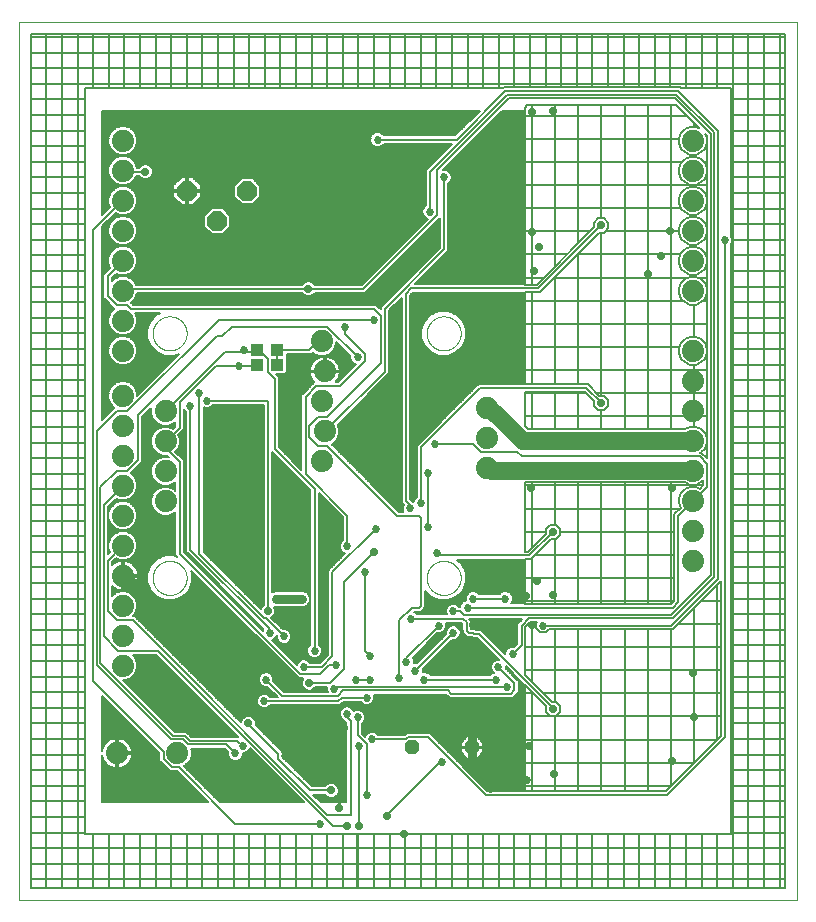
<source format=gbl>
G75*
%MOIN*%
%OFA0B0*%
%FSLAX25Y25*%
%IPPOS*%
%LPD*%
%AMOC8*
5,1,8,0,0,1.08239X$1,22.5*
%
%ADD10C,0.00000*%
%ADD11C,0.07400*%
%ADD12OC8,0.06600*%
%ADD13OC8,0.04800*%
%ADD14C,0.02800*%
%ADD15R,0.04331X0.03937*%
%ADD16C,0.00700*%
%ADD17C,0.00600*%
%ADD18C,0.06300*%
%ADD19C,0.02700*%
%ADD20C,0.02778*%
%ADD21C,0.01000*%
%ADD22C,0.06000*%
%ADD23C,0.03000*%
%ADD24C,0.05000*%
D10*
X0009670Y0025230D02*
X0009670Y0317830D01*
X0268770Y0317830D01*
X0268770Y0025230D01*
X0009670Y0025230D01*
X0054073Y0132621D02*
X0054075Y0132771D01*
X0054081Y0132921D01*
X0054091Y0133071D01*
X0054105Y0133221D01*
X0054123Y0133370D01*
X0054145Y0133519D01*
X0054170Y0133667D01*
X0054200Y0133814D01*
X0054234Y0133961D01*
X0054271Y0134106D01*
X0054312Y0134251D01*
X0054357Y0134394D01*
X0054406Y0134536D01*
X0054459Y0134677D01*
X0054515Y0134816D01*
X0054575Y0134954D01*
X0054639Y0135090D01*
X0054706Y0135225D01*
X0054777Y0135357D01*
X0054851Y0135488D01*
X0054929Y0135617D01*
X0055010Y0135743D01*
X0055095Y0135867D01*
X0055182Y0135990D01*
X0055273Y0136109D01*
X0055367Y0136226D01*
X0055464Y0136341D01*
X0055564Y0136453D01*
X0055668Y0136563D01*
X0055773Y0136669D01*
X0055882Y0136773D01*
X0055994Y0136874D01*
X0056108Y0136972D01*
X0056224Y0137067D01*
X0056343Y0137158D01*
X0056465Y0137247D01*
X0056589Y0137332D01*
X0056715Y0137414D01*
X0056843Y0137492D01*
X0056973Y0137568D01*
X0057105Y0137639D01*
X0057239Y0137707D01*
X0057375Y0137772D01*
X0057512Y0137833D01*
X0057651Y0137890D01*
X0057791Y0137944D01*
X0057933Y0137994D01*
X0058076Y0138040D01*
X0058220Y0138082D01*
X0058366Y0138120D01*
X0058512Y0138155D01*
X0058659Y0138186D01*
X0058807Y0138212D01*
X0058956Y0138235D01*
X0059105Y0138254D01*
X0059254Y0138269D01*
X0059404Y0138280D01*
X0059554Y0138287D01*
X0059704Y0138290D01*
X0059855Y0138289D01*
X0060005Y0138284D01*
X0060155Y0138275D01*
X0060305Y0138262D01*
X0060454Y0138245D01*
X0060603Y0138224D01*
X0060751Y0138199D01*
X0060899Y0138171D01*
X0061045Y0138138D01*
X0061191Y0138102D01*
X0061336Y0138061D01*
X0061480Y0138017D01*
X0061622Y0137969D01*
X0061763Y0137917D01*
X0061903Y0137862D01*
X0062041Y0137803D01*
X0062177Y0137740D01*
X0062312Y0137674D01*
X0062445Y0137604D01*
X0062576Y0137530D01*
X0062706Y0137454D01*
X0062833Y0137373D01*
X0062958Y0137290D01*
X0063080Y0137203D01*
X0063201Y0137113D01*
X0063318Y0137020D01*
X0063434Y0136923D01*
X0063546Y0136824D01*
X0063657Y0136721D01*
X0063764Y0136616D01*
X0063868Y0136508D01*
X0063970Y0136398D01*
X0064069Y0136284D01*
X0064164Y0136168D01*
X0064257Y0136050D01*
X0064346Y0135929D01*
X0064432Y0135806D01*
X0064515Y0135680D01*
X0064594Y0135553D01*
X0064670Y0135423D01*
X0064743Y0135291D01*
X0064812Y0135158D01*
X0064877Y0135022D01*
X0064939Y0134886D01*
X0064997Y0134747D01*
X0065052Y0134607D01*
X0065103Y0134465D01*
X0065150Y0134323D01*
X0065193Y0134179D01*
X0065232Y0134034D01*
X0065268Y0133888D01*
X0065299Y0133741D01*
X0065327Y0133593D01*
X0065351Y0133445D01*
X0065371Y0133296D01*
X0065387Y0133146D01*
X0065399Y0132996D01*
X0065407Y0132846D01*
X0065411Y0132696D01*
X0065411Y0132546D01*
X0065407Y0132396D01*
X0065399Y0132246D01*
X0065387Y0132096D01*
X0065371Y0131946D01*
X0065351Y0131797D01*
X0065327Y0131649D01*
X0065299Y0131501D01*
X0065268Y0131354D01*
X0065232Y0131208D01*
X0065193Y0131063D01*
X0065150Y0130919D01*
X0065103Y0130777D01*
X0065052Y0130635D01*
X0064997Y0130495D01*
X0064939Y0130356D01*
X0064877Y0130220D01*
X0064812Y0130084D01*
X0064743Y0129951D01*
X0064670Y0129819D01*
X0064594Y0129689D01*
X0064515Y0129562D01*
X0064432Y0129436D01*
X0064346Y0129313D01*
X0064257Y0129192D01*
X0064164Y0129074D01*
X0064069Y0128958D01*
X0063970Y0128844D01*
X0063868Y0128734D01*
X0063764Y0128626D01*
X0063657Y0128521D01*
X0063546Y0128418D01*
X0063434Y0128319D01*
X0063318Y0128222D01*
X0063201Y0128129D01*
X0063080Y0128039D01*
X0062958Y0127952D01*
X0062833Y0127869D01*
X0062706Y0127788D01*
X0062577Y0127712D01*
X0062445Y0127638D01*
X0062312Y0127568D01*
X0062177Y0127502D01*
X0062041Y0127439D01*
X0061903Y0127380D01*
X0061763Y0127325D01*
X0061622Y0127273D01*
X0061480Y0127225D01*
X0061336Y0127181D01*
X0061191Y0127140D01*
X0061045Y0127104D01*
X0060899Y0127071D01*
X0060751Y0127043D01*
X0060603Y0127018D01*
X0060454Y0126997D01*
X0060305Y0126980D01*
X0060155Y0126967D01*
X0060005Y0126958D01*
X0059855Y0126953D01*
X0059704Y0126952D01*
X0059554Y0126955D01*
X0059404Y0126962D01*
X0059254Y0126973D01*
X0059105Y0126988D01*
X0058956Y0127007D01*
X0058807Y0127030D01*
X0058659Y0127056D01*
X0058512Y0127087D01*
X0058366Y0127122D01*
X0058220Y0127160D01*
X0058076Y0127202D01*
X0057933Y0127248D01*
X0057791Y0127298D01*
X0057651Y0127352D01*
X0057512Y0127409D01*
X0057375Y0127470D01*
X0057239Y0127535D01*
X0057105Y0127603D01*
X0056973Y0127674D01*
X0056843Y0127750D01*
X0056715Y0127828D01*
X0056589Y0127910D01*
X0056465Y0127995D01*
X0056343Y0128084D01*
X0056224Y0128175D01*
X0056108Y0128270D01*
X0055994Y0128368D01*
X0055882Y0128469D01*
X0055773Y0128573D01*
X0055668Y0128679D01*
X0055564Y0128789D01*
X0055464Y0128901D01*
X0055367Y0129016D01*
X0055273Y0129133D01*
X0055182Y0129252D01*
X0055095Y0129375D01*
X0055010Y0129499D01*
X0054929Y0129625D01*
X0054851Y0129754D01*
X0054777Y0129885D01*
X0054706Y0130017D01*
X0054639Y0130152D01*
X0054575Y0130288D01*
X0054515Y0130426D01*
X0054459Y0130565D01*
X0054406Y0130706D01*
X0054357Y0130848D01*
X0054312Y0130991D01*
X0054271Y0131136D01*
X0054234Y0131281D01*
X0054200Y0131428D01*
X0054170Y0131575D01*
X0054145Y0131723D01*
X0054123Y0131872D01*
X0054105Y0132021D01*
X0054091Y0132171D01*
X0054081Y0132321D01*
X0054075Y0132471D01*
X0054073Y0132621D01*
X0054073Y0214117D02*
X0054075Y0214267D01*
X0054081Y0214417D01*
X0054091Y0214567D01*
X0054105Y0214717D01*
X0054123Y0214866D01*
X0054145Y0215015D01*
X0054170Y0215163D01*
X0054200Y0215310D01*
X0054234Y0215457D01*
X0054271Y0215602D01*
X0054312Y0215747D01*
X0054357Y0215890D01*
X0054406Y0216032D01*
X0054459Y0216173D01*
X0054515Y0216312D01*
X0054575Y0216450D01*
X0054639Y0216586D01*
X0054706Y0216721D01*
X0054777Y0216853D01*
X0054851Y0216984D01*
X0054929Y0217113D01*
X0055010Y0217239D01*
X0055095Y0217363D01*
X0055182Y0217486D01*
X0055273Y0217605D01*
X0055367Y0217722D01*
X0055464Y0217837D01*
X0055564Y0217949D01*
X0055668Y0218059D01*
X0055773Y0218165D01*
X0055882Y0218269D01*
X0055994Y0218370D01*
X0056108Y0218468D01*
X0056224Y0218563D01*
X0056343Y0218654D01*
X0056465Y0218743D01*
X0056589Y0218828D01*
X0056715Y0218910D01*
X0056843Y0218988D01*
X0056973Y0219064D01*
X0057105Y0219135D01*
X0057239Y0219203D01*
X0057375Y0219268D01*
X0057512Y0219329D01*
X0057651Y0219386D01*
X0057791Y0219440D01*
X0057933Y0219490D01*
X0058076Y0219536D01*
X0058220Y0219578D01*
X0058366Y0219616D01*
X0058512Y0219651D01*
X0058659Y0219682D01*
X0058807Y0219708D01*
X0058956Y0219731D01*
X0059105Y0219750D01*
X0059254Y0219765D01*
X0059404Y0219776D01*
X0059554Y0219783D01*
X0059704Y0219786D01*
X0059855Y0219785D01*
X0060005Y0219780D01*
X0060155Y0219771D01*
X0060305Y0219758D01*
X0060454Y0219741D01*
X0060603Y0219720D01*
X0060751Y0219695D01*
X0060899Y0219667D01*
X0061045Y0219634D01*
X0061191Y0219598D01*
X0061336Y0219557D01*
X0061480Y0219513D01*
X0061622Y0219465D01*
X0061763Y0219413D01*
X0061903Y0219358D01*
X0062041Y0219299D01*
X0062177Y0219236D01*
X0062312Y0219170D01*
X0062445Y0219100D01*
X0062576Y0219026D01*
X0062706Y0218950D01*
X0062833Y0218869D01*
X0062958Y0218786D01*
X0063080Y0218699D01*
X0063201Y0218609D01*
X0063318Y0218516D01*
X0063434Y0218419D01*
X0063546Y0218320D01*
X0063657Y0218217D01*
X0063764Y0218112D01*
X0063868Y0218004D01*
X0063970Y0217894D01*
X0064069Y0217780D01*
X0064164Y0217664D01*
X0064257Y0217546D01*
X0064346Y0217425D01*
X0064432Y0217302D01*
X0064515Y0217176D01*
X0064594Y0217049D01*
X0064670Y0216919D01*
X0064743Y0216787D01*
X0064812Y0216654D01*
X0064877Y0216518D01*
X0064939Y0216382D01*
X0064997Y0216243D01*
X0065052Y0216103D01*
X0065103Y0215961D01*
X0065150Y0215819D01*
X0065193Y0215675D01*
X0065232Y0215530D01*
X0065268Y0215384D01*
X0065299Y0215237D01*
X0065327Y0215089D01*
X0065351Y0214941D01*
X0065371Y0214792D01*
X0065387Y0214642D01*
X0065399Y0214492D01*
X0065407Y0214342D01*
X0065411Y0214192D01*
X0065411Y0214042D01*
X0065407Y0213892D01*
X0065399Y0213742D01*
X0065387Y0213592D01*
X0065371Y0213442D01*
X0065351Y0213293D01*
X0065327Y0213145D01*
X0065299Y0212997D01*
X0065268Y0212850D01*
X0065232Y0212704D01*
X0065193Y0212559D01*
X0065150Y0212415D01*
X0065103Y0212273D01*
X0065052Y0212131D01*
X0064997Y0211991D01*
X0064939Y0211852D01*
X0064877Y0211716D01*
X0064812Y0211580D01*
X0064743Y0211447D01*
X0064670Y0211315D01*
X0064594Y0211185D01*
X0064515Y0211058D01*
X0064432Y0210932D01*
X0064346Y0210809D01*
X0064257Y0210688D01*
X0064164Y0210570D01*
X0064069Y0210454D01*
X0063970Y0210340D01*
X0063868Y0210230D01*
X0063764Y0210122D01*
X0063657Y0210017D01*
X0063546Y0209914D01*
X0063434Y0209815D01*
X0063318Y0209718D01*
X0063201Y0209625D01*
X0063080Y0209535D01*
X0062958Y0209448D01*
X0062833Y0209365D01*
X0062706Y0209284D01*
X0062577Y0209208D01*
X0062445Y0209134D01*
X0062312Y0209064D01*
X0062177Y0208998D01*
X0062041Y0208935D01*
X0061903Y0208876D01*
X0061763Y0208821D01*
X0061622Y0208769D01*
X0061480Y0208721D01*
X0061336Y0208677D01*
X0061191Y0208636D01*
X0061045Y0208600D01*
X0060899Y0208567D01*
X0060751Y0208539D01*
X0060603Y0208514D01*
X0060454Y0208493D01*
X0060305Y0208476D01*
X0060155Y0208463D01*
X0060005Y0208454D01*
X0059855Y0208449D01*
X0059704Y0208448D01*
X0059554Y0208451D01*
X0059404Y0208458D01*
X0059254Y0208469D01*
X0059105Y0208484D01*
X0058956Y0208503D01*
X0058807Y0208526D01*
X0058659Y0208552D01*
X0058512Y0208583D01*
X0058366Y0208618D01*
X0058220Y0208656D01*
X0058076Y0208698D01*
X0057933Y0208744D01*
X0057791Y0208794D01*
X0057651Y0208848D01*
X0057512Y0208905D01*
X0057375Y0208966D01*
X0057239Y0209031D01*
X0057105Y0209099D01*
X0056973Y0209170D01*
X0056843Y0209246D01*
X0056715Y0209324D01*
X0056589Y0209406D01*
X0056465Y0209491D01*
X0056343Y0209580D01*
X0056224Y0209671D01*
X0056108Y0209766D01*
X0055994Y0209864D01*
X0055882Y0209965D01*
X0055773Y0210069D01*
X0055668Y0210175D01*
X0055564Y0210285D01*
X0055464Y0210397D01*
X0055367Y0210512D01*
X0055273Y0210629D01*
X0055182Y0210748D01*
X0055095Y0210871D01*
X0055010Y0210995D01*
X0054929Y0211121D01*
X0054851Y0211250D01*
X0054777Y0211381D01*
X0054706Y0211513D01*
X0054639Y0211648D01*
X0054575Y0211784D01*
X0054515Y0211922D01*
X0054459Y0212061D01*
X0054406Y0212202D01*
X0054357Y0212344D01*
X0054312Y0212487D01*
X0054271Y0212632D01*
X0054234Y0212777D01*
X0054200Y0212924D01*
X0054170Y0213071D01*
X0054145Y0213219D01*
X0054123Y0213368D01*
X0054105Y0213517D01*
X0054091Y0213667D01*
X0054081Y0213817D01*
X0054075Y0213967D01*
X0054073Y0214117D01*
X0145412Y0214117D02*
X0145414Y0214267D01*
X0145420Y0214417D01*
X0145430Y0214567D01*
X0145444Y0214717D01*
X0145462Y0214866D01*
X0145484Y0215015D01*
X0145509Y0215163D01*
X0145539Y0215310D01*
X0145573Y0215457D01*
X0145610Y0215602D01*
X0145651Y0215747D01*
X0145696Y0215890D01*
X0145745Y0216032D01*
X0145798Y0216173D01*
X0145854Y0216312D01*
X0145914Y0216450D01*
X0145978Y0216586D01*
X0146045Y0216721D01*
X0146116Y0216853D01*
X0146190Y0216984D01*
X0146268Y0217113D01*
X0146349Y0217239D01*
X0146434Y0217363D01*
X0146521Y0217486D01*
X0146612Y0217605D01*
X0146706Y0217722D01*
X0146803Y0217837D01*
X0146903Y0217949D01*
X0147007Y0218059D01*
X0147112Y0218165D01*
X0147221Y0218269D01*
X0147333Y0218370D01*
X0147447Y0218468D01*
X0147563Y0218563D01*
X0147682Y0218654D01*
X0147804Y0218743D01*
X0147928Y0218828D01*
X0148054Y0218910D01*
X0148182Y0218988D01*
X0148312Y0219064D01*
X0148444Y0219135D01*
X0148578Y0219203D01*
X0148714Y0219268D01*
X0148851Y0219329D01*
X0148990Y0219386D01*
X0149130Y0219440D01*
X0149272Y0219490D01*
X0149415Y0219536D01*
X0149559Y0219578D01*
X0149705Y0219616D01*
X0149851Y0219651D01*
X0149998Y0219682D01*
X0150146Y0219708D01*
X0150295Y0219731D01*
X0150444Y0219750D01*
X0150593Y0219765D01*
X0150743Y0219776D01*
X0150893Y0219783D01*
X0151043Y0219786D01*
X0151194Y0219785D01*
X0151344Y0219780D01*
X0151494Y0219771D01*
X0151644Y0219758D01*
X0151793Y0219741D01*
X0151942Y0219720D01*
X0152090Y0219695D01*
X0152238Y0219667D01*
X0152384Y0219634D01*
X0152530Y0219598D01*
X0152675Y0219557D01*
X0152819Y0219513D01*
X0152961Y0219465D01*
X0153102Y0219413D01*
X0153242Y0219358D01*
X0153380Y0219299D01*
X0153516Y0219236D01*
X0153651Y0219170D01*
X0153784Y0219100D01*
X0153915Y0219026D01*
X0154045Y0218950D01*
X0154172Y0218869D01*
X0154297Y0218786D01*
X0154419Y0218699D01*
X0154540Y0218609D01*
X0154657Y0218516D01*
X0154773Y0218419D01*
X0154885Y0218320D01*
X0154996Y0218217D01*
X0155103Y0218112D01*
X0155207Y0218004D01*
X0155309Y0217894D01*
X0155408Y0217780D01*
X0155503Y0217664D01*
X0155596Y0217546D01*
X0155685Y0217425D01*
X0155771Y0217302D01*
X0155854Y0217176D01*
X0155933Y0217049D01*
X0156009Y0216919D01*
X0156082Y0216787D01*
X0156151Y0216654D01*
X0156216Y0216518D01*
X0156278Y0216382D01*
X0156336Y0216243D01*
X0156391Y0216103D01*
X0156442Y0215961D01*
X0156489Y0215819D01*
X0156532Y0215675D01*
X0156571Y0215530D01*
X0156607Y0215384D01*
X0156638Y0215237D01*
X0156666Y0215089D01*
X0156690Y0214941D01*
X0156710Y0214792D01*
X0156726Y0214642D01*
X0156738Y0214492D01*
X0156746Y0214342D01*
X0156750Y0214192D01*
X0156750Y0214042D01*
X0156746Y0213892D01*
X0156738Y0213742D01*
X0156726Y0213592D01*
X0156710Y0213442D01*
X0156690Y0213293D01*
X0156666Y0213145D01*
X0156638Y0212997D01*
X0156607Y0212850D01*
X0156571Y0212704D01*
X0156532Y0212559D01*
X0156489Y0212415D01*
X0156442Y0212273D01*
X0156391Y0212131D01*
X0156336Y0211991D01*
X0156278Y0211852D01*
X0156216Y0211716D01*
X0156151Y0211580D01*
X0156082Y0211447D01*
X0156009Y0211315D01*
X0155933Y0211185D01*
X0155854Y0211058D01*
X0155771Y0210932D01*
X0155685Y0210809D01*
X0155596Y0210688D01*
X0155503Y0210570D01*
X0155408Y0210454D01*
X0155309Y0210340D01*
X0155207Y0210230D01*
X0155103Y0210122D01*
X0154996Y0210017D01*
X0154885Y0209914D01*
X0154773Y0209815D01*
X0154657Y0209718D01*
X0154540Y0209625D01*
X0154419Y0209535D01*
X0154297Y0209448D01*
X0154172Y0209365D01*
X0154045Y0209284D01*
X0153916Y0209208D01*
X0153784Y0209134D01*
X0153651Y0209064D01*
X0153516Y0208998D01*
X0153380Y0208935D01*
X0153242Y0208876D01*
X0153102Y0208821D01*
X0152961Y0208769D01*
X0152819Y0208721D01*
X0152675Y0208677D01*
X0152530Y0208636D01*
X0152384Y0208600D01*
X0152238Y0208567D01*
X0152090Y0208539D01*
X0151942Y0208514D01*
X0151793Y0208493D01*
X0151644Y0208476D01*
X0151494Y0208463D01*
X0151344Y0208454D01*
X0151194Y0208449D01*
X0151043Y0208448D01*
X0150893Y0208451D01*
X0150743Y0208458D01*
X0150593Y0208469D01*
X0150444Y0208484D01*
X0150295Y0208503D01*
X0150146Y0208526D01*
X0149998Y0208552D01*
X0149851Y0208583D01*
X0149705Y0208618D01*
X0149559Y0208656D01*
X0149415Y0208698D01*
X0149272Y0208744D01*
X0149130Y0208794D01*
X0148990Y0208848D01*
X0148851Y0208905D01*
X0148714Y0208966D01*
X0148578Y0209031D01*
X0148444Y0209099D01*
X0148312Y0209170D01*
X0148182Y0209246D01*
X0148054Y0209324D01*
X0147928Y0209406D01*
X0147804Y0209491D01*
X0147682Y0209580D01*
X0147563Y0209671D01*
X0147447Y0209766D01*
X0147333Y0209864D01*
X0147221Y0209965D01*
X0147112Y0210069D01*
X0147007Y0210175D01*
X0146903Y0210285D01*
X0146803Y0210397D01*
X0146706Y0210512D01*
X0146612Y0210629D01*
X0146521Y0210748D01*
X0146434Y0210871D01*
X0146349Y0210995D01*
X0146268Y0211121D01*
X0146190Y0211250D01*
X0146116Y0211381D01*
X0146045Y0211513D01*
X0145978Y0211648D01*
X0145914Y0211784D01*
X0145854Y0211922D01*
X0145798Y0212061D01*
X0145745Y0212202D01*
X0145696Y0212344D01*
X0145651Y0212487D01*
X0145610Y0212632D01*
X0145573Y0212777D01*
X0145539Y0212924D01*
X0145509Y0213071D01*
X0145484Y0213219D01*
X0145462Y0213368D01*
X0145444Y0213517D01*
X0145430Y0213667D01*
X0145420Y0213817D01*
X0145414Y0213967D01*
X0145412Y0214117D01*
X0145412Y0132621D02*
X0145414Y0132771D01*
X0145420Y0132921D01*
X0145430Y0133071D01*
X0145444Y0133221D01*
X0145462Y0133370D01*
X0145484Y0133519D01*
X0145509Y0133667D01*
X0145539Y0133814D01*
X0145573Y0133961D01*
X0145610Y0134106D01*
X0145651Y0134251D01*
X0145696Y0134394D01*
X0145745Y0134536D01*
X0145798Y0134677D01*
X0145854Y0134816D01*
X0145914Y0134954D01*
X0145978Y0135090D01*
X0146045Y0135225D01*
X0146116Y0135357D01*
X0146190Y0135488D01*
X0146268Y0135617D01*
X0146349Y0135743D01*
X0146434Y0135867D01*
X0146521Y0135990D01*
X0146612Y0136109D01*
X0146706Y0136226D01*
X0146803Y0136341D01*
X0146903Y0136453D01*
X0147007Y0136563D01*
X0147112Y0136669D01*
X0147221Y0136773D01*
X0147333Y0136874D01*
X0147447Y0136972D01*
X0147563Y0137067D01*
X0147682Y0137158D01*
X0147804Y0137247D01*
X0147928Y0137332D01*
X0148054Y0137414D01*
X0148182Y0137492D01*
X0148312Y0137568D01*
X0148444Y0137639D01*
X0148578Y0137707D01*
X0148714Y0137772D01*
X0148851Y0137833D01*
X0148990Y0137890D01*
X0149130Y0137944D01*
X0149272Y0137994D01*
X0149415Y0138040D01*
X0149559Y0138082D01*
X0149705Y0138120D01*
X0149851Y0138155D01*
X0149998Y0138186D01*
X0150146Y0138212D01*
X0150295Y0138235D01*
X0150444Y0138254D01*
X0150593Y0138269D01*
X0150743Y0138280D01*
X0150893Y0138287D01*
X0151043Y0138290D01*
X0151194Y0138289D01*
X0151344Y0138284D01*
X0151494Y0138275D01*
X0151644Y0138262D01*
X0151793Y0138245D01*
X0151942Y0138224D01*
X0152090Y0138199D01*
X0152238Y0138171D01*
X0152384Y0138138D01*
X0152530Y0138102D01*
X0152675Y0138061D01*
X0152819Y0138017D01*
X0152961Y0137969D01*
X0153102Y0137917D01*
X0153242Y0137862D01*
X0153380Y0137803D01*
X0153516Y0137740D01*
X0153651Y0137674D01*
X0153784Y0137604D01*
X0153915Y0137530D01*
X0154045Y0137454D01*
X0154172Y0137373D01*
X0154297Y0137290D01*
X0154419Y0137203D01*
X0154540Y0137113D01*
X0154657Y0137020D01*
X0154773Y0136923D01*
X0154885Y0136824D01*
X0154996Y0136721D01*
X0155103Y0136616D01*
X0155207Y0136508D01*
X0155309Y0136398D01*
X0155408Y0136284D01*
X0155503Y0136168D01*
X0155596Y0136050D01*
X0155685Y0135929D01*
X0155771Y0135806D01*
X0155854Y0135680D01*
X0155933Y0135553D01*
X0156009Y0135423D01*
X0156082Y0135291D01*
X0156151Y0135158D01*
X0156216Y0135022D01*
X0156278Y0134886D01*
X0156336Y0134747D01*
X0156391Y0134607D01*
X0156442Y0134465D01*
X0156489Y0134323D01*
X0156532Y0134179D01*
X0156571Y0134034D01*
X0156607Y0133888D01*
X0156638Y0133741D01*
X0156666Y0133593D01*
X0156690Y0133445D01*
X0156710Y0133296D01*
X0156726Y0133146D01*
X0156738Y0132996D01*
X0156746Y0132846D01*
X0156750Y0132696D01*
X0156750Y0132546D01*
X0156746Y0132396D01*
X0156738Y0132246D01*
X0156726Y0132096D01*
X0156710Y0131946D01*
X0156690Y0131797D01*
X0156666Y0131649D01*
X0156638Y0131501D01*
X0156607Y0131354D01*
X0156571Y0131208D01*
X0156532Y0131063D01*
X0156489Y0130919D01*
X0156442Y0130777D01*
X0156391Y0130635D01*
X0156336Y0130495D01*
X0156278Y0130356D01*
X0156216Y0130220D01*
X0156151Y0130084D01*
X0156082Y0129951D01*
X0156009Y0129819D01*
X0155933Y0129689D01*
X0155854Y0129562D01*
X0155771Y0129436D01*
X0155685Y0129313D01*
X0155596Y0129192D01*
X0155503Y0129074D01*
X0155408Y0128958D01*
X0155309Y0128844D01*
X0155207Y0128734D01*
X0155103Y0128626D01*
X0154996Y0128521D01*
X0154885Y0128418D01*
X0154773Y0128319D01*
X0154657Y0128222D01*
X0154540Y0128129D01*
X0154419Y0128039D01*
X0154297Y0127952D01*
X0154172Y0127869D01*
X0154045Y0127788D01*
X0153916Y0127712D01*
X0153784Y0127638D01*
X0153651Y0127568D01*
X0153516Y0127502D01*
X0153380Y0127439D01*
X0153242Y0127380D01*
X0153102Y0127325D01*
X0152961Y0127273D01*
X0152819Y0127225D01*
X0152675Y0127181D01*
X0152530Y0127140D01*
X0152384Y0127104D01*
X0152238Y0127071D01*
X0152090Y0127043D01*
X0151942Y0127018D01*
X0151793Y0126997D01*
X0151644Y0126980D01*
X0151494Y0126967D01*
X0151344Y0126958D01*
X0151194Y0126953D01*
X0151043Y0126952D01*
X0150893Y0126955D01*
X0150743Y0126962D01*
X0150593Y0126973D01*
X0150444Y0126988D01*
X0150295Y0127007D01*
X0150146Y0127030D01*
X0149998Y0127056D01*
X0149851Y0127087D01*
X0149705Y0127122D01*
X0149559Y0127160D01*
X0149415Y0127202D01*
X0149272Y0127248D01*
X0149130Y0127298D01*
X0148990Y0127352D01*
X0148851Y0127409D01*
X0148714Y0127470D01*
X0148578Y0127535D01*
X0148444Y0127603D01*
X0148312Y0127674D01*
X0148182Y0127750D01*
X0148054Y0127828D01*
X0147928Y0127910D01*
X0147804Y0127995D01*
X0147682Y0128084D01*
X0147563Y0128175D01*
X0147447Y0128270D01*
X0147333Y0128368D01*
X0147221Y0128469D01*
X0147112Y0128573D01*
X0147007Y0128679D01*
X0146903Y0128789D01*
X0146803Y0128901D01*
X0146706Y0129016D01*
X0146612Y0129133D01*
X0146521Y0129252D01*
X0146434Y0129375D01*
X0146349Y0129499D01*
X0146268Y0129625D01*
X0146190Y0129754D01*
X0146116Y0129885D01*
X0146045Y0130017D01*
X0145978Y0130152D01*
X0145914Y0130288D01*
X0145854Y0130426D01*
X0145798Y0130565D01*
X0145745Y0130706D01*
X0145696Y0130848D01*
X0145651Y0130991D01*
X0145610Y0131136D01*
X0145573Y0131281D01*
X0145539Y0131428D01*
X0145509Y0131575D01*
X0145484Y0131723D01*
X0145462Y0131872D01*
X0145444Y0132021D01*
X0145430Y0132171D01*
X0145420Y0132321D01*
X0145414Y0132471D01*
X0145412Y0132621D01*
D11*
X0165460Y0169340D03*
X0165460Y0179340D03*
X0165460Y0189340D03*
X0111463Y0181440D03*
X0110463Y0171440D03*
X0110463Y0191440D03*
X0111463Y0201440D03*
X0110463Y0211440D03*
X0058364Y0188212D03*
X0058364Y0178212D03*
X0058364Y0168212D03*
X0058364Y0158212D03*
X0044152Y0153369D03*
X0044152Y0163369D03*
X0044152Y0173369D03*
X0044152Y0183369D03*
X0044152Y0193369D03*
X0044152Y0208369D03*
X0044152Y0218369D03*
X0044152Y0228369D03*
X0044152Y0238369D03*
X0044152Y0248369D03*
X0044152Y0258369D03*
X0044152Y0268369D03*
X0044152Y0278369D03*
X0044152Y0143369D03*
X0044152Y0133369D03*
X0044152Y0123369D03*
X0044152Y0113369D03*
X0044152Y0103369D03*
X0042223Y0074196D03*
X0062301Y0074196D03*
X0234152Y0138369D03*
X0234152Y0148369D03*
X0234152Y0158369D03*
X0234152Y0168369D03*
X0234152Y0178369D03*
X0234152Y0188369D03*
X0234152Y0198369D03*
X0234152Y0208369D03*
X0234152Y0228369D03*
X0234152Y0238369D03*
X0234152Y0248369D03*
X0234152Y0258369D03*
X0234152Y0268369D03*
X0234152Y0278369D03*
D12*
X0085609Y0261519D03*
X0075609Y0251519D03*
X0065609Y0261519D03*
D13*
X0140523Y0076100D03*
X0160523Y0076100D03*
D14*
X0187561Y0088921D03*
X0187561Y0147976D03*
X0203561Y0191031D03*
X0203561Y0250086D03*
D15*
X0095616Y0208430D03*
X0095616Y0203630D03*
X0088924Y0203630D03*
X0088924Y0208430D03*
D16*
X0178270Y0209630D02*
X0229641Y0209630D01*
X0229502Y0209294D02*
X0229502Y0207444D01*
X0230210Y0205735D01*
X0231518Y0204427D01*
X0233227Y0203719D01*
X0235077Y0203719D01*
X0236786Y0204427D01*
X0238094Y0205735D01*
X0238802Y0207444D01*
X0238802Y0209294D01*
X0238094Y0211003D01*
X0236786Y0212311D01*
X0235077Y0213019D01*
X0233227Y0213019D01*
X0231518Y0212311D01*
X0230210Y0211003D01*
X0229502Y0209294D01*
X0234470Y0213019D02*
X0234470Y0223719D01*
X0235077Y0223719D02*
X0236786Y0224427D01*
X0238094Y0225735D01*
X0238802Y0227444D01*
X0238802Y0229294D01*
X0238094Y0231003D01*
X0236786Y0232311D01*
X0235077Y0233019D01*
X0233227Y0233019D01*
X0231518Y0232311D01*
X0230210Y0231003D01*
X0229502Y0229294D01*
X0229502Y0227444D01*
X0230210Y0225735D01*
X0231518Y0224427D01*
X0233227Y0223719D01*
X0235077Y0223719D01*
X0237389Y0225030D02*
X0238820Y0225030D01*
X0238820Y0232730D02*
X0235775Y0232730D01*
X0235077Y0233719D02*
X0233227Y0233719D01*
X0231518Y0234427D01*
X0230210Y0235735D01*
X0229502Y0237444D01*
X0229502Y0239294D01*
X0230210Y0241003D01*
X0231518Y0242311D01*
X0233227Y0243019D01*
X0235077Y0243019D01*
X0236786Y0242311D01*
X0238094Y0241003D01*
X0238802Y0239294D01*
X0238802Y0237444D01*
X0238094Y0235735D01*
X0236786Y0234427D01*
X0235077Y0233719D01*
X0234470Y0233719D02*
X0234470Y0233019D01*
X0232528Y0232730D02*
X0187973Y0232730D01*
X0188270Y0233027D02*
X0188270Y0197180D01*
X0188270Y0194680D02*
X0188270Y0182319D01*
X0195970Y0182319D02*
X0195970Y0194680D01*
X0198152Y0194680D02*
X0201211Y0191621D01*
X0201211Y0190057D01*
X0202588Y0188681D01*
X0204535Y0188681D01*
X0205911Y0190057D01*
X0205911Y0192004D01*
X0204535Y0193381D01*
X0202987Y0193381D01*
X0199188Y0197180D01*
X0178270Y0197180D01*
X0178270Y0227890D01*
X0183133Y0227890D01*
X0183865Y0228622D01*
X0202979Y0247736D01*
X0204535Y0247736D01*
X0205911Y0249112D01*
X0205911Y0251059D01*
X0204535Y0252436D01*
X0202588Y0252436D01*
X0201211Y0251059D01*
X0201211Y0249504D01*
X0182098Y0230390D01*
X0178270Y0230390D01*
X0178270Y0288530D01*
X0178464Y0290327D01*
X0228429Y0290403D01*
X0236333Y0282499D01*
X0235077Y0283019D01*
X0233227Y0283019D01*
X0231518Y0282311D01*
X0230210Y0281003D01*
X0229502Y0279294D01*
X0229502Y0277444D01*
X0230210Y0275735D01*
X0231518Y0274427D01*
X0233227Y0273719D01*
X0235077Y0273719D01*
X0236786Y0274427D01*
X0238094Y0275735D01*
X0238802Y0277444D01*
X0238802Y0279294D01*
X0238281Y0280551D01*
X0238820Y0280012D01*
X0238820Y0172548D01*
X0236988Y0174380D01*
X0236672Y0174380D01*
X0236786Y0174427D01*
X0238094Y0175735D01*
X0238802Y0177444D01*
X0238802Y0179294D01*
X0238094Y0181003D01*
X0236786Y0182311D01*
X0235077Y0183019D01*
X0233227Y0183019D01*
X0231537Y0182319D01*
X0179114Y0182319D01*
X0178270Y0183163D01*
X0178270Y0194680D01*
X0198152Y0194680D01*
X0198602Y0194230D02*
X0178270Y0194230D01*
X0180570Y0194680D02*
X0180570Y0182319D01*
X0178270Y0186530D02*
X0238820Y0186530D01*
X0234470Y0183019D02*
X0234470Y0203719D01*
X0238820Y0201930D02*
X0178270Y0201930D01*
X0180570Y0197180D02*
X0180570Y0227890D01*
X0180570Y0230390D02*
X0180570Y0290330D01*
X0178270Y0286630D02*
X0232202Y0286630D01*
X0234470Y0284362D02*
X0234470Y0283019D01*
X0238802Y0278930D02*
X0238820Y0278930D01*
X0234470Y0273719D02*
X0234470Y0273019D01*
X0235077Y0273019D02*
X0233227Y0273019D01*
X0231518Y0272311D01*
X0230210Y0271003D01*
X0229502Y0269294D01*
X0229502Y0267444D01*
X0230210Y0265735D01*
X0231518Y0264427D01*
X0233227Y0263719D01*
X0235077Y0263719D01*
X0236786Y0264427D01*
X0238094Y0265735D01*
X0238802Y0267444D01*
X0238802Y0269294D01*
X0238094Y0271003D01*
X0236786Y0272311D01*
X0235077Y0273019D01*
X0237867Y0271230D02*
X0238820Y0271230D01*
X0238820Y0263530D02*
X0178270Y0263530D01*
X0178270Y0255830D02*
X0230171Y0255830D01*
X0230210Y0255735D02*
X0231518Y0254427D01*
X0233227Y0253719D01*
X0235077Y0253719D01*
X0236786Y0254427D01*
X0238094Y0255735D01*
X0238802Y0257444D01*
X0238802Y0259294D01*
X0238094Y0261003D01*
X0236786Y0262311D01*
X0235077Y0263019D01*
X0233227Y0263019D01*
X0231518Y0262311D01*
X0230210Y0261003D01*
X0229502Y0259294D01*
X0229502Y0257444D01*
X0230210Y0255735D01*
X0231518Y0252311D02*
X0230210Y0251003D01*
X0229502Y0249294D01*
X0229502Y0247444D01*
X0230210Y0245735D01*
X0231518Y0244427D01*
X0233227Y0243719D01*
X0235077Y0243719D01*
X0236786Y0244427D01*
X0238094Y0245735D01*
X0238802Y0247444D01*
X0238802Y0249294D01*
X0238094Y0251003D01*
X0236786Y0252311D01*
X0235077Y0253019D01*
X0233227Y0253019D01*
X0231518Y0252311D01*
X0234470Y0253019D02*
X0234470Y0253719D01*
X0238133Y0255830D02*
X0238820Y0255830D01*
X0234470Y0263019D02*
X0234470Y0263719D01*
X0230436Y0271230D02*
X0178270Y0271230D01*
X0178270Y0278930D02*
X0229502Y0278930D01*
X0226770Y0290400D02*
X0226770Y0182319D01*
X0219070Y0182319D02*
X0219070Y0290389D01*
X0211370Y0290377D02*
X0211370Y0182319D01*
X0203670Y0182319D02*
X0203670Y0188681D01*
X0203670Y0193381D02*
X0203670Y0247736D01*
X0204929Y0248130D02*
X0229502Y0248130D01*
X0234470Y0243719D02*
X0234470Y0243019D01*
X0238331Y0240430D02*
X0238820Y0240430D01*
X0238802Y0248130D02*
X0238820Y0248130D01*
X0229972Y0240430D02*
X0195673Y0240430D01*
X0195970Y0240727D02*
X0195970Y0197180D01*
X0202138Y0194230D02*
X0238820Y0194230D01*
X0238802Y0178830D02*
X0238820Y0178830D01*
X0237620Y0165261D02*
X0236786Y0164427D01*
X0235077Y0163719D01*
X0233227Y0163719D01*
X0231537Y0164419D01*
X0178270Y0164419D01*
X0178270Y0141341D01*
X0179159Y0141341D01*
X0185211Y0147393D01*
X0185211Y0148949D01*
X0186588Y0150326D01*
X0188535Y0150326D01*
X0189911Y0148949D01*
X0189911Y0147002D01*
X0188535Y0145626D01*
X0186979Y0145626D01*
X0180926Y0139573D01*
X0180194Y0138841D01*
X0178270Y0138841D01*
X0178270Y0123980D01*
X0226952Y0123980D01*
X0228020Y0125048D01*
X0228020Y0153848D01*
X0230121Y0155949D01*
X0229502Y0157444D01*
X0229502Y0159294D01*
X0230210Y0161003D01*
X0231518Y0162311D01*
X0233227Y0163019D01*
X0235077Y0163019D01*
X0236572Y0162400D01*
X0237620Y0163448D01*
X0237620Y0165261D01*
X0237602Y0163430D02*
X0178270Y0163430D01*
X0180570Y0164419D02*
X0180570Y0142752D01*
X0181683Y0140330D02*
X0228020Y0140330D01*
X0228020Y0148030D02*
X0189911Y0148030D01*
X0188270Y0150326D02*
X0188270Y0164419D01*
X0195970Y0164419D02*
X0195970Y0123980D01*
X0195970Y0115480D02*
X0195970Y0061580D01*
X0203670Y0061580D02*
X0203670Y0115480D01*
X0211370Y0115480D02*
X0211370Y0061580D01*
X0219070Y0061580D02*
X0219070Y0115480D01*
X0219070Y0123980D02*
X0219070Y0164419D01*
X0226770Y0164419D02*
X0226770Y0123980D01*
X0227902Y0124930D02*
X0178270Y0124930D01*
X0180570Y0123980D02*
X0180570Y0139217D01*
X0178270Y0132630D02*
X0228020Y0132630D01*
X0236838Y0124930D02*
X0243620Y0124930D01*
X0242170Y0130262D02*
X0242170Y0078598D01*
X0242302Y0078730D02*
X0178270Y0078730D01*
X0178270Y0071030D02*
X0234602Y0071030D01*
X0234470Y0070898D02*
X0234470Y0122562D01*
X0229138Y0117230D02*
X0243620Y0117230D01*
X0243620Y0109530D02*
X0178270Y0109530D01*
X0178270Y0109562D02*
X0178320Y0109612D01*
X0178320Y0116212D01*
X0179988Y0117880D01*
X0182167Y0117880D01*
X0181970Y0117683D01*
X0181970Y0115777D01*
X0183317Y0114430D01*
X0185223Y0114430D01*
X0186273Y0115480D01*
X0227388Y0115480D01*
X0228120Y0116212D01*
X0243620Y0131712D01*
X0243620Y0080048D01*
X0225152Y0061580D01*
X0178270Y0061580D01*
X0178270Y0096752D01*
X0185211Y0089811D01*
X0185211Y0087947D01*
X0186588Y0086571D01*
X0188535Y0086571D01*
X0189911Y0087947D01*
X0189911Y0089894D01*
X0188535Y0091271D01*
X0187287Y0091271D01*
X0178270Y0100288D01*
X0178270Y0109562D01*
X0179338Y0117230D02*
X0181970Y0117230D01*
X0180570Y0117880D02*
X0180570Y0097988D01*
X0180570Y0094452D02*
X0180570Y0061580D01*
X0178270Y0063330D02*
X0226902Y0063330D01*
X0226770Y0063198D02*
X0226770Y0115480D01*
X0211370Y0123980D02*
X0211370Y0164419D01*
X0203670Y0164419D02*
X0203670Y0123980D01*
X0188270Y0123980D02*
X0188270Y0145626D01*
X0185211Y0148030D02*
X0178270Y0148030D01*
X0178270Y0155730D02*
X0229902Y0155730D01*
X0234470Y0163019D02*
X0234470Y0163719D01*
X0238663Y0209630D02*
X0238820Y0209630D01*
X0238820Y0217330D02*
X0178270Y0217330D01*
X0178270Y0225030D02*
X0230915Y0225030D01*
X0203670Y0252436D02*
X0203670Y0290365D01*
X0195970Y0290353D02*
X0195970Y0244262D01*
X0192138Y0240430D02*
X0178270Y0240430D01*
X0178270Y0248130D02*
X0199838Y0248130D01*
X0188270Y0236562D02*
X0188270Y0290342D01*
X0184438Y0232730D02*
X0178270Y0232730D01*
X0188270Y0115480D02*
X0188270Y0091271D01*
X0188270Y0086571D02*
X0188270Y0061580D01*
X0178270Y0086430D02*
X0243620Y0086430D01*
X0243620Y0094130D02*
X0184428Y0094130D01*
X0180892Y0094130D02*
X0178270Y0094130D01*
X0178270Y0101830D02*
X0243620Y0101830D01*
D17*
X0246770Y0099730D02*
X0264770Y0099730D01*
X0264770Y0104930D02*
X0246770Y0104930D01*
X0246770Y0110130D02*
X0264770Y0110130D01*
X0264770Y0115330D02*
X0246770Y0115330D01*
X0246770Y0120530D02*
X0264770Y0120530D01*
X0264770Y0125730D02*
X0246770Y0125730D01*
X0246770Y0130930D02*
X0264770Y0130930D01*
X0264770Y0136130D02*
X0246770Y0136130D01*
X0246770Y0141330D02*
X0264770Y0141330D01*
X0264770Y0146530D02*
X0246770Y0146530D01*
X0246770Y0151730D02*
X0264770Y0151730D01*
X0264770Y0156930D02*
X0246770Y0156930D01*
X0246770Y0162130D02*
X0264770Y0162130D01*
X0264770Y0167330D02*
X0246770Y0167330D01*
X0246770Y0172530D02*
X0264770Y0172530D01*
X0264770Y0177730D02*
X0246770Y0177730D01*
X0246770Y0182930D02*
X0264770Y0182930D01*
X0264770Y0188130D02*
X0246770Y0188130D01*
X0246770Y0193330D02*
X0264770Y0193330D01*
X0264770Y0198530D02*
X0246770Y0198530D01*
X0246770Y0203730D02*
X0264770Y0203730D01*
X0264770Y0208930D02*
X0246770Y0208930D01*
X0246770Y0214130D02*
X0264770Y0214130D01*
X0264770Y0219330D02*
X0246770Y0219330D01*
X0246770Y0224530D02*
X0264770Y0224530D01*
X0264770Y0229730D02*
X0246770Y0229730D01*
X0246770Y0234930D02*
X0264770Y0234930D01*
X0264770Y0240130D02*
X0246770Y0240130D01*
X0246770Y0243848D02*
X0247120Y0244198D01*
X0247120Y0246062D01*
X0246770Y0246412D01*
X0246770Y0295830D01*
X0230067Y0295830D01*
X0229767Y0296130D01*
X0171173Y0296130D01*
X0170873Y0295830D01*
X0031670Y0295830D01*
X0031670Y0047230D01*
X0122170Y0047230D01*
X0122170Y0029230D01*
X0013670Y0029230D01*
X0013670Y0313830D01*
X0264770Y0313830D01*
X0264770Y0029230D01*
X0122270Y0029230D01*
X0122270Y0047230D01*
X0246770Y0047230D01*
X0246770Y0243848D01*
X0247120Y0245330D02*
X0264770Y0245330D01*
X0264770Y0250530D02*
X0246770Y0250530D01*
X0246770Y0255730D02*
X0264770Y0255730D01*
X0264770Y0260930D02*
X0246770Y0260930D01*
X0246770Y0266130D02*
X0264770Y0266130D01*
X0264770Y0271330D02*
X0246770Y0271330D01*
X0246770Y0276530D02*
X0264770Y0276530D01*
X0264770Y0281730D02*
X0246770Y0281730D01*
X0246770Y0286930D02*
X0264770Y0286930D01*
X0264770Y0292130D02*
X0246770Y0292130D01*
X0242270Y0295830D02*
X0242270Y0313830D01*
X0247470Y0313830D02*
X0247470Y0029230D01*
X0252670Y0029230D02*
X0252670Y0313830D01*
X0257870Y0313830D02*
X0257870Y0029230D01*
X0263070Y0029230D02*
X0263070Y0313830D01*
X0264770Y0312930D02*
X0013670Y0312930D01*
X0018670Y0313830D02*
X0018670Y0029230D01*
X0023870Y0029230D02*
X0023870Y0313830D01*
X0029070Y0313830D02*
X0029070Y0029230D01*
X0034270Y0029230D02*
X0034270Y0047230D01*
X0031670Y0047730D02*
X0013670Y0047730D01*
X0013670Y0042530D02*
X0122170Y0042530D01*
X0122270Y0042530D02*
X0264770Y0042530D01*
X0264770Y0047730D02*
X0246770Y0047730D01*
X0242270Y0047230D02*
X0242270Y0029230D01*
X0237070Y0029230D02*
X0237070Y0047230D01*
X0231870Y0047230D02*
X0231870Y0029230D01*
X0226670Y0029230D02*
X0226670Y0047230D01*
X0221470Y0047230D02*
X0221470Y0029230D01*
X0216270Y0029230D02*
X0216270Y0047230D01*
X0211070Y0047230D02*
X0211070Y0029230D01*
X0205870Y0029230D02*
X0205870Y0047230D01*
X0200670Y0047230D02*
X0200670Y0029230D01*
X0195470Y0029230D02*
X0195470Y0047230D01*
X0190270Y0047230D02*
X0190270Y0029230D01*
X0185070Y0029230D02*
X0185070Y0047230D01*
X0179870Y0047230D02*
X0179870Y0029230D01*
X0174670Y0029230D02*
X0174670Y0047230D01*
X0169470Y0047230D02*
X0169470Y0029230D01*
X0164270Y0029230D02*
X0164270Y0047230D01*
X0159070Y0047230D02*
X0159070Y0029230D01*
X0153870Y0029230D02*
X0153870Y0047230D01*
X0148670Y0047230D02*
X0148670Y0029230D01*
X0143470Y0029230D02*
X0143470Y0047230D01*
X0138270Y0047230D02*
X0138270Y0029230D01*
X0133070Y0029230D02*
X0133070Y0047230D01*
X0127870Y0047230D02*
X0127870Y0029230D01*
X0122670Y0029230D02*
X0122670Y0047230D01*
X0122734Y0049896D02*
X0122770Y0053970D01*
X0122770Y0076500D01*
X0125470Y0077130D02*
X0125470Y0060330D01*
X0118670Y0060337D02*
X0115717Y0060337D01*
X0115720Y0060340D02*
X0116099Y0061255D01*
X0116099Y0062245D01*
X0115720Y0063160D01*
X0115020Y0063860D01*
X0114105Y0064239D01*
X0113115Y0064239D01*
X0112200Y0063860D01*
X0111500Y0063160D01*
X0111496Y0063150D01*
X0107238Y0063150D01*
X0097400Y0072988D01*
X0097400Y0074600D01*
X0088470Y0083530D01*
X0088510Y0083626D01*
X0088510Y0084616D01*
X0088131Y0085531D01*
X0087431Y0086231D01*
X0086516Y0086610D01*
X0085526Y0086610D01*
X0084611Y0086231D01*
X0083911Y0085531D01*
X0083532Y0084616D01*
X0083532Y0084448D01*
X0048870Y0119110D01*
X0048050Y0119930D01*
X0047501Y0119930D01*
X0048221Y0120650D01*
X0048952Y0122415D01*
X0048952Y0124324D01*
X0048221Y0126088D01*
X0046871Y0127439D01*
X0045107Y0128169D01*
X0043197Y0128169D01*
X0041433Y0127439D01*
X0040470Y0126476D01*
X0040470Y0129980D01*
X0040895Y0129556D01*
X0041531Y0129093D01*
X0042233Y0128736D01*
X0042981Y0128492D01*
X0043758Y0128369D01*
X0043852Y0128369D01*
X0043852Y0133069D01*
X0044452Y0133069D01*
X0044452Y0128369D01*
X0044545Y0128369D01*
X0045323Y0128492D01*
X0046071Y0128736D01*
X0046772Y0129093D01*
X0047409Y0129556D01*
X0047966Y0130112D01*
X0048428Y0130749D01*
X0048786Y0131450D01*
X0049029Y0132199D01*
X0049152Y0132976D01*
X0049152Y0133069D01*
X0044452Y0133069D01*
X0044452Y0133669D01*
X0049152Y0133669D01*
X0049152Y0133763D01*
X0049029Y0134540D01*
X0048786Y0135289D01*
X0048428Y0135990D01*
X0047966Y0136627D01*
X0047409Y0137183D01*
X0046772Y0137646D01*
X0046071Y0138003D01*
X0045323Y0138246D01*
X0044545Y0138369D01*
X0044452Y0138369D01*
X0044452Y0133669D01*
X0043852Y0133669D01*
X0043852Y0138369D01*
X0043758Y0138369D01*
X0042981Y0138246D01*
X0042233Y0138003D01*
X0041531Y0137646D01*
X0040895Y0137183D01*
X0040470Y0136759D01*
X0040470Y0137750D01*
X0041848Y0139128D01*
X0043197Y0138569D01*
X0045107Y0138569D01*
X0046871Y0139300D01*
X0048221Y0140650D01*
X0048952Y0142415D01*
X0048952Y0144324D01*
X0048221Y0146088D01*
X0046871Y0147439D01*
X0045107Y0148169D01*
X0043197Y0148169D01*
X0041433Y0147439D01*
X0040083Y0146088D01*
X0039352Y0144324D01*
X0039352Y0142415D01*
X0039886Y0141126D01*
X0039270Y0140510D01*
X0039270Y0156350D01*
X0041989Y0159070D01*
X0043197Y0158569D01*
X0045107Y0158569D01*
X0046871Y0159300D01*
X0048221Y0160650D01*
X0048952Y0162415D01*
X0048952Y0164324D01*
X0048221Y0166088D01*
X0046871Y0167439D01*
X0046791Y0167472D01*
X0047070Y0167750D01*
X0049850Y0170530D01*
X0050670Y0171350D01*
X0050670Y0186400D01*
X0053655Y0189385D01*
X0053564Y0189167D01*
X0053564Y0187257D01*
X0054295Y0185493D01*
X0055645Y0184143D01*
X0057410Y0183412D01*
X0059319Y0183412D01*
X0061083Y0184143D01*
X0061670Y0184729D01*
X0061670Y0183310D01*
X0060771Y0182411D01*
X0059319Y0183012D01*
X0057410Y0183012D01*
X0055645Y0182281D01*
X0054295Y0180931D01*
X0053564Y0179167D01*
X0053564Y0177257D01*
X0054295Y0175493D01*
X0055645Y0174143D01*
X0057410Y0173412D01*
X0059008Y0173412D01*
X0059471Y0172949D01*
X0059319Y0173012D01*
X0057410Y0173012D01*
X0055645Y0172281D01*
X0054295Y0170931D01*
X0053564Y0169167D01*
X0053564Y0167257D01*
X0054295Y0165493D01*
X0055645Y0164143D01*
X0057410Y0163412D01*
X0059319Y0163412D01*
X0061083Y0164143D01*
X0061670Y0164729D01*
X0061670Y0161695D01*
X0061083Y0162281D01*
X0059319Y0163012D01*
X0057410Y0163012D01*
X0055645Y0162281D01*
X0054295Y0160931D01*
X0053564Y0159167D01*
X0053564Y0157257D01*
X0054295Y0155493D01*
X0055645Y0154143D01*
X0057410Y0153412D01*
X0059319Y0153412D01*
X0061083Y0154143D01*
X0061670Y0154729D01*
X0061670Y0140150D01*
X0062084Y0139736D01*
X0061228Y0140091D01*
X0058257Y0140091D01*
X0055511Y0138953D01*
X0053410Y0136852D01*
X0052273Y0134107D01*
X0052273Y0131136D01*
X0053410Y0128390D01*
X0055511Y0126289D01*
X0058257Y0125152D01*
X0061228Y0125152D01*
X0063973Y0126289D01*
X0066075Y0128390D01*
X0067212Y0131136D01*
X0067212Y0134107D01*
X0066857Y0134963D01*
X0102690Y0099130D01*
X0104270Y0099130D01*
X0104090Y0098950D01*
X0103711Y0098035D01*
X0103711Y0097045D01*
X0104090Y0096130D01*
X0104790Y0095430D01*
X0105705Y0095051D01*
X0106695Y0095051D01*
X0107610Y0095430D01*
X0108310Y0096130D01*
X0108314Y0096140D01*
X0112220Y0096140D01*
X0112220Y0095243D01*
X0112432Y0094730D01*
X0097850Y0094730D01*
X0094320Y0098260D01*
X0094320Y0099217D01*
X0093947Y0100118D01*
X0093258Y0100807D01*
X0092357Y0101180D01*
X0091383Y0101180D01*
X0090482Y0100807D01*
X0089793Y0100118D01*
X0089420Y0099217D01*
X0089420Y0098243D01*
X0089793Y0097342D01*
X0090482Y0096653D01*
X0091383Y0096280D01*
X0092340Y0096280D01*
X0095690Y0092930D01*
X0093335Y0092930D01*
X0092658Y0093607D01*
X0091757Y0093980D01*
X0090783Y0093980D01*
X0089882Y0093607D01*
X0089193Y0092918D01*
X0088820Y0092017D01*
X0088820Y0091043D01*
X0089193Y0090142D01*
X0089882Y0089453D01*
X0090783Y0089080D01*
X0091757Y0089080D01*
X0092658Y0089453D01*
X0093335Y0090130D01*
X0116450Y0090130D01*
X0117270Y0090950D01*
X0117650Y0091330D01*
X0123405Y0091330D01*
X0124082Y0090653D01*
X0124983Y0090280D01*
X0125957Y0090280D01*
X0126858Y0090653D01*
X0127547Y0091342D01*
X0127920Y0092243D01*
X0127920Y0093217D01*
X0127708Y0093730D01*
X0151890Y0093730D01*
X0153090Y0092530D01*
X0174050Y0092530D01*
X0174870Y0093350D01*
X0176070Y0094550D01*
X0176070Y0098110D01*
X0175250Y0098930D01*
X0171720Y0102460D01*
X0171720Y0103090D01*
X0178170Y0096640D01*
X0178170Y0061730D01*
X0165650Y0061730D01*
X0146450Y0080930D01*
X0138690Y0080930D01*
X0138090Y0080330D01*
X0129335Y0080330D01*
X0128658Y0081007D01*
X0127757Y0081380D01*
X0126783Y0081380D01*
X0125882Y0081007D01*
X0125193Y0080318D01*
X0124920Y0079660D01*
X0123870Y0080710D01*
X0123870Y0084065D01*
X0124547Y0084742D01*
X0124920Y0085643D01*
X0124920Y0086617D01*
X0124547Y0087518D01*
X0123858Y0088207D01*
X0122957Y0088580D01*
X0121983Y0088580D01*
X0121147Y0088234D01*
X0120947Y0088718D01*
X0120258Y0089407D01*
X0119357Y0089780D01*
X0118383Y0089780D01*
X0117482Y0089407D01*
X0116793Y0088718D01*
X0116420Y0087817D01*
X0116420Y0086843D01*
X0116793Y0085942D01*
X0117482Y0085253D01*
X0117969Y0085052D01*
X0118670Y0084350D01*
X0118670Y0057830D01*
X0110150Y0057830D01*
X0107630Y0060350D01*
X0111496Y0060350D01*
X0111500Y0060340D01*
X0112200Y0059640D01*
X0113115Y0059261D01*
X0114105Y0059261D01*
X0115020Y0059640D01*
X0115720Y0060340D01*
X0115967Y0060936D02*
X0118670Y0060936D01*
X0118670Y0061534D02*
X0116099Y0061534D01*
X0116099Y0062133D02*
X0118670Y0062133D01*
X0118670Y0062731D02*
X0115897Y0062731D01*
X0115550Y0063330D02*
X0118670Y0063330D01*
X0118670Y0063929D02*
X0114855Y0063929D01*
X0112365Y0063929D02*
X0106459Y0063929D01*
X0105861Y0064527D02*
X0118670Y0064527D01*
X0118670Y0065126D02*
X0105262Y0065126D01*
X0104664Y0065724D02*
X0118670Y0065724D01*
X0118670Y0066323D02*
X0104065Y0066323D01*
X0103467Y0066921D02*
X0118670Y0066921D01*
X0118670Y0067520D02*
X0102868Y0067520D01*
X0102270Y0068118D02*
X0118670Y0068118D01*
X0118670Y0068717D02*
X0101671Y0068717D01*
X0101073Y0069315D02*
X0118670Y0069315D01*
X0118670Y0069914D02*
X0100474Y0069914D01*
X0099876Y0070512D02*
X0118670Y0070512D01*
X0118670Y0071111D02*
X0099277Y0071111D01*
X0098679Y0071709D02*
X0118670Y0071709D01*
X0118670Y0072308D02*
X0098080Y0072308D01*
X0097482Y0072906D02*
X0118670Y0072906D01*
X0118670Y0073505D02*
X0097400Y0073505D01*
X0097400Y0074103D02*
X0118670Y0074103D01*
X0118670Y0074702D02*
X0097298Y0074702D01*
X0096700Y0075300D02*
X0118670Y0075300D01*
X0118670Y0075899D02*
X0096101Y0075899D01*
X0095503Y0076497D02*
X0118670Y0076497D01*
X0118670Y0077096D02*
X0094904Y0077096D01*
X0094306Y0077694D02*
X0118670Y0077694D01*
X0118670Y0078293D02*
X0093707Y0078293D01*
X0093109Y0078891D02*
X0118670Y0078891D01*
X0118670Y0079490D02*
X0092510Y0079490D01*
X0091912Y0080088D02*
X0118670Y0080088D01*
X0118670Y0080687D02*
X0091313Y0080687D01*
X0090715Y0081285D02*
X0118670Y0081285D01*
X0118670Y0081884D02*
X0090116Y0081884D01*
X0089518Y0082482D02*
X0118670Y0082482D01*
X0118670Y0083081D02*
X0088919Y0083081D01*
X0088510Y0083679D02*
X0118670Y0083679D01*
X0118670Y0084278D02*
X0088510Y0084278D01*
X0088402Y0084876D02*
X0118144Y0084876D01*
X0117260Y0085475D02*
X0088154Y0085475D01*
X0087588Y0086073D02*
X0116739Y0086073D01*
X0116491Y0086672D02*
X0081308Y0086672D01*
X0080709Y0087270D02*
X0116420Y0087270D01*
X0116441Y0087869D02*
X0080111Y0087869D01*
X0079512Y0088467D02*
X0116689Y0088467D01*
X0117141Y0089066D02*
X0078914Y0089066D01*
X0078315Y0089664D02*
X0089671Y0089664D01*
X0089143Y0090263D02*
X0077717Y0090263D01*
X0077118Y0090862D02*
X0088895Y0090862D01*
X0088820Y0091460D02*
X0076520Y0091460D01*
X0075921Y0092059D02*
X0088837Y0092059D01*
X0089085Y0092657D02*
X0075323Y0092657D01*
X0074724Y0093256D02*
X0089531Y0093256D01*
X0090479Y0093854D02*
X0074126Y0093854D01*
X0073527Y0094453D02*
X0094168Y0094453D01*
X0094766Y0093854D02*
X0092061Y0093854D01*
X0093009Y0093256D02*
X0095365Y0093256D01*
X0097270Y0093330D02*
X0091870Y0098730D01*
X0093627Y0100438D02*
X0101382Y0100438D01*
X0100784Y0101036D02*
X0092704Y0101036D01*
X0091036Y0101036D02*
X0066944Y0101036D01*
X0067542Y0100438D02*
X0090113Y0100438D01*
X0089678Y0099839D02*
X0068141Y0099839D01*
X0068739Y0099241D02*
X0089430Y0099241D01*
X0089420Y0098642D02*
X0069338Y0098642D01*
X0069936Y0098044D02*
X0089502Y0098044D01*
X0089750Y0097445D02*
X0070535Y0097445D01*
X0071133Y0096847D02*
X0090289Y0096847D01*
X0092372Y0096248D02*
X0071732Y0096248D01*
X0072330Y0095650D02*
X0092970Y0095650D01*
X0093569Y0095051D02*
X0072929Y0095051D01*
X0070162Y0092059D02*
X0050721Y0092059D01*
X0050123Y0092657D02*
X0069563Y0092657D01*
X0068965Y0093256D02*
X0049524Y0093256D01*
X0048926Y0093854D02*
X0068366Y0093854D01*
X0067767Y0094453D02*
X0048327Y0094453D01*
X0047729Y0095051D02*
X0067169Y0095051D01*
X0066570Y0095650D02*
X0047130Y0095650D01*
X0046532Y0096248D02*
X0065972Y0096248D01*
X0065373Y0096847D02*
X0045933Y0096847D01*
X0045335Y0097445D02*
X0064775Y0097445D01*
X0064176Y0098044D02*
X0044736Y0098044D01*
X0045107Y0098569D02*
X0046871Y0099300D01*
X0048221Y0100650D01*
X0048952Y0102415D01*
X0048952Y0104324D01*
X0048221Y0106088D01*
X0047379Y0106930D01*
X0055290Y0106930D01*
X0082490Y0079730D01*
X0066950Y0079730D01*
X0066104Y0080576D01*
X0065284Y0081396D01*
X0061384Y0081396D01*
X0044210Y0098569D01*
X0045107Y0098569D01*
X0045282Y0098642D02*
X0063578Y0098642D01*
X0062979Y0099241D02*
X0046727Y0099241D01*
X0047410Y0099839D02*
X0062381Y0099839D01*
X0061782Y0100438D02*
X0048008Y0100438D01*
X0048381Y0101036D02*
X0061184Y0101036D01*
X0060585Y0101635D02*
X0048629Y0101635D01*
X0048877Y0102233D02*
X0059987Y0102233D01*
X0059388Y0102832D02*
X0048952Y0102832D01*
X0048952Y0103430D02*
X0058790Y0103430D01*
X0058191Y0104029D02*
X0048952Y0104029D01*
X0048826Y0104627D02*
X0057593Y0104627D01*
X0056994Y0105226D02*
X0048578Y0105226D01*
X0048330Y0105824D02*
X0056396Y0105824D01*
X0055797Y0106423D02*
X0047887Y0106423D01*
X0042670Y0108330D02*
X0037870Y0113130D01*
X0037870Y0156930D01*
X0043870Y0162930D01*
X0044152Y0163369D01*
X0047437Y0166872D02*
X0053724Y0166872D01*
X0053564Y0167471D02*
X0046793Y0167471D01*
X0047389Y0168069D02*
X0053564Y0168069D01*
X0053564Y0168668D02*
X0047988Y0168668D01*
X0048586Y0169266D02*
X0053606Y0169266D01*
X0053854Y0169865D02*
X0049185Y0169865D01*
X0049783Y0170464D02*
X0054102Y0170464D01*
X0054426Y0171062D02*
X0050382Y0171062D01*
X0050670Y0171661D02*
X0055025Y0171661D01*
X0055623Y0172259D02*
X0050670Y0172259D01*
X0050670Y0172858D02*
X0057037Y0172858D01*
X0057303Y0173456D02*
X0050670Y0173456D01*
X0050670Y0174055D02*
X0055858Y0174055D01*
X0055135Y0174653D02*
X0050670Y0174653D01*
X0050670Y0175252D02*
X0054537Y0175252D01*
X0054147Y0175850D02*
X0050670Y0175850D01*
X0050670Y0176449D02*
X0053899Y0176449D01*
X0053651Y0177047D02*
X0050670Y0177047D01*
X0050670Y0177646D02*
X0053564Y0177646D01*
X0053564Y0178244D02*
X0050670Y0178244D01*
X0050670Y0178843D02*
X0053564Y0178843D01*
X0053678Y0179441D02*
X0050670Y0179441D01*
X0050670Y0180040D02*
X0053926Y0180040D01*
X0054174Y0180638D02*
X0050670Y0180638D01*
X0050670Y0181237D02*
X0054601Y0181237D01*
X0055200Y0181835D02*
X0050670Y0181835D01*
X0050670Y0182434D02*
X0056014Y0182434D01*
X0056881Y0183631D02*
X0050670Y0183631D01*
X0050670Y0184229D02*
X0055559Y0184229D01*
X0054960Y0184828D02*
X0050670Y0184828D01*
X0050670Y0185426D02*
X0054362Y0185426D01*
X0054075Y0186025D02*
X0050670Y0186025D01*
X0050893Y0186623D02*
X0053827Y0186623D01*
X0053579Y0187222D02*
X0051492Y0187222D01*
X0052090Y0187820D02*
X0053564Y0187820D01*
X0053564Y0188419D02*
X0052689Y0188419D01*
X0053287Y0189017D02*
X0053564Y0189017D01*
X0049270Y0186980D02*
X0049270Y0171930D01*
X0045670Y0168330D01*
X0042070Y0168330D01*
X0036670Y0162930D01*
X0036670Y0104130D01*
X0060804Y0079996D01*
X0064704Y0079996D01*
X0066370Y0078330D01*
X0082270Y0078330D01*
X0084070Y0076530D01*
X0084120Y0074080D02*
X0084557Y0074080D01*
X0085458Y0074453D01*
X0086147Y0075142D01*
X0086420Y0075800D01*
X0104390Y0057830D01*
X0076550Y0057830D01*
X0064478Y0069902D01*
X0065020Y0070127D01*
X0066371Y0071477D01*
X0067101Y0073241D01*
X0067101Y0075151D01*
X0066862Y0075730D01*
X0078090Y0075730D01*
X0079220Y0074600D01*
X0079220Y0073643D01*
X0079593Y0072742D01*
X0080282Y0072053D01*
X0081183Y0071680D01*
X0082157Y0071680D01*
X0083058Y0072053D01*
X0083747Y0072742D01*
X0084120Y0073643D01*
X0084120Y0074080D01*
X0084613Y0074103D02*
X0088117Y0074103D01*
X0088715Y0073505D02*
X0084063Y0073505D01*
X0083815Y0072906D02*
X0089314Y0072906D01*
X0089912Y0072308D02*
X0083312Y0072308D01*
X0082228Y0071709D02*
X0090511Y0071709D01*
X0091109Y0071111D02*
X0066004Y0071111D01*
X0066467Y0071709D02*
X0081112Y0071709D01*
X0080027Y0072308D02*
X0066715Y0072308D01*
X0066963Y0072906D02*
X0079525Y0072906D01*
X0079277Y0073505D02*
X0067101Y0073505D01*
X0067101Y0074103D02*
X0079220Y0074103D01*
X0079118Y0074702D02*
X0067101Y0074702D01*
X0067040Y0075300D02*
X0078520Y0075300D01*
X0078670Y0077130D02*
X0065873Y0077130D01*
X0064207Y0078796D01*
X0060204Y0078796D01*
X0035470Y0103530D01*
X0035470Y0181530D01*
X0042070Y0188130D01*
X0045670Y0188130D01*
X0076270Y0218730D01*
X0127870Y0218730D01*
X0130270Y0219930D02*
X0127870Y0222330D01*
X0046870Y0222330D01*
X0045670Y0223530D01*
X0042070Y0223530D01*
X0039070Y0226530D01*
X0039070Y0233130D01*
X0043870Y0237930D01*
X0044152Y0238369D01*
X0045919Y0233906D02*
X0127266Y0233906D01*
X0127864Y0234504D02*
X0047075Y0234504D01*
X0046871Y0234300D02*
X0048221Y0235650D01*
X0048952Y0237415D01*
X0048952Y0239324D01*
X0048221Y0241088D01*
X0134448Y0241088D01*
X0135046Y0241686D02*
X0047623Y0241686D01*
X0048221Y0241088D02*
X0046871Y0242439D01*
X0045107Y0243169D01*
X0043197Y0243169D01*
X0041433Y0242439D01*
X0040083Y0241088D01*
X0039352Y0239324D01*
X0039352Y0237415D01*
X0039944Y0235984D01*
X0037670Y0233710D01*
X0037670Y0225950D01*
X0038490Y0225130D01*
X0041307Y0222313D01*
X0040083Y0221088D01*
X0039352Y0219324D01*
X0039352Y0217415D01*
X0040083Y0215650D01*
X0041433Y0214300D01*
X0043197Y0213569D01*
X0045107Y0213569D01*
X0046871Y0214300D01*
X0048221Y0215650D01*
X0048952Y0217415D01*
X0048952Y0219324D01*
X0048287Y0220930D01*
X0056671Y0220930D01*
X0055511Y0220450D01*
X0053410Y0218348D01*
X0052273Y0215603D01*
X0052273Y0212632D01*
X0053410Y0209886D01*
X0055511Y0207785D01*
X0058257Y0206648D01*
X0061228Y0206648D01*
X0062901Y0207341D01*
X0048952Y0193392D01*
X0048952Y0194324D01*
X0048221Y0196088D01*
X0046871Y0197439D01*
X0045107Y0198169D01*
X0043197Y0198169D01*
X0041433Y0197439D01*
X0040083Y0196088D01*
X0039352Y0194324D01*
X0039352Y0192415D01*
X0040083Y0190650D01*
X0041347Y0189386D01*
X0037270Y0185310D01*
X0037270Y0249750D01*
X0041707Y0254187D01*
X0043197Y0253569D01*
X0045107Y0253569D01*
X0046871Y0254300D01*
X0048221Y0255650D01*
X0048952Y0257415D01*
X0048952Y0259324D01*
X0048221Y0261088D01*
X0046871Y0262439D01*
X0045107Y0263169D01*
X0043197Y0263169D01*
X0041433Y0262439D01*
X0040083Y0261088D01*
X0039352Y0259324D01*
X0039352Y0257415D01*
X0039827Y0256267D01*
X0037270Y0253710D01*
X0037270Y0288330D01*
X0163090Y0288330D01*
X0154890Y0280130D01*
X0131135Y0280130D01*
X0130458Y0280807D01*
X0129557Y0281180D01*
X0128583Y0281180D01*
X0127682Y0280807D01*
X0126993Y0280118D01*
X0126620Y0279217D01*
X0126620Y0278243D01*
X0126993Y0277342D01*
X0127682Y0276653D01*
X0128583Y0276280D01*
X0129557Y0276280D01*
X0130458Y0276653D01*
X0131135Y0277330D01*
X0153890Y0277330D01*
X0145890Y0269330D01*
X0145070Y0268510D01*
X0145070Y0256795D01*
X0144393Y0256118D01*
X0144020Y0255217D01*
X0144020Y0254243D01*
X0144393Y0253342D01*
X0145082Y0252653D01*
X0145740Y0252380D01*
X0123690Y0230330D01*
X0108084Y0230330D01*
X0108080Y0230340D01*
X0107380Y0231040D01*
X0106465Y0231419D01*
X0105475Y0231419D01*
X0104560Y0231040D01*
X0103860Y0230340D01*
X0103856Y0230330D01*
X0048535Y0230330D01*
X0048221Y0231088D01*
X0046871Y0232439D01*
X0045107Y0233169D01*
X0043197Y0233169D01*
X0041433Y0232439D01*
X0040470Y0231476D01*
X0040470Y0232550D01*
X0041989Y0234070D01*
X0043197Y0233569D01*
X0045107Y0233569D01*
X0046871Y0234300D01*
X0047673Y0235103D02*
X0128463Y0235103D01*
X0129061Y0235701D02*
X0048242Y0235701D01*
X0048490Y0236300D02*
X0129660Y0236300D01*
X0130258Y0236898D02*
X0048738Y0236898D01*
X0048952Y0237497D02*
X0130857Y0237497D01*
X0131455Y0238095D02*
X0048952Y0238095D01*
X0048952Y0238694D02*
X0132054Y0238694D01*
X0132652Y0239292D02*
X0048952Y0239292D01*
X0048717Y0239891D02*
X0133251Y0239891D01*
X0133849Y0240489D02*
X0048469Y0240489D01*
X0047025Y0242285D02*
X0135645Y0242285D01*
X0136244Y0242883D02*
X0045797Y0242883D01*
X0045107Y0243569D02*
X0046871Y0244300D01*
X0048221Y0245650D01*
X0048952Y0247415D01*
X0048952Y0249324D01*
X0048221Y0251088D01*
X0046871Y0252439D01*
X0045107Y0253169D01*
X0043197Y0253169D01*
X0041433Y0252439D01*
X0040083Y0251088D01*
X0039352Y0249324D01*
X0039352Y0247415D01*
X0040083Y0245650D01*
X0041433Y0244300D01*
X0043197Y0243569D01*
X0045107Y0243569D01*
X0046340Y0244080D02*
X0137441Y0244080D01*
X0138039Y0244679D02*
X0047250Y0244679D01*
X0047848Y0245277D02*
X0138638Y0245277D01*
X0139236Y0245876D02*
X0048315Y0245876D01*
X0048562Y0246474D02*
X0139835Y0246474D01*
X0140433Y0247073D02*
X0048810Y0247073D01*
X0048952Y0247671D02*
X0073234Y0247671D01*
X0073786Y0247119D02*
X0071209Y0249696D01*
X0071209Y0253341D01*
X0073786Y0255919D01*
X0077431Y0255919D01*
X0080009Y0253341D01*
X0080009Y0249696D01*
X0077431Y0247119D01*
X0073786Y0247119D01*
X0072635Y0248270D02*
X0048952Y0248270D01*
X0048952Y0248869D02*
X0072037Y0248869D01*
X0071438Y0249467D02*
X0048893Y0249467D01*
X0048645Y0250066D02*
X0071209Y0250066D01*
X0071209Y0250664D02*
X0048397Y0250664D01*
X0048047Y0251263D02*
X0071209Y0251263D01*
X0071209Y0251861D02*
X0047448Y0251861D01*
X0046820Y0252460D02*
X0071209Y0252460D01*
X0071209Y0253058D02*
X0045375Y0253058D01*
X0045317Y0253657D02*
X0071524Y0253657D01*
X0072122Y0254255D02*
X0046762Y0254255D01*
X0047424Y0254854D02*
X0072721Y0254854D01*
X0073319Y0255452D02*
X0048023Y0255452D01*
X0048387Y0256051D02*
X0144365Y0256051D01*
X0144117Y0255452D02*
X0077898Y0255452D01*
X0078496Y0254854D02*
X0144020Y0254854D01*
X0144020Y0254255D02*
X0079095Y0254255D01*
X0079693Y0253657D02*
X0144263Y0253657D01*
X0144677Y0253058D02*
X0080009Y0253058D01*
X0080009Y0252460D02*
X0145549Y0252460D01*
X0145221Y0251861D02*
X0080009Y0251861D01*
X0080009Y0251263D02*
X0144623Y0251263D01*
X0144024Y0250664D02*
X0080009Y0250664D01*
X0080009Y0250066D02*
X0143426Y0250066D01*
X0142827Y0249467D02*
X0079779Y0249467D01*
X0079181Y0248869D02*
X0142229Y0248869D01*
X0141630Y0248270D02*
X0078582Y0248270D01*
X0077984Y0247671D02*
X0141032Y0247671D01*
X0143196Y0245876D02*
X0149870Y0245876D01*
X0149870Y0246474D02*
X0143794Y0246474D01*
X0144393Y0247073D02*
X0149870Y0247073D01*
X0149870Y0247671D02*
X0144991Y0247671D01*
X0145590Y0248270D02*
X0149870Y0248270D01*
X0149870Y0248869D02*
X0146188Y0248869D01*
X0146787Y0249467D02*
X0149870Y0249467D01*
X0149870Y0250066D02*
X0147385Y0250066D01*
X0147984Y0250664D02*
X0149870Y0250664D01*
X0149870Y0251263D02*
X0148582Y0251263D01*
X0149181Y0251861D02*
X0149870Y0251861D01*
X0149870Y0252460D02*
X0149779Y0252460D01*
X0149870Y0252550D02*
X0149870Y0242710D01*
X0130890Y0223730D01*
X0130070Y0222910D01*
X0130070Y0222110D01*
X0129270Y0222910D01*
X0128450Y0223730D01*
X0047450Y0223730D01*
X0047070Y0224110D01*
X0046875Y0224305D01*
X0048221Y0225650D01*
X0048952Y0227415D01*
X0048952Y0227530D01*
X0103856Y0227530D01*
X0103860Y0227520D01*
X0104560Y0226820D01*
X0105475Y0226441D01*
X0106465Y0226441D01*
X0107380Y0226820D01*
X0108080Y0227520D01*
X0108084Y0227530D01*
X0124850Y0227530D01*
X0125670Y0228350D01*
X0149870Y0252550D01*
X0148870Y0253530D02*
X0124270Y0228930D01*
X0105970Y0228930D01*
X0044470Y0228930D01*
X0044152Y0228369D01*
X0047499Y0224928D02*
X0132088Y0224928D01*
X0131490Y0224330D02*
X0046900Y0224330D01*
X0047449Y0223731D02*
X0130891Y0223731D01*
X0130293Y0223133D02*
X0129047Y0223133D01*
X0129646Y0222534D02*
X0130070Y0222534D01*
X0131470Y0222330D02*
X0131470Y0201330D01*
X0111670Y0181530D01*
X0111463Y0181440D01*
X0112270Y0176730D02*
X0109270Y0176730D01*
X0106270Y0179730D01*
X0106270Y0183330D01*
X0109270Y0186330D01*
X0112270Y0186330D01*
X0130270Y0204330D01*
X0130270Y0219930D01*
X0132870Y0220140D02*
X0137040Y0220140D01*
X0137040Y0220738D02*
X0132870Y0220738D01*
X0132870Y0221337D02*
X0137040Y0221337D01*
X0137040Y0221935D02*
X0133055Y0221935D01*
X0132870Y0221750D02*
X0137040Y0225920D01*
X0137040Y0158870D01*
X0137040Y0157710D01*
X0137720Y0157031D01*
X0137420Y0156307D01*
X0137420Y0155333D01*
X0137670Y0154730D01*
X0136250Y0154730D01*
X0113777Y0177203D01*
X0114182Y0177371D01*
X0115532Y0178721D01*
X0116263Y0180485D01*
X0116263Y0182395D01*
X0115751Y0183631D01*
X0132870Y0200750D01*
X0132870Y0221750D01*
X0133654Y0222534D02*
X0137040Y0222534D01*
X0137040Y0223133D02*
X0134252Y0223133D01*
X0134851Y0223731D02*
X0137040Y0223731D01*
X0137040Y0224330D02*
X0135449Y0224330D01*
X0136048Y0224928D02*
X0137040Y0224928D01*
X0137040Y0225527D02*
X0136646Y0225527D01*
X0138440Y0227350D02*
X0138440Y0158290D01*
X0139870Y0156860D01*
X0139870Y0155820D01*
X0137598Y0154902D02*
X0136078Y0154902D01*
X0135479Y0155501D02*
X0137420Y0155501D01*
X0137420Y0156099D02*
X0134881Y0156099D01*
X0134282Y0156698D02*
X0137582Y0156698D01*
X0137454Y0157296D02*
X0133684Y0157296D01*
X0133085Y0157895D02*
X0137040Y0157895D01*
X0137040Y0158493D02*
X0132487Y0158493D01*
X0131888Y0159092D02*
X0137040Y0159092D01*
X0137040Y0159690D02*
X0131290Y0159690D01*
X0130691Y0160289D02*
X0137040Y0160289D01*
X0137040Y0160887D02*
X0130093Y0160887D01*
X0129494Y0161486D02*
X0137040Y0161486D01*
X0137040Y0162084D02*
X0128896Y0162084D01*
X0128297Y0162683D02*
X0137040Y0162683D01*
X0137040Y0163281D02*
X0127698Y0163281D01*
X0127100Y0163880D02*
X0137040Y0163880D01*
X0137040Y0164478D02*
X0126501Y0164478D01*
X0125903Y0165077D02*
X0137040Y0165077D01*
X0137040Y0165675D02*
X0125304Y0165675D01*
X0124706Y0166274D02*
X0137040Y0166274D01*
X0137040Y0166872D02*
X0124107Y0166872D01*
X0123509Y0167471D02*
X0137040Y0167471D01*
X0137040Y0168069D02*
X0122910Y0168069D01*
X0122312Y0168668D02*
X0137040Y0168668D01*
X0137040Y0169266D02*
X0121713Y0169266D01*
X0121115Y0169865D02*
X0137040Y0169865D01*
X0137040Y0170464D02*
X0120516Y0170464D01*
X0119918Y0171062D02*
X0137040Y0171062D01*
X0137040Y0171661D02*
X0119319Y0171661D01*
X0118721Y0172259D02*
X0137040Y0172259D01*
X0137040Y0172858D02*
X0118122Y0172858D01*
X0117524Y0173456D02*
X0137040Y0173456D01*
X0137040Y0174055D02*
X0116925Y0174055D01*
X0116327Y0174653D02*
X0137040Y0174653D01*
X0137040Y0175252D02*
X0115728Y0175252D01*
X0115130Y0175850D02*
X0137040Y0175850D01*
X0137040Y0176449D02*
X0114531Y0176449D01*
X0113933Y0177047D02*
X0137040Y0177047D01*
X0137040Y0177646D02*
X0114457Y0177646D01*
X0115055Y0178244D02*
X0137040Y0178244D01*
X0137040Y0178843D02*
X0115582Y0178843D01*
X0115830Y0179441D02*
X0137040Y0179441D01*
X0137040Y0180040D02*
X0116078Y0180040D01*
X0116263Y0180638D02*
X0137040Y0180638D01*
X0137040Y0181237D02*
X0116263Y0181237D01*
X0116263Y0181835D02*
X0137040Y0181835D01*
X0137040Y0182434D02*
X0116247Y0182434D01*
X0115999Y0183032D02*
X0137040Y0183032D01*
X0137040Y0183631D02*
X0115751Y0183631D01*
X0116349Y0184229D02*
X0137040Y0184229D01*
X0137040Y0184828D02*
X0116948Y0184828D01*
X0117546Y0185426D02*
X0137040Y0185426D01*
X0137040Y0186025D02*
X0118145Y0186025D01*
X0118743Y0186623D02*
X0137040Y0186623D01*
X0137040Y0187222D02*
X0119342Y0187222D01*
X0119940Y0187820D02*
X0137040Y0187820D01*
X0137040Y0188419D02*
X0120539Y0188419D01*
X0121137Y0189017D02*
X0137040Y0189017D01*
X0137040Y0189616D02*
X0121736Y0189616D01*
X0122334Y0190214D02*
X0137040Y0190214D01*
X0137040Y0190813D02*
X0122933Y0190813D01*
X0123531Y0191411D02*
X0137040Y0191411D01*
X0137040Y0192010D02*
X0124130Y0192010D01*
X0124728Y0192608D02*
X0137040Y0192608D01*
X0137040Y0193207D02*
X0125327Y0193207D01*
X0125925Y0193805D02*
X0137040Y0193805D01*
X0137040Y0194404D02*
X0126524Y0194404D01*
X0127122Y0195002D02*
X0137040Y0195002D01*
X0137040Y0195601D02*
X0127721Y0195601D01*
X0128319Y0196200D02*
X0137040Y0196200D01*
X0137040Y0196798D02*
X0128918Y0196798D01*
X0129516Y0197397D02*
X0137040Y0197397D01*
X0137040Y0197995D02*
X0130115Y0197995D01*
X0130713Y0198594D02*
X0137040Y0198594D01*
X0137040Y0199192D02*
X0131312Y0199192D01*
X0131910Y0199791D02*
X0137040Y0199791D01*
X0137040Y0200389D02*
X0132509Y0200389D01*
X0132870Y0200988D02*
X0137040Y0200988D01*
X0137040Y0201586D02*
X0132870Y0201586D01*
X0132870Y0202185D02*
X0137040Y0202185D01*
X0137040Y0202783D02*
X0132870Y0202783D01*
X0132870Y0203382D02*
X0137040Y0203382D01*
X0137040Y0203980D02*
X0132870Y0203980D01*
X0132870Y0204579D02*
X0137040Y0204579D01*
X0137040Y0205177D02*
X0132870Y0205177D01*
X0132870Y0205776D02*
X0137040Y0205776D01*
X0137040Y0206374D02*
X0132870Y0206374D01*
X0132870Y0206973D02*
X0137040Y0206973D01*
X0137040Y0207571D02*
X0132870Y0207571D01*
X0132870Y0208170D02*
X0137040Y0208170D01*
X0137040Y0208768D02*
X0132870Y0208768D01*
X0132870Y0209367D02*
X0137040Y0209367D01*
X0137040Y0209965D02*
X0132870Y0209965D01*
X0132870Y0210564D02*
X0137040Y0210564D01*
X0137040Y0211162D02*
X0132870Y0211162D01*
X0132870Y0211761D02*
X0137040Y0211761D01*
X0137040Y0212359D02*
X0132870Y0212359D01*
X0132870Y0212958D02*
X0137040Y0212958D01*
X0137040Y0213556D02*
X0132870Y0213556D01*
X0132870Y0214155D02*
X0137040Y0214155D01*
X0137040Y0214753D02*
X0132870Y0214753D01*
X0132870Y0215352D02*
X0137040Y0215352D01*
X0137040Y0215950D02*
X0132870Y0215950D01*
X0132870Y0216549D02*
X0137040Y0216549D01*
X0137040Y0217147D02*
X0132870Y0217147D01*
X0132870Y0217746D02*
X0137040Y0217746D01*
X0137040Y0218344D02*
X0132870Y0218344D01*
X0132870Y0218943D02*
X0137040Y0218943D01*
X0137040Y0219541D02*
X0132870Y0219541D01*
X0131470Y0222330D02*
X0151270Y0242130D01*
X0151270Y0266130D01*
X0153035Y0264430D02*
X0178170Y0264430D01*
X0178170Y0265028D02*
X0153466Y0265028D01*
X0153347Y0264742D02*
X0153720Y0265643D01*
X0153720Y0266617D01*
X0153347Y0267518D01*
X0152658Y0268207D01*
X0151757Y0268580D01*
X0150900Y0268580D01*
X0170650Y0288330D01*
X0178170Y0288330D01*
X0178170Y0230540D01*
X0141660Y0230540D01*
X0152670Y0241550D01*
X0152670Y0264065D01*
X0153347Y0264742D01*
X0153713Y0265627D02*
X0178170Y0265627D01*
X0178170Y0266225D02*
X0153720Y0266225D01*
X0153634Y0266824D02*
X0178170Y0266824D01*
X0178170Y0267422D02*
X0153387Y0267422D01*
X0152844Y0268021D02*
X0178170Y0268021D01*
X0178170Y0268619D02*
X0150939Y0268619D01*
X0151538Y0269218D02*
X0178170Y0269218D01*
X0178170Y0269816D02*
X0152136Y0269816D01*
X0152735Y0270415D02*
X0178170Y0270415D01*
X0178170Y0271013D02*
X0153333Y0271013D01*
X0153932Y0271612D02*
X0178170Y0271612D01*
X0178170Y0272210D02*
X0154530Y0272210D01*
X0155129Y0272809D02*
X0178170Y0272809D01*
X0178170Y0273407D02*
X0155727Y0273407D01*
X0156326Y0274006D02*
X0178170Y0274006D01*
X0178170Y0274604D02*
X0156924Y0274604D01*
X0157523Y0275203D02*
X0178170Y0275203D01*
X0178170Y0275802D02*
X0158121Y0275802D01*
X0158720Y0276400D02*
X0178170Y0276400D01*
X0178170Y0276999D02*
X0159318Y0276999D01*
X0159917Y0277597D02*
X0178170Y0277597D01*
X0178170Y0278196D02*
X0160515Y0278196D01*
X0161114Y0278794D02*
X0178170Y0278794D01*
X0178170Y0279393D02*
X0161712Y0279393D01*
X0162311Y0279991D02*
X0178170Y0279991D01*
X0178170Y0280590D02*
X0162909Y0280590D01*
X0163508Y0281188D02*
X0178170Y0281188D01*
X0178170Y0281787D02*
X0164107Y0281787D01*
X0164705Y0282385D02*
X0178170Y0282385D01*
X0178170Y0282984D02*
X0165304Y0282984D01*
X0165902Y0283582D02*
X0178170Y0283582D01*
X0178170Y0284181D02*
X0166501Y0284181D01*
X0167099Y0284779D02*
X0178170Y0284779D01*
X0178170Y0285378D02*
X0167698Y0285378D01*
X0168296Y0285976D02*
X0178170Y0285976D01*
X0178170Y0286575D02*
X0168895Y0286575D01*
X0169493Y0287173D02*
X0178170Y0287173D01*
X0178170Y0287772D02*
X0170092Y0287772D01*
X0172870Y0292530D02*
X0148870Y0268530D01*
X0148870Y0253530D01*
X0146470Y0254730D02*
X0146470Y0267930D01*
X0172270Y0293730D01*
X0228670Y0293730D01*
X0241270Y0281130D01*
X0241270Y0132930D01*
X0227470Y0119130D01*
X0179470Y0119130D01*
X0177070Y0116730D01*
X0177070Y0110130D01*
X0174070Y0107130D01*
X0171620Y0107150D02*
X0164280Y0114490D01*
X0163460Y0115310D01*
X0161897Y0115310D01*
X0161608Y0115599D01*
X0160170Y0115599D01*
X0160170Y0116393D01*
X0160121Y0116442D01*
X0160121Y0118341D01*
X0159532Y0118930D01*
X0177290Y0118930D01*
X0175670Y0117310D01*
X0175670Y0110710D01*
X0174540Y0109580D01*
X0173583Y0109580D01*
X0172682Y0109207D01*
X0171993Y0108518D01*
X0171620Y0107617D01*
X0171620Y0107150D01*
X0171621Y0107620D02*
X0171150Y0107620D01*
X0170552Y0108218D02*
X0171869Y0108218D01*
X0172292Y0108817D02*
X0169953Y0108817D01*
X0169355Y0109415D02*
X0173185Y0109415D01*
X0174974Y0110014D02*
X0168756Y0110014D01*
X0168157Y0110612D02*
X0175573Y0110612D01*
X0175670Y0111211D02*
X0167559Y0111211D01*
X0166960Y0111809D02*
X0175670Y0111809D01*
X0175670Y0112408D02*
X0166362Y0112408D01*
X0165763Y0113006D02*
X0175670Y0113006D01*
X0175670Y0113605D02*
X0165165Y0113605D01*
X0164566Y0114203D02*
X0175670Y0114203D01*
X0175670Y0114802D02*
X0163968Y0114802D01*
X0162880Y0113910D02*
X0161317Y0113910D01*
X0161028Y0114199D01*
X0159431Y0114199D01*
X0158770Y0114860D01*
X0158770Y0115813D01*
X0158721Y0115862D01*
X0158721Y0117761D01*
X0157412Y0119070D01*
X0140030Y0119070D01*
X0139950Y0119070D01*
X0141028Y0121308D02*
X0141050Y0121330D01*
X0143450Y0121330D01*
X0144050Y0121930D01*
X0144870Y0122750D01*
X0144870Y0128269D01*
X0146850Y0126289D01*
X0149595Y0125152D01*
X0152567Y0125152D01*
X0155312Y0126289D01*
X0157413Y0128390D01*
X0158550Y0131136D01*
X0158550Y0134107D01*
X0157413Y0136852D01*
X0155575Y0138691D01*
X0178170Y0138691D01*
X0178170Y0124130D01*
X0173535Y0124130D01*
X0173747Y0124342D01*
X0174120Y0125243D01*
X0174120Y0126217D01*
X0173747Y0127118D01*
X0173058Y0127807D01*
X0172157Y0128180D01*
X0171183Y0128180D01*
X0170282Y0127807D01*
X0169605Y0127130D01*
X0162935Y0127130D01*
X0162258Y0127807D01*
X0161357Y0128180D01*
X0160383Y0128180D01*
X0159482Y0127807D01*
X0158793Y0127118D01*
X0158420Y0126217D01*
X0158420Y0125243D01*
X0158466Y0125132D01*
X0157682Y0124807D01*
X0156993Y0124118D01*
X0156620Y0123217D01*
X0156620Y0122930D01*
X0156335Y0122930D01*
X0155658Y0123607D01*
X0154757Y0123980D01*
X0153783Y0123980D01*
X0152882Y0123607D01*
X0152193Y0122918D01*
X0151820Y0122017D01*
X0151820Y0121043D01*
X0152057Y0120470D01*
X0142095Y0120470D01*
X0141418Y0121147D01*
X0141028Y0121308D01*
X0141778Y0120787D02*
X0151926Y0120787D01*
X0151820Y0121386D02*
X0143505Y0121386D01*
X0144104Y0121984D02*
X0151820Y0121984D01*
X0152054Y0122583D02*
X0144703Y0122583D01*
X0144870Y0123181D02*
X0152456Y0123181D01*
X0153299Y0123780D02*
X0144870Y0123780D01*
X0144870Y0124378D02*
X0157253Y0124378D01*
X0156853Y0123780D02*
X0155241Y0123780D01*
X0156084Y0123181D02*
X0156620Y0123181D01*
X0156670Y0121530D02*
X0157870Y0120330D01*
X0226870Y0120330D01*
X0240070Y0133530D01*
X0240070Y0280530D01*
X0228070Y0292530D01*
X0172870Y0292530D01*
X0171670Y0294930D02*
X0229270Y0294930D01*
X0242470Y0281730D01*
X0242470Y0132330D01*
X0226870Y0116730D01*
X0184270Y0116730D01*
X0176753Y0118393D02*
X0160069Y0118393D01*
X0160121Y0117795D02*
X0176155Y0117795D01*
X0175670Y0117196D02*
X0160121Y0117196D01*
X0160121Y0116598D02*
X0175670Y0116598D01*
X0175670Y0115999D02*
X0160170Y0115999D01*
X0161807Y0115400D02*
X0175670Y0115400D01*
X0173762Y0124378D02*
X0178170Y0124378D01*
X0178170Y0124977D02*
X0174010Y0124977D01*
X0174120Y0125575D02*
X0178170Y0125575D01*
X0178170Y0126174D02*
X0174120Y0126174D01*
X0173890Y0126772D02*
X0178170Y0126772D01*
X0178500Y0126610D02*
X0178870Y0126930D01*
X0178170Y0127371D02*
X0173494Y0127371D01*
X0172666Y0127969D02*
X0178170Y0127969D01*
X0178170Y0128568D02*
X0157487Y0128568D01*
X0157735Y0129166D02*
X0178170Y0129166D01*
X0178170Y0129765D02*
X0157982Y0129765D01*
X0158230Y0130363D02*
X0178170Y0130363D01*
X0178170Y0130962D02*
X0158478Y0130962D01*
X0158550Y0131560D02*
X0178170Y0131560D01*
X0178170Y0132159D02*
X0158550Y0132159D01*
X0158550Y0132757D02*
X0178170Y0132757D01*
X0178170Y0133356D02*
X0158550Y0133356D01*
X0158550Y0133954D02*
X0178170Y0133954D01*
X0178170Y0134553D02*
X0158366Y0134553D01*
X0158118Y0135151D02*
X0178170Y0135151D01*
X0178170Y0135750D02*
X0157870Y0135750D01*
X0157622Y0136348D02*
X0178170Y0136348D01*
X0178170Y0136947D02*
X0157319Y0136947D01*
X0156720Y0137545D02*
X0178170Y0137545D01*
X0178170Y0138144D02*
X0156122Y0138144D01*
X0149852Y0140091D02*
X0179676Y0140091D01*
X0187561Y0147976D01*
X0170674Y0127969D02*
X0161866Y0127969D01*
X0162694Y0127371D02*
X0169846Y0127371D01*
X0171670Y0125730D02*
X0160870Y0125730D01*
X0159874Y0127969D02*
X0156992Y0127969D01*
X0156394Y0127371D02*
X0159046Y0127371D01*
X0158650Y0126772D02*
X0155795Y0126772D01*
X0155033Y0126174D02*
X0158420Y0126174D01*
X0158420Y0125575D02*
X0153588Y0125575D01*
X0154270Y0121530D02*
X0156670Y0121530D01*
X0159070Y0122730D02*
X0227470Y0122730D01*
X0229270Y0124530D01*
X0229270Y0153330D01*
X0234070Y0158130D01*
X0234152Y0158369D01*
X0234670Y0158730D01*
X0238870Y0162930D01*
X0238870Y0170730D01*
X0236470Y0173130D01*
X0177070Y0173130D01*
X0175460Y0174740D01*
X0163555Y0174740D01*
X0160965Y0177330D01*
X0148270Y0177330D01*
X0145400Y0180040D02*
X0139840Y0180040D01*
X0139840Y0180638D02*
X0145998Y0180638D01*
X0146597Y0181237D02*
X0139840Y0181237D01*
X0139840Y0181835D02*
X0147195Y0181835D01*
X0147794Y0182434D02*
X0139840Y0182434D01*
X0139840Y0183032D02*
X0148392Y0183032D01*
X0148991Y0183631D02*
X0139840Y0183631D01*
X0139840Y0184229D02*
X0149589Y0184229D01*
X0150188Y0184828D02*
X0139840Y0184828D01*
X0139840Y0185426D02*
X0150786Y0185426D01*
X0151385Y0186025D02*
X0139840Y0186025D01*
X0139840Y0186623D02*
X0151983Y0186623D01*
X0152582Y0187222D02*
X0139840Y0187222D01*
X0139840Y0187820D02*
X0153180Y0187820D01*
X0153779Y0188419D02*
X0139840Y0188419D01*
X0139840Y0189017D02*
X0154377Y0189017D01*
X0154976Y0189616D02*
X0139840Y0189616D01*
X0139840Y0190214D02*
X0155574Y0190214D01*
X0156173Y0190813D02*
X0139840Y0190813D01*
X0139840Y0191411D02*
X0156772Y0191411D01*
X0157370Y0192010D02*
X0139840Y0192010D01*
X0139840Y0192608D02*
X0157969Y0192608D01*
X0158567Y0193207D02*
X0139840Y0193207D01*
X0139840Y0193805D02*
X0159166Y0193805D01*
X0159764Y0194404D02*
X0139840Y0194404D01*
X0139840Y0195002D02*
X0160363Y0195002D01*
X0160961Y0195601D02*
X0139840Y0195601D01*
X0139840Y0196200D02*
X0161560Y0196200D01*
X0161870Y0196510D02*
X0142070Y0176710D01*
X0142070Y0159595D01*
X0141393Y0158918D01*
X0141020Y0158017D01*
X0141020Y0157995D01*
X0140498Y0158212D01*
X0140450Y0158260D01*
X0139840Y0158870D01*
X0139840Y0226770D01*
X0140810Y0227740D01*
X0178170Y0227740D01*
X0178170Y0197330D01*
X0162690Y0197330D01*
X0161870Y0196510D01*
X0162158Y0196798D02*
X0139840Y0196798D01*
X0139840Y0197397D02*
X0178170Y0197397D01*
X0178170Y0197995D02*
X0139840Y0197995D01*
X0139840Y0198594D02*
X0178170Y0198594D01*
X0178170Y0199192D02*
X0139840Y0199192D01*
X0139840Y0199791D02*
X0178170Y0199791D01*
X0178170Y0200389D02*
X0139840Y0200389D01*
X0139840Y0200988D02*
X0178170Y0200988D01*
X0178170Y0201586D02*
X0139840Y0201586D01*
X0139840Y0202185D02*
X0178170Y0202185D01*
X0178170Y0202783D02*
X0139840Y0202783D01*
X0139840Y0203382D02*
X0178170Y0203382D01*
X0178170Y0203980D02*
X0139840Y0203980D01*
X0139840Y0204579D02*
X0178170Y0204579D01*
X0178170Y0205177D02*
X0139840Y0205177D01*
X0139840Y0205776D02*
X0178170Y0205776D01*
X0178170Y0206374D02*
X0139840Y0206374D01*
X0139840Y0206973D02*
X0148812Y0206973D01*
X0149595Y0206648D02*
X0152567Y0206648D01*
X0155312Y0207785D01*
X0157413Y0209886D01*
X0158550Y0212632D01*
X0158550Y0215603D01*
X0157413Y0218348D01*
X0155312Y0220450D01*
X0152567Y0221587D01*
X0149595Y0221587D01*
X0146850Y0220450D01*
X0144749Y0218348D01*
X0143612Y0215603D01*
X0143612Y0212632D01*
X0144749Y0209886D01*
X0146850Y0207785D01*
X0149595Y0206648D01*
X0147367Y0207571D02*
X0139840Y0207571D01*
X0139840Y0208170D02*
X0146466Y0208170D01*
X0145867Y0208768D02*
X0139840Y0208768D01*
X0139840Y0209367D02*
X0145268Y0209367D01*
X0144716Y0209965D02*
X0139840Y0209965D01*
X0139840Y0210564D02*
X0144468Y0210564D01*
X0144220Y0211162D02*
X0139840Y0211162D01*
X0139840Y0211761D02*
X0143972Y0211761D01*
X0143725Y0212359D02*
X0139840Y0212359D01*
X0139840Y0212958D02*
X0143612Y0212958D01*
X0143612Y0213556D02*
X0139840Y0213556D01*
X0139840Y0214155D02*
X0143612Y0214155D01*
X0143612Y0214753D02*
X0139840Y0214753D01*
X0139840Y0215352D02*
X0143612Y0215352D01*
X0143756Y0215950D02*
X0139840Y0215950D01*
X0139840Y0216549D02*
X0144003Y0216549D01*
X0144251Y0217147D02*
X0139840Y0217147D01*
X0139840Y0217746D02*
X0144499Y0217746D01*
X0144747Y0218344D02*
X0139840Y0218344D01*
X0139840Y0218943D02*
X0145343Y0218943D01*
X0145942Y0219541D02*
X0139840Y0219541D01*
X0139840Y0220140D02*
X0146540Y0220140D01*
X0147548Y0220738D02*
X0139840Y0220738D01*
X0139840Y0221337D02*
X0148992Y0221337D01*
X0153170Y0221337D02*
X0178170Y0221337D01*
X0178170Y0221935D02*
X0139840Y0221935D01*
X0139840Y0222534D02*
X0178170Y0222534D01*
X0178170Y0223133D02*
X0139840Y0223133D01*
X0139840Y0223731D02*
X0178170Y0223731D01*
X0178170Y0224330D02*
X0139840Y0224330D01*
X0139840Y0224928D02*
X0178170Y0224928D01*
X0178170Y0225527D02*
X0139840Y0225527D01*
X0139840Y0226125D02*
X0178170Y0226125D01*
X0178170Y0226724D02*
X0139840Y0226724D01*
X0140392Y0227322D02*
X0178170Y0227322D01*
X0178170Y0230913D02*
X0142033Y0230913D01*
X0142632Y0231512D02*
X0178170Y0231512D01*
X0178170Y0232110D02*
X0143230Y0232110D01*
X0143829Y0232709D02*
X0178170Y0232709D01*
X0178170Y0233307D02*
X0144427Y0233307D01*
X0145026Y0233906D02*
X0178170Y0233906D01*
X0178170Y0234504D02*
X0145624Y0234504D01*
X0146223Y0235103D02*
X0178170Y0235103D01*
X0178170Y0235701D02*
X0146821Y0235701D01*
X0147420Y0236300D02*
X0178170Y0236300D01*
X0178170Y0236898D02*
X0148018Y0236898D01*
X0148617Y0237497D02*
X0178170Y0237497D01*
X0178170Y0238095D02*
X0149215Y0238095D01*
X0149814Y0238694D02*
X0178170Y0238694D01*
X0178170Y0239292D02*
X0150412Y0239292D01*
X0151011Y0239891D02*
X0178170Y0239891D01*
X0178170Y0240489D02*
X0151609Y0240489D01*
X0152208Y0241088D02*
X0178170Y0241088D01*
X0178170Y0241686D02*
X0152670Y0241686D01*
X0152670Y0242285D02*
X0178170Y0242285D01*
X0178170Y0242883D02*
X0152670Y0242883D01*
X0152670Y0243482D02*
X0178170Y0243482D01*
X0178170Y0244080D02*
X0152670Y0244080D01*
X0152670Y0244679D02*
X0178170Y0244679D01*
X0178170Y0245277D02*
X0152670Y0245277D01*
X0152670Y0245876D02*
X0178170Y0245876D01*
X0178170Y0246474D02*
X0152670Y0246474D01*
X0152670Y0247073D02*
X0178170Y0247073D01*
X0178170Y0247671D02*
X0152670Y0247671D01*
X0152670Y0248270D02*
X0178170Y0248270D01*
X0178170Y0248869D02*
X0152670Y0248869D01*
X0152670Y0249467D02*
X0178170Y0249467D01*
X0178170Y0250066D02*
X0152670Y0250066D01*
X0152670Y0250664D02*
X0178170Y0250664D01*
X0178170Y0251263D02*
X0152670Y0251263D01*
X0152670Y0251861D02*
X0178170Y0251861D01*
X0178170Y0252460D02*
X0152670Y0252460D01*
X0152670Y0253058D02*
X0178170Y0253058D01*
X0178170Y0253657D02*
X0152670Y0253657D01*
X0152670Y0254255D02*
X0178170Y0254255D01*
X0178170Y0254854D02*
X0152670Y0254854D01*
X0152670Y0255452D02*
X0178170Y0255452D01*
X0178170Y0256051D02*
X0152670Y0256051D01*
X0152670Y0256649D02*
X0178170Y0256649D01*
X0178170Y0257248D02*
X0152670Y0257248D01*
X0152670Y0257846D02*
X0178170Y0257846D01*
X0178170Y0258445D02*
X0152670Y0258445D01*
X0152670Y0259043D02*
X0178170Y0259043D01*
X0178170Y0259642D02*
X0152670Y0259642D01*
X0152670Y0260240D02*
X0178170Y0260240D01*
X0178170Y0260839D02*
X0152670Y0260839D01*
X0152670Y0261437D02*
X0178170Y0261437D01*
X0178170Y0262036D02*
X0152670Y0262036D01*
X0152670Y0262634D02*
X0178170Y0262634D01*
X0178170Y0263233D02*
X0152670Y0263233D01*
X0152670Y0263831D02*
X0178170Y0263831D01*
X0158342Y0283582D02*
X0037270Y0283582D01*
X0037270Y0282984D02*
X0042749Y0282984D01*
X0043197Y0283169D02*
X0041433Y0282439D01*
X0040083Y0281088D01*
X0039352Y0279324D01*
X0039352Y0277415D01*
X0040083Y0275650D01*
X0041433Y0274300D01*
X0043197Y0273569D01*
X0045107Y0273569D01*
X0046871Y0274300D01*
X0048221Y0275650D01*
X0048952Y0277415D01*
X0048952Y0279324D01*
X0048221Y0281088D01*
X0046871Y0282439D01*
X0045107Y0283169D01*
X0043197Y0283169D01*
X0041379Y0282385D02*
X0037270Y0282385D01*
X0037270Y0281787D02*
X0040781Y0281787D01*
X0040182Y0281188D02*
X0037270Y0281188D01*
X0037270Y0280590D02*
X0039876Y0280590D01*
X0039628Y0279991D02*
X0037270Y0279991D01*
X0037270Y0279393D02*
X0039380Y0279393D01*
X0039352Y0278794D02*
X0037270Y0278794D01*
X0037270Y0278196D02*
X0039352Y0278196D01*
X0039352Y0277597D02*
X0037270Y0277597D01*
X0037270Y0276999D02*
X0039524Y0276999D01*
X0039772Y0276400D02*
X0037270Y0276400D01*
X0037270Y0275802D02*
X0040020Y0275802D01*
X0040530Y0275203D02*
X0037270Y0275203D01*
X0037270Y0274604D02*
X0041129Y0274604D01*
X0042143Y0274006D02*
X0037270Y0274006D01*
X0037270Y0273407D02*
X0149968Y0273407D01*
X0149369Y0272809D02*
X0045977Y0272809D01*
X0045107Y0273169D02*
X0046871Y0272439D01*
X0048221Y0271088D01*
X0048949Y0269330D01*
X0049556Y0269330D01*
X0049560Y0269340D01*
X0050260Y0270040D01*
X0051175Y0270419D01*
X0052165Y0270419D01*
X0053080Y0270040D01*
X0053780Y0269340D01*
X0054159Y0268425D01*
X0054159Y0267435D01*
X0053780Y0266520D01*
X0053080Y0265820D01*
X0052165Y0265441D01*
X0051175Y0265441D01*
X0050260Y0265820D01*
X0049560Y0266520D01*
X0049556Y0266530D01*
X0048585Y0266530D01*
X0048221Y0265650D01*
X0046871Y0264300D01*
X0045107Y0263569D01*
X0043197Y0263569D01*
X0041433Y0264300D01*
X0040083Y0265650D01*
X0039352Y0267415D01*
X0039352Y0269324D01*
X0040083Y0271088D01*
X0041433Y0272439D01*
X0043197Y0273169D01*
X0045107Y0273169D01*
X0046161Y0274006D02*
X0150566Y0274006D01*
X0151165Y0274604D02*
X0047175Y0274604D01*
X0047774Y0275203D02*
X0151763Y0275203D01*
X0152362Y0275802D02*
X0048284Y0275802D01*
X0048532Y0276400D02*
X0128293Y0276400D01*
X0127337Y0276999D02*
X0048780Y0276999D01*
X0048952Y0277597D02*
X0126887Y0277597D01*
X0126639Y0278196D02*
X0048952Y0278196D01*
X0048952Y0278794D02*
X0126620Y0278794D01*
X0126693Y0279393D02*
X0048924Y0279393D01*
X0048676Y0279991D02*
X0126941Y0279991D01*
X0127465Y0280590D02*
X0048428Y0280590D01*
X0048121Y0281188D02*
X0155948Y0281188D01*
X0155350Y0280590D02*
X0130675Y0280590D01*
X0129070Y0278730D02*
X0155470Y0278730D01*
X0171670Y0294930D01*
X0169470Y0295830D02*
X0169470Y0313830D01*
X0164270Y0313830D02*
X0164270Y0295830D01*
X0159070Y0295830D02*
X0159070Y0313830D01*
X0153870Y0313830D02*
X0153870Y0295830D01*
X0148670Y0295830D02*
X0148670Y0313830D01*
X0143470Y0313830D02*
X0143470Y0295830D01*
X0138270Y0295830D02*
X0138270Y0313830D01*
X0133070Y0313830D02*
X0133070Y0295830D01*
X0127870Y0295830D02*
X0127870Y0313830D01*
X0122670Y0313830D02*
X0122670Y0295830D01*
X0117470Y0295830D02*
X0117470Y0313830D01*
X0112270Y0313830D02*
X0112270Y0295830D01*
X0107070Y0295830D02*
X0107070Y0313830D01*
X0101870Y0313830D02*
X0101870Y0295830D01*
X0096670Y0295830D02*
X0096670Y0313830D01*
X0091470Y0313830D02*
X0091470Y0295830D01*
X0086270Y0295830D02*
X0086270Y0313830D01*
X0081070Y0313830D02*
X0081070Y0295830D01*
X0075870Y0295830D02*
X0075870Y0313830D01*
X0070670Y0313830D02*
X0070670Y0295830D01*
X0065470Y0295830D02*
X0065470Y0313830D01*
X0060270Y0313830D02*
X0060270Y0295830D01*
X0055070Y0295830D02*
X0055070Y0313830D01*
X0049870Y0313830D02*
X0049870Y0295830D01*
X0044670Y0295830D02*
X0044670Y0313830D01*
X0039470Y0313830D02*
X0039470Y0295830D01*
X0034270Y0295830D02*
X0034270Y0313830D01*
X0031670Y0292130D02*
X0013670Y0292130D01*
X0013670Y0286930D02*
X0031670Y0286930D01*
X0031670Y0281730D02*
X0013670Y0281730D01*
X0013670Y0276530D02*
X0031670Y0276530D01*
X0031670Y0271330D02*
X0013670Y0271330D01*
X0013670Y0266130D02*
X0031670Y0266130D01*
X0031670Y0260930D02*
X0013670Y0260930D01*
X0013670Y0255730D02*
X0031670Y0255730D01*
X0031670Y0250530D02*
X0013670Y0250530D01*
X0013670Y0245330D02*
X0031670Y0245330D01*
X0031670Y0240130D02*
X0013670Y0240130D01*
X0013670Y0234930D02*
X0031670Y0234930D01*
X0031670Y0229730D02*
X0013670Y0229730D01*
X0013670Y0224530D02*
X0031670Y0224530D01*
X0031670Y0219330D02*
X0013670Y0219330D01*
X0013670Y0214130D02*
X0031670Y0214130D01*
X0031670Y0208930D02*
X0013670Y0208930D01*
X0013670Y0203730D02*
X0031670Y0203730D01*
X0031670Y0198530D02*
X0013670Y0198530D01*
X0013670Y0193330D02*
X0031670Y0193330D01*
X0031670Y0188130D02*
X0013670Y0188130D01*
X0013670Y0182930D02*
X0031670Y0182930D01*
X0031670Y0177730D02*
X0013670Y0177730D01*
X0013670Y0172530D02*
X0031670Y0172530D01*
X0031670Y0167330D02*
X0013670Y0167330D01*
X0013670Y0162130D02*
X0031670Y0162130D01*
X0031670Y0156930D02*
X0013670Y0156930D01*
X0013670Y0151730D02*
X0031670Y0151730D01*
X0031670Y0146530D02*
X0013670Y0146530D01*
X0013670Y0141330D02*
X0031670Y0141330D01*
X0031670Y0136130D02*
X0013670Y0136130D01*
X0013670Y0130930D02*
X0031670Y0130930D01*
X0031670Y0125730D02*
X0013670Y0125730D01*
X0013670Y0120530D02*
X0031670Y0120530D01*
X0031670Y0115330D02*
X0013670Y0115330D01*
X0013670Y0110130D02*
X0031670Y0110130D01*
X0031670Y0104930D02*
X0013670Y0104930D01*
X0013670Y0099730D02*
X0031670Y0099730D01*
X0034270Y0098130D02*
X0057701Y0074698D01*
X0057701Y0072291D01*
X0060396Y0069596D01*
X0062804Y0069596D01*
X0081670Y0050730D01*
X0109870Y0050730D01*
X0112290Y0053710D02*
X0115163Y0053710D01*
X0115222Y0053651D01*
X0117118Y0053651D01*
X0117197Y0053730D01*
X0120070Y0053730D01*
X0120070Y0084930D01*
X0118870Y0086130D01*
X0118870Y0087330D01*
X0120599Y0089066D02*
X0178170Y0089066D01*
X0178170Y0089664D02*
X0119636Y0089664D01*
X0118104Y0089664D02*
X0092869Y0089664D01*
X0091270Y0091530D02*
X0115870Y0091530D01*
X0117070Y0092730D01*
X0125470Y0092730D01*
X0127920Y0092657D02*
X0152963Y0092657D01*
X0152365Y0093256D02*
X0127904Y0093256D01*
X0127844Y0092059D02*
X0178170Y0092059D01*
X0178170Y0092657D02*
X0174177Y0092657D01*
X0174775Y0093256D02*
X0178170Y0093256D01*
X0178170Y0093854D02*
X0175374Y0093854D01*
X0175972Y0094453D02*
X0178170Y0094453D01*
X0178170Y0095051D02*
X0176070Y0095051D01*
X0176070Y0095650D02*
X0178170Y0095650D01*
X0178170Y0096248D02*
X0176070Y0096248D01*
X0176070Y0096847D02*
X0177963Y0096847D01*
X0177365Y0097445D02*
X0176070Y0097445D01*
X0176070Y0098044D02*
X0176766Y0098044D01*
X0176168Y0098642D02*
X0175538Y0098642D01*
X0175569Y0099241D02*
X0174939Y0099241D01*
X0174971Y0099839D02*
X0174341Y0099839D01*
X0174372Y0100438D02*
X0173742Y0100438D01*
X0173774Y0101036D02*
X0173144Y0101036D01*
X0173175Y0101635D02*
X0172545Y0101635D01*
X0172577Y0102233D02*
X0171947Y0102233D01*
X0171978Y0102832D02*
X0171720Y0102832D01*
X0169270Y0102930D02*
X0174670Y0097530D01*
X0174670Y0095130D01*
X0173470Y0093930D01*
X0153670Y0093930D01*
X0152470Y0095130D01*
X0117670Y0095130D01*
X0115870Y0093330D01*
X0097270Y0093330D01*
X0097529Y0095051D02*
X0105705Y0095051D01*
X0106695Y0095051D02*
X0112299Y0095051D01*
X0112220Y0095650D02*
X0107830Y0095650D01*
X0106200Y0097540D02*
X0113140Y0097540D01*
X0118010Y0102410D01*
X0118010Y0131380D01*
X0127910Y0141280D01*
X0124870Y0134730D02*
X0124870Y0108330D01*
X0126670Y0106530D01*
X0126670Y0098730D02*
X0121870Y0098730D01*
X0123874Y0090862D02*
X0117181Y0090862D01*
X0116583Y0090263D02*
X0178170Y0090263D01*
X0178170Y0090862D02*
X0127066Y0090862D01*
X0127596Y0091460D02*
X0178170Y0091460D01*
X0178170Y0088467D02*
X0123229Y0088467D01*
X0124196Y0087869D02*
X0178170Y0087869D01*
X0178170Y0087270D02*
X0124649Y0087270D01*
X0124897Y0086672D02*
X0178170Y0086672D01*
X0178170Y0086073D02*
X0124920Y0086073D01*
X0124850Y0085475D02*
X0178170Y0085475D01*
X0178170Y0084876D02*
X0124603Y0084876D01*
X0124083Y0084278D02*
X0178170Y0084278D01*
X0178170Y0083679D02*
X0123870Y0083679D01*
X0123870Y0083081D02*
X0178170Y0083081D01*
X0178170Y0082482D02*
X0123870Y0082482D01*
X0123870Y0081884D02*
X0178170Y0081884D01*
X0178170Y0081285D02*
X0127986Y0081285D01*
X0128978Y0080687D02*
X0138447Y0080687D01*
X0139270Y0079530D02*
X0145870Y0079530D01*
X0165070Y0060330D01*
X0225670Y0060330D01*
X0244870Y0079530D01*
X0244870Y0245130D01*
X0203561Y0250086D02*
X0182615Y0229140D01*
X0140230Y0229140D01*
X0138440Y0227350D01*
X0136278Y0229118D02*
X0126438Y0229118D01*
X0127036Y0229716D02*
X0136876Y0229716D01*
X0137475Y0230315D02*
X0127635Y0230315D01*
X0128233Y0230913D02*
X0138073Y0230913D01*
X0138672Y0231512D02*
X0128832Y0231512D01*
X0129430Y0232110D02*
X0139270Y0232110D01*
X0139869Y0232709D02*
X0130029Y0232709D01*
X0130627Y0233307D02*
X0140467Y0233307D01*
X0141066Y0233906D02*
X0131226Y0233906D01*
X0131824Y0234504D02*
X0141664Y0234504D01*
X0142263Y0235103D02*
X0132423Y0235103D01*
X0133021Y0235701D02*
X0142861Y0235701D01*
X0143460Y0236300D02*
X0133620Y0236300D01*
X0134218Y0236898D02*
X0144058Y0236898D01*
X0144657Y0237497D02*
X0134817Y0237497D01*
X0135415Y0238095D02*
X0145255Y0238095D01*
X0145854Y0238694D02*
X0136014Y0238694D01*
X0136612Y0239292D02*
X0146452Y0239292D01*
X0147051Y0239891D02*
X0137211Y0239891D01*
X0137809Y0240489D02*
X0147649Y0240489D01*
X0148248Y0241088D02*
X0138408Y0241088D01*
X0139006Y0241686D02*
X0148846Y0241686D01*
X0149445Y0242285D02*
X0139605Y0242285D01*
X0140203Y0242883D02*
X0149870Y0242883D01*
X0149870Y0243482D02*
X0140802Y0243482D01*
X0141400Y0244080D02*
X0149870Y0244080D01*
X0149870Y0244679D02*
X0141999Y0244679D01*
X0142597Y0245277D02*
X0149870Y0245277D01*
X0144924Y0256649D02*
X0048635Y0256649D01*
X0048883Y0257248D02*
X0063374Y0257248D01*
X0063703Y0256919D02*
X0065309Y0256919D01*
X0065309Y0261219D01*
X0065909Y0261219D01*
X0065909Y0261819D01*
X0070209Y0261819D01*
X0070209Y0263424D01*
X0067514Y0266119D01*
X0065909Y0266119D01*
X0065909Y0261819D01*
X0065309Y0261819D01*
X0065309Y0266119D01*
X0063703Y0266119D01*
X0061009Y0263424D01*
X0061009Y0261819D01*
X0065309Y0261819D01*
X0065309Y0261219D01*
X0061009Y0261219D01*
X0061009Y0259614D01*
X0063703Y0256919D01*
X0062776Y0257846D02*
X0048952Y0257846D01*
X0048952Y0258445D02*
X0062177Y0258445D01*
X0061579Y0259043D02*
X0048952Y0259043D01*
X0048820Y0259642D02*
X0061009Y0259642D01*
X0061009Y0260240D02*
X0048572Y0260240D01*
X0048325Y0260839D02*
X0061009Y0260839D01*
X0061009Y0262036D02*
X0047274Y0262036D01*
X0047872Y0261437D02*
X0065309Y0261437D01*
X0065309Y0260839D02*
X0065909Y0260839D01*
X0065909Y0261219D02*
X0065909Y0256919D01*
X0067514Y0256919D01*
X0070209Y0259614D01*
X0070209Y0261219D01*
X0065909Y0261219D01*
X0065909Y0261437D02*
X0081209Y0261437D01*
X0081209Y0260839D02*
X0070209Y0260839D01*
X0070209Y0260240D02*
X0081209Y0260240D01*
X0081209Y0259696D02*
X0083786Y0257119D01*
X0087431Y0257119D01*
X0090009Y0259696D01*
X0090009Y0263341D01*
X0087431Y0265919D01*
X0083786Y0265919D01*
X0081209Y0263341D01*
X0081209Y0259696D01*
X0081263Y0259642D02*
X0070209Y0259642D01*
X0069638Y0259043D02*
X0081862Y0259043D01*
X0082460Y0258445D02*
X0069040Y0258445D01*
X0068441Y0257846D02*
X0083059Y0257846D01*
X0083657Y0257248D02*
X0067843Y0257248D01*
X0065909Y0257248D02*
X0065309Y0257248D01*
X0065309Y0257846D02*
X0065909Y0257846D01*
X0065909Y0258445D02*
X0065309Y0258445D01*
X0065309Y0259043D02*
X0065909Y0259043D01*
X0065909Y0259642D02*
X0065309Y0259642D01*
X0065309Y0260240D02*
X0065909Y0260240D01*
X0065909Y0262036D02*
X0065309Y0262036D01*
X0065309Y0262634D02*
X0065909Y0262634D01*
X0065909Y0263233D02*
X0065309Y0263233D01*
X0065309Y0263831D02*
X0065909Y0263831D01*
X0065909Y0264430D02*
X0065309Y0264430D01*
X0065309Y0265028D02*
X0065909Y0265028D01*
X0065909Y0265627D02*
X0065309Y0265627D01*
X0063211Y0265627D02*
X0052614Y0265627D01*
X0053485Y0266225D02*
X0145070Y0266225D01*
X0145070Y0265627D02*
X0087723Y0265627D01*
X0088322Y0265028D02*
X0145070Y0265028D01*
X0145070Y0264430D02*
X0088920Y0264430D01*
X0089519Y0263831D02*
X0145070Y0263831D01*
X0145070Y0263233D02*
X0090009Y0263233D01*
X0090009Y0262634D02*
X0145070Y0262634D01*
X0145070Y0262036D02*
X0090009Y0262036D01*
X0090009Y0261437D02*
X0145070Y0261437D01*
X0145070Y0260839D02*
X0090009Y0260839D01*
X0090009Y0260240D02*
X0145070Y0260240D01*
X0145070Y0259642D02*
X0089954Y0259642D01*
X0089355Y0259043D02*
X0145070Y0259043D01*
X0145070Y0258445D02*
X0088757Y0258445D01*
X0088158Y0257846D02*
X0145070Y0257846D01*
X0145070Y0257248D02*
X0087560Y0257248D01*
X0081209Y0262036D02*
X0070209Y0262036D01*
X0070209Y0262634D02*
X0081209Y0262634D01*
X0081209Y0263233D02*
X0070209Y0263233D01*
X0069802Y0263831D02*
X0081698Y0263831D01*
X0082297Y0264430D02*
X0069203Y0264430D01*
X0068605Y0265028D02*
X0082895Y0265028D01*
X0083494Y0265627D02*
X0068006Y0265627D01*
X0062613Y0265028D02*
X0047599Y0265028D01*
X0047001Y0264430D02*
X0062014Y0264430D01*
X0061416Y0263831D02*
X0045739Y0263831D01*
X0046398Y0262634D02*
X0061009Y0262634D01*
X0061009Y0263233D02*
X0037270Y0263233D01*
X0037270Y0263831D02*
X0042565Y0263831D01*
X0041905Y0262634D02*
X0037270Y0262634D01*
X0037270Y0262036D02*
X0041030Y0262036D01*
X0040432Y0261437D02*
X0037270Y0261437D01*
X0037270Y0260839D02*
X0039979Y0260839D01*
X0039731Y0260240D02*
X0037270Y0260240D01*
X0037270Y0259642D02*
X0039483Y0259642D01*
X0039352Y0259043D02*
X0037270Y0259043D01*
X0037270Y0258445D02*
X0039352Y0258445D01*
X0039352Y0257846D02*
X0037270Y0257846D01*
X0037270Y0257248D02*
X0039421Y0257248D01*
X0039669Y0256649D02*
X0037270Y0256649D01*
X0037270Y0256051D02*
X0039611Y0256051D01*
X0039012Y0255452D02*
X0037270Y0255452D01*
X0037270Y0254854D02*
X0038414Y0254854D01*
X0037815Y0254255D02*
X0037270Y0254255D01*
X0039381Y0251861D02*
X0040855Y0251861D01*
X0040257Y0251263D02*
X0038782Y0251263D01*
X0038184Y0250664D02*
X0039907Y0250664D01*
X0039659Y0250066D02*
X0037585Y0250066D01*
X0037270Y0249467D02*
X0039411Y0249467D01*
X0039352Y0248869D02*
X0037270Y0248869D01*
X0037270Y0248270D02*
X0039352Y0248270D01*
X0039352Y0247671D02*
X0037270Y0247671D01*
X0037270Y0247073D02*
X0039493Y0247073D01*
X0039741Y0246474D02*
X0037270Y0246474D01*
X0037270Y0245876D02*
X0039989Y0245876D01*
X0040456Y0245277D02*
X0037270Y0245277D01*
X0037270Y0244679D02*
X0041054Y0244679D01*
X0041963Y0244080D02*
X0037270Y0244080D01*
X0037270Y0243482D02*
X0136842Y0243482D01*
X0126667Y0233307D02*
X0041227Y0233307D01*
X0040629Y0232709D02*
X0042085Y0232709D01*
X0041105Y0232110D02*
X0040470Y0232110D01*
X0040470Y0231512D02*
X0040506Y0231512D01*
X0041826Y0233906D02*
X0042385Y0233906D01*
X0039661Y0235701D02*
X0037270Y0235701D01*
X0037270Y0235103D02*
X0039063Y0235103D01*
X0038464Y0234504D02*
X0037270Y0234504D01*
X0037270Y0233906D02*
X0037866Y0233906D01*
X0037670Y0233307D02*
X0037270Y0233307D01*
X0037270Y0232709D02*
X0037670Y0232709D01*
X0037670Y0232110D02*
X0037270Y0232110D01*
X0037270Y0231512D02*
X0037670Y0231512D01*
X0037670Y0230913D02*
X0037270Y0230913D01*
X0037270Y0230315D02*
X0037670Y0230315D01*
X0037670Y0229716D02*
X0037270Y0229716D01*
X0037270Y0229118D02*
X0037670Y0229118D01*
X0037670Y0228519D02*
X0037270Y0228519D01*
X0037270Y0227921D02*
X0037670Y0227921D01*
X0037670Y0227322D02*
X0037270Y0227322D01*
X0037270Y0226724D02*
X0037670Y0226724D01*
X0037670Y0226125D02*
X0037270Y0226125D01*
X0037270Y0225527D02*
X0038094Y0225527D01*
X0038692Y0224928D02*
X0037270Y0224928D01*
X0037270Y0224330D02*
X0039291Y0224330D01*
X0039889Y0223731D02*
X0037270Y0223731D01*
X0037270Y0223133D02*
X0040488Y0223133D01*
X0041086Y0222534D02*
X0037270Y0222534D01*
X0037270Y0221935D02*
X0040930Y0221935D01*
X0040331Y0221337D02*
X0037270Y0221337D01*
X0037270Y0220738D02*
X0039938Y0220738D01*
X0039690Y0220140D02*
X0037270Y0220140D01*
X0037270Y0219541D02*
X0039442Y0219541D01*
X0039352Y0218943D02*
X0037270Y0218943D01*
X0037270Y0218344D02*
X0039352Y0218344D01*
X0039352Y0217746D02*
X0037270Y0217746D01*
X0037270Y0217147D02*
X0039463Y0217147D01*
X0039710Y0216549D02*
X0037270Y0216549D01*
X0037270Y0215950D02*
X0039958Y0215950D01*
X0040381Y0215352D02*
X0037270Y0215352D01*
X0037270Y0214753D02*
X0040980Y0214753D01*
X0041784Y0214155D02*
X0037270Y0214155D01*
X0037270Y0213556D02*
X0052273Y0213556D01*
X0052273Y0212958D02*
X0045617Y0212958D01*
X0045107Y0213169D02*
X0046871Y0212439D01*
X0048221Y0211088D01*
X0048952Y0209324D01*
X0048952Y0207415D01*
X0048221Y0205650D01*
X0046871Y0204300D01*
X0045107Y0203569D01*
X0043197Y0203569D01*
X0041433Y0204300D01*
X0040083Y0205650D01*
X0039352Y0207415D01*
X0039352Y0209324D01*
X0040083Y0211088D01*
X0041433Y0212439D01*
X0043197Y0213169D01*
X0045107Y0213169D01*
X0046520Y0214155D02*
X0052273Y0214155D01*
X0052273Y0214753D02*
X0047324Y0214753D01*
X0047923Y0215352D02*
X0052273Y0215352D01*
X0052417Y0215950D02*
X0048345Y0215950D01*
X0048593Y0216549D02*
X0052665Y0216549D01*
X0052913Y0217147D02*
X0048841Y0217147D01*
X0048952Y0217746D02*
X0053161Y0217746D01*
X0053409Y0218344D02*
X0048952Y0218344D01*
X0048952Y0218943D02*
X0054005Y0218943D01*
X0054603Y0219541D02*
X0048862Y0219541D01*
X0048614Y0220140D02*
X0055202Y0220140D01*
X0056209Y0220738D02*
X0048366Y0220738D01*
X0048097Y0225527D02*
X0132687Y0225527D01*
X0133285Y0226125D02*
X0048418Y0226125D01*
X0048666Y0226724D02*
X0104793Y0226724D01*
X0104058Y0227322D02*
X0048914Y0227322D01*
X0048294Y0230913D02*
X0104433Y0230913D01*
X0107147Y0226724D02*
X0133884Y0226724D01*
X0134482Y0227322D02*
X0107882Y0227322D01*
X0107507Y0230913D02*
X0124273Y0230913D01*
X0124872Y0231512D02*
X0047798Y0231512D01*
X0047199Y0232110D02*
X0125470Y0232110D01*
X0126069Y0232709D02*
X0046219Y0232709D01*
X0039814Y0236300D02*
X0037270Y0236300D01*
X0037270Y0236898D02*
X0039566Y0236898D01*
X0039352Y0237497D02*
X0037270Y0237497D01*
X0037270Y0238095D02*
X0039352Y0238095D01*
X0039352Y0238694D02*
X0037270Y0238694D01*
X0037270Y0239292D02*
X0039352Y0239292D01*
X0039587Y0239891D02*
X0037270Y0239891D01*
X0037270Y0240489D02*
X0039835Y0240489D01*
X0040082Y0241088D02*
X0037270Y0241088D01*
X0037270Y0241686D02*
X0040681Y0241686D01*
X0041279Y0242285D02*
X0037270Y0242285D01*
X0037270Y0242883D02*
X0042507Y0242883D01*
X0041484Y0252460D02*
X0039979Y0252460D01*
X0040578Y0253058D02*
X0042928Y0253058D01*
X0042987Y0253657D02*
X0041176Y0253657D01*
X0043870Y0258330D02*
X0044152Y0258369D01*
X0043870Y0258330D02*
X0034270Y0248730D01*
X0034270Y0098130D01*
X0031670Y0094530D02*
X0013670Y0094530D01*
X0013670Y0089330D02*
X0031670Y0089330D01*
X0031670Y0084130D02*
X0013670Y0084130D01*
X0013670Y0078930D02*
X0031670Y0078930D01*
X0031670Y0073730D02*
X0013670Y0073730D01*
X0013670Y0068530D02*
X0031670Y0068530D01*
X0031670Y0063330D02*
X0013670Y0063330D01*
X0013670Y0058130D02*
X0031670Y0058130D01*
X0031670Y0052930D02*
X0013670Y0052930D01*
X0013670Y0037330D02*
X0122170Y0037330D01*
X0122270Y0037330D02*
X0264770Y0037330D01*
X0264770Y0032130D02*
X0122270Y0032130D01*
X0122170Y0032130D02*
X0013670Y0032130D01*
X0039470Y0029230D02*
X0039470Y0047230D01*
X0044670Y0047230D02*
X0044670Y0029230D01*
X0049870Y0029230D02*
X0049870Y0047230D01*
X0055070Y0047230D02*
X0055070Y0029230D01*
X0060270Y0029230D02*
X0060270Y0047230D01*
X0065470Y0047230D02*
X0065470Y0029230D01*
X0070670Y0029230D02*
X0070670Y0047230D01*
X0075870Y0047230D02*
X0075870Y0029230D01*
X0081070Y0029230D02*
X0081070Y0047230D01*
X0086270Y0047230D02*
X0086270Y0029230D01*
X0091470Y0029230D02*
X0091470Y0047230D01*
X0096670Y0047230D02*
X0096670Y0029230D01*
X0101870Y0029230D02*
X0101870Y0047230D01*
X0107070Y0047230D02*
X0107070Y0029230D01*
X0112270Y0029230D02*
X0112270Y0047230D01*
X0114350Y0049850D02*
X0055870Y0108330D01*
X0042670Y0108330D01*
X0051382Y0116598D02*
X0085223Y0116598D01*
X0084624Y0117196D02*
X0050784Y0117196D01*
X0050185Y0117795D02*
X0084026Y0117795D01*
X0083427Y0118393D02*
X0049587Y0118393D01*
X0048988Y0118992D02*
X0082829Y0118992D01*
X0082230Y0119590D02*
X0048390Y0119590D01*
X0047759Y0120189D02*
X0081632Y0120189D01*
X0081033Y0120787D02*
X0048278Y0120787D01*
X0048526Y0121386D02*
X0080434Y0121386D01*
X0079836Y0121984D02*
X0048774Y0121984D01*
X0048952Y0122583D02*
X0079237Y0122583D01*
X0078639Y0123181D02*
X0048952Y0123181D01*
X0048952Y0123780D02*
X0078040Y0123780D01*
X0077442Y0124378D02*
X0048930Y0124378D01*
X0048682Y0124977D02*
X0076843Y0124977D01*
X0076245Y0125575D02*
X0062250Y0125575D01*
X0063695Y0126174D02*
X0075646Y0126174D01*
X0075048Y0126772D02*
X0064456Y0126772D01*
X0065055Y0127371D02*
X0074449Y0127371D01*
X0073851Y0127969D02*
X0065653Y0127969D01*
X0066148Y0128568D02*
X0073252Y0128568D01*
X0072654Y0129166D02*
X0066396Y0129166D01*
X0066644Y0129765D02*
X0072055Y0129765D01*
X0071457Y0130363D02*
X0066892Y0130363D01*
X0067140Y0130962D02*
X0070858Y0130962D01*
X0070260Y0131560D02*
X0067212Y0131560D01*
X0067212Y0132159D02*
X0069661Y0132159D01*
X0069063Y0132757D02*
X0067212Y0132757D01*
X0067212Y0133356D02*
X0068464Y0133356D01*
X0067866Y0133954D02*
X0067212Y0133954D01*
X0067267Y0134553D02*
X0067027Y0134553D01*
X0068833Y0136947D02*
X0069673Y0136947D01*
X0069431Y0136348D02*
X0070272Y0136348D01*
X0070030Y0135750D02*
X0070870Y0135750D01*
X0070629Y0135151D02*
X0071469Y0135151D01*
X0071227Y0134553D02*
X0072067Y0134553D01*
X0071826Y0133954D02*
X0072666Y0133954D01*
X0072424Y0133356D02*
X0073264Y0133356D01*
X0073023Y0132757D02*
X0073863Y0132757D01*
X0073621Y0132159D02*
X0074461Y0132159D01*
X0074220Y0131560D02*
X0075060Y0131560D01*
X0074818Y0130962D02*
X0075658Y0130962D01*
X0075417Y0130363D02*
X0076257Y0130363D01*
X0076015Y0129765D02*
X0076855Y0129765D01*
X0076614Y0129166D02*
X0077454Y0129166D01*
X0077212Y0128568D02*
X0078052Y0128568D01*
X0077811Y0127969D02*
X0078651Y0127969D01*
X0078409Y0127371D02*
X0079249Y0127371D01*
X0079008Y0126772D02*
X0079848Y0126772D01*
X0079606Y0126174D02*
X0080446Y0126174D01*
X0080205Y0125575D02*
X0081045Y0125575D01*
X0080803Y0124977D02*
X0081643Y0124977D01*
X0081402Y0124378D02*
X0082242Y0124378D01*
X0082000Y0123780D02*
X0082840Y0123780D01*
X0082599Y0123181D02*
X0083439Y0123181D01*
X0083197Y0122583D02*
X0084037Y0122583D01*
X0083796Y0121984D02*
X0084636Y0121984D01*
X0084394Y0121386D02*
X0085234Y0121386D01*
X0084993Y0120787D02*
X0085833Y0120787D01*
X0085591Y0120189D02*
X0086432Y0120189D01*
X0086190Y0119590D02*
X0087030Y0119590D01*
X0086788Y0118992D02*
X0087629Y0118992D01*
X0087387Y0118393D02*
X0088227Y0118393D01*
X0087985Y0117795D02*
X0088826Y0117795D01*
X0088584Y0117196D02*
X0089424Y0117196D01*
X0089182Y0116598D02*
X0090023Y0116598D01*
X0089781Y0115999D02*
X0090621Y0115999D01*
X0090966Y0115654D02*
X0090720Y0115060D01*
X0064470Y0141310D01*
X0064470Y0171910D01*
X0061660Y0174720D01*
X0062434Y0175493D01*
X0063164Y0177257D01*
X0063164Y0179167D01*
X0062673Y0180353D01*
X0064470Y0182150D01*
X0064470Y0188839D01*
X0064593Y0188542D01*
X0065270Y0187865D01*
X0065270Y0141350D01*
X0066090Y0140530D01*
X0090966Y0115654D01*
X0090862Y0115400D02*
X0090379Y0115400D01*
X0093070Y0115530D02*
X0093070Y0114330D01*
X0093070Y0115530D02*
X0066670Y0141930D01*
X0066670Y0189930D01*
X0064716Y0188419D02*
X0064470Y0188419D01*
X0064470Y0187820D02*
X0065270Y0187820D01*
X0065270Y0187222D02*
X0064470Y0187222D01*
X0064470Y0186623D02*
X0065270Y0186623D01*
X0065270Y0186025D02*
X0064470Y0186025D01*
X0064470Y0185426D02*
X0065270Y0185426D01*
X0065270Y0184828D02*
X0064470Y0184828D01*
X0064470Y0184229D02*
X0065270Y0184229D01*
X0065270Y0183631D02*
X0064470Y0183631D01*
X0064470Y0183032D02*
X0065270Y0183032D01*
X0065270Y0182434D02*
X0064470Y0182434D01*
X0064155Y0181835D02*
X0065270Y0181835D01*
X0065270Y0181237D02*
X0063557Y0181237D01*
X0062958Y0180638D02*
X0065270Y0180638D01*
X0065270Y0180040D02*
X0062803Y0180040D01*
X0063051Y0179441D02*
X0065270Y0179441D01*
X0065270Y0178843D02*
X0063164Y0178843D01*
X0063164Y0178244D02*
X0065270Y0178244D01*
X0065270Y0177646D02*
X0063164Y0177646D01*
X0063077Y0177047D02*
X0065270Y0177047D01*
X0065270Y0176449D02*
X0062830Y0176449D01*
X0062582Y0175850D02*
X0065270Y0175850D01*
X0065270Y0175252D02*
X0062192Y0175252D01*
X0061727Y0174653D02*
X0065270Y0174653D01*
X0065270Y0174055D02*
X0062325Y0174055D01*
X0062924Y0173456D02*
X0065270Y0173456D01*
X0065270Y0172858D02*
X0063522Y0172858D01*
X0064121Y0172259D02*
X0065270Y0172259D01*
X0065270Y0171661D02*
X0064470Y0171661D01*
X0064470Y0171062D02*
X0065270Y0171062D01*
X0065270Y0170464D02*
X0064470Y0170464D01*
X0064470Y0169865D02*
X0065270Y0169865D01*
X0065270Y0169266D02*
X0064470Y0169266D01*
X0064470Y0168668D02*
X0065270Y0168668D01*
X0065270Y0168069D02*
X0064470Y0168069D01*
X0064470Y0167471D02*
X0065270Y0167471D01*
X0065270Y0166872D02*
X0064470Y0166872D01*
X0064470Y0166274D02*
X0065270Y0166274D01*
X0065270Y0165675D02*
X0064470Y0165675D01*
X0064470Y0165077D02*
X0065270Y0165077D01*
X0065270Y0164478D02*
X0064470Y0164478D01*
X0064470Y0163880D02*
X0065270Y0163880D01*
X0065270Y0163281D02*
X0064470Y0163281D01*
X0064470Y0162683D02*
X0065270Y0162683D01*
X0065270Y0162084D02*
X0064470Y0162084D01*
X0064470Y0161486D02*
X0065270Y0161486D01*
X0065270Y0160887D02*
X0064470Y0160887D01*
X0064470Y0160289D02*
X0065270Y0160289D01*
X0065270Y0159690D02*
X0064470Y0159690D01*
X0064470Y0159092D02*
X0065270Y0159092D01*
X0065270Y0158493D02*
X0064470Y0158493D01*
X0064470Y0157895D02*
X0065270Y0157895D01*
X0065270Y0157296D02*
X0064470Y0157296D01*
X0064470Y0156698D02*
X0065270Y0156698D01*
X0065270Y0156099D02*
X0064470Y0156099D01*
X0064470Y0155501D02*
X0065270Y0155501D01*
X0065270Y0154902D02*
X0064470Y0154902D01*
X0064470Y0154304D02*
X0065270Y0154304D01*
X0065270Y0153705D02*
X0064470Y0153705D01*
X0064470Y0153107D02*
X0065270Y0153107D01*
X0065270Y0152508D02*
X0064470Y0152508D01*
X0064470Y0151910D02*
X0065270Y0151910D01*
X0065270Y0151311D02*
X0064470Y0151311D01*
X0064470Y0150713D02*
X0065270Y0150713D01*
X0065270Y0150114D02*
X0064470Y0150114D01*
X0064470Y0149516D02*
X0065270Y0149516D01*
X0065270Y0148917D02*
X0064470Y0148917D01*
X0064470Y0148319D02*
X0065270Y0148319D01*
X0065270Y0147720D02*
X0064470Y0147720D01*
X0064470Y0147122D02*
X0065270Y0147122D01*
X0065270Y0146523D02*
X0064470Y0146523D01*
X0064470Y0145925D02*
X0065270Y0145925D01*
X0065270Y0145326D02*
X0064470Y0145326D01*
X0064470Y0144728D02*
X0065270Y0144728D01*
X0065270Y0144129D02*
X0064470Y0144129D01*
X0064470Y0143531D02*
X0065270Y0143531D01*
X0065270Y0142932D02*
X0064470Y0142932D01*
X0064470Y0142333D02*
X0065270Y0142333D01*
X0065270Y0141735D02*
X0064470Y0141735D01*
X0064643Y0141136D02*
X0065484Y0141136D01*
X0065242Y0140538D02*
X0066082Y0140538D01*
X0065840Y0139939D02*
X0066681Y0139939D01*
X0066439Y0139341D02*
X0067279Y0139341D01*
X0067037Y0138742D02*
X0067878Y0138742D01*
X0067636Y0138144D02*
X0068476Y0138144D01*
X0068234Y0137545D02*
X0069075Y0137545D01*
X0069670Y0140730D02*
X0069670Y0194130D01*
X0072070Y0191730D02*
X0092525Y0191730D01*
X0092525Y0121525D01*
X0091870Y0119130D02*
X0091270Y0119130D01*
X0069670Y0140730D01*
X0071070Y0141310D02*
X0071070Y0189492D01*
X0071583Y0189280D01*
X0072557Y0189280D01*
X0073458Y0189653D01*
X0074135Y0190330D01*
X0091125Y0190330D01*
X0091125Y0123639D01*
X0091115Y0123635D01*
X0090415Y0122935D01*
X0090131Y0122249D01*
X0071070Y0141310D01*
X0071243Y0141136D02*
X0091125Y0141136D01*
X0091125Y0140538D02*
X0071842Y0140538D01*
X0072440Y0139939D02*
X0091125Y0139939D01*
X0091125Y0139341D02*
X0073039Y0139341D01*
X0073637Y0138742D02*
X0091125Y0138742D01*
X0091125Y0138144D02*
X0074236Y0138144D01*
X0074834Y0137545D02*
X0091125Y0137545D01*
X0091125Y0136947D02*
X0075433Y0136947D01*
X0076031Y0136348D02*
X0091125Y0136348D01*
X0091125Y0135750D02*
X0076630Y0135750D01*
X0077229Y0135151D02*
X0091125Y0135151D01*
X0091125Y0134553D02*
X0077827Y0134553D01*
X0078426Y0133954D02*
X0091125Y0133954D01*
X0091125Y0133356D02*
X0079024Y0133356D01*
X0079623Y0132757D02*
X0091125Y0132757D01*
X0091125Y0132159D02*
X0080221Y0132159D01*
X0080820Y0131560D02*
X0091125Y0131560D01*
X0091125Y0130962D02*
X0081418Y0130962D01*
X0082017Y0130363D02*
X0091125Y0130363D01*
X0091125Y0129765D02*
X0082615Y0129765D01*
X0083214Y0129166D02*
X0091125Y0129166D01*
X0091125Y0128568D02*
X0083812Y0128568D01*
X0084411Y0127969D02*
X0091125Y0127969D01*
X0091125Y0127371D02*
X0085009Y0127371D01*
X0085608Y0126772D02*
X0091125Y0126772D01*
X0091125Y0126174D02*
X0086206Y0126174D01*
X0086805Y0125575D02*
X0091125Y0125575D01*
X0091125Y0124977D02*
X0087403Y0124977D01*
X0088002Y0124378D02*
X0091125Y0124378D01*
X0091125Y0123780D02*
X0088600Y0123780D01*
X0089199Y0123181D02*
X0090661Y0123181D01*
X0090269Y0122583D02*
X0089797Y0122583D01*
X0091870Y0119130D02*
X0097870Y0113130D01*
X0098791Y0115400D02*
X0106670Y0115400D01*
X0106670Y0114802D02*
X0099663Y0114802D01*
X0099947Y0114518D02*
X0099258Y0115207D01*
X0098357Y0115580D01*
X0097400Y0115580D01*
X0093673Y0119307D01*
X0093935Y0119415D01*
X0094635Y0120115D01*
X0095014Y0121030D01*
X0095014Y0122020D01*
X0094650Y0122898D01*
X0094743Y0122860D01*
X0095777Y0122860D01*
X0096019Y0122960D01*
X0104487Y0122960D01*
X0105443Y0123356D01*
X0106174Y0124087D01*
X0106570Y0125043D01*
X0106570Y0126077D01*
X0106174Y0127033D01*
X0105443Y0127764D01*
X0104487Y0128160D01*
X0094843Y0128160D01*
X0093925Y0127780D01*
X0093925Y0174495D01*
X0094290Y0174130D01*
X0106670Y0161750D01*
X0106670Y0110395D01*
X0105993Y0109718D01*
X0105620Y0108817D01*
X0096963Y0108817D01*
X0096364Y0109415D02*
X0105868Y0109415D01*
X0105620Y0108817D02*
X0105620Y0107843D01*
X0105993Y0106942D01*
X0106682Y0106253D01*
X0107583Y0105880D01*
X0108557Y0105880D01*
X0109458Y0106253D01*
X0110147Y0106942D01*
X0110520Y0107843D01*
X0110520Y0108817D01*
X0112460Y0108817D01*
X0112460Y0109415D02*
X0110272Y0109415D01*
X0110147Y0109718D02*
X0110520Y0108817D01*
X0110520Y0108218D02*
X0112460Y0108218D01*
X0112460Y0107620D02*
X0110428Y0107620D01*
X0110180Y0107021D02*
X0112460Y0107021D01*
X0112460Y0107010D02*
X0109817Y0104367D01*
X0106515Y0104367D01*
X0105838Y0105044D01*
X0104937Y0105417D01*
X0103963Y0105417D01*
X0103062Y0105044D01*
X0102373Y0104355D01*
X0102095Y0103685D01*
X0093800Y0111980D01*
X0094458Y0112253D01*
X0095147Y0112942D01*
X0095420Y0113600D01*
X0095420Y0112643D01*
X0095793Y0111742D01*
X0096482Y0111053D01*
X0097383Y0110680D01*
X0098357Y0110680D01*
X0099258Y0111053D01*
X0099947Y0111742D01*
X0100320Y0112643D01*
X0100320Y0113617D01*
X0099947Y0114518D01*
X0100077Y0114203D02*
X0106670Y0114203D01*
X0106670Y0113605D02*
X0100320Y0113605D01*
X0100320Y0113006D02*
X0106670Y0113006D01*
X0106670Y0112408D02*
X0100223Y0112408D01*
X0099975Y0111809D02*
X0106670Y0111809D01*
X0106670Y0111211D02*
X0099416Y0111211D01*
X0096324Y0111211D02*
X0094569Y0111211D01*
X0093970Y0111809D02*
X0095765Y0111809D01*
X0095517Y0112408D02*
X0094613Y0112408D01*
X0095174Y0113006D02*
X0095420Y0113006D01*
X0095420Y0113600D02*
X0095420Y0113600D01*
X0096981Y0115999D02*
X0106670Y0115999D01*
X0106670Y0116598D02*
X0096382Y0116598D01*
X0095784Y0117196D02*
X0106670Y0117196D01*
X0106670Y0117795D02*
X0095185Y0117795D01*
X0094587Y0118393D02*
X0106670Y0118393D01*
X0106670Y0118992D02*
X0093988Y0118992D01*
X0094110Y0119590D02*
X0106670Y0119590D01*
X0106670Y0120189D02*
X0094665Y0120189D01*
X0094913Y0120787D02*
X0106670Y0120787D01*
X0106670Y0121386D02*
X0095014Y0121386D01*
X0095014Y0121984D02*
X0106670Y0121984D01*
X0106670Y0122583D02*
X0094781Y0122583D01*
X0094382Y0127969D02*
X0093925Y0127969D01*
X0093925Y0128568D02*
X0106670Y0128568D01*
X0106670Y0129166D02*
X0093925Y0129166D01*
X0093925Y0129765D02*
X0106670Y0129765D01*
X0106670Y0130363D02*
X0093925Y0130363D01*
X0093925Y0130962D02*
X0106670Y0130962D01*
X0106670Y0131560D02*
X0093925Y0131560D01*
X0093925Y0132159D02*
X0106670Y0132159D01*
X0106670Y0132757D02*
X0093925Y0132757D01*
X0093925Y0133356D02*
X0106670Y0133356D01*
X0106670Y0133954D02*
X0093925Y0133954D01*
X0093925Y0134553D02*
X0106670Y0134553D01*
X0106670Y0135151D02*
X0093925Y0135151D01*
X0093925Y0135750D02*
X0106670Y0135750D01*
X0106670Y0136348D02*
X0093925Y0136348D01*
X0093925Y0136947D02*
X0106670Y0136947D01*
X0106670Y0137545D02*
X0093925Y0137545D01*
X0093925Y0138144D02*
X0106670Y0138144D01*
X0106670Y0138742D02*
X0093925Y0138742D01*
X0093925Y0139341D02*
X0106670Y0139341D01*
X0106670Y0139939D02*
X0093925Y0139939D01*
X0093925Y0140538D02*
X0106670Y0140538D01*
X0106670Y0141136D02*
X0093925Y0141136D01*
X0093925Y0141735D02*
X0106670Y0141735D01*
X0106670Y0142333D02*
X0093925Y0142333D01*
X0093925Y0142932D02*
X0106670Y0142932D01*
X0106670Y0143531D02*
X0093925Y0143531D01*
X0093925Y0144129D02*
X0106670Y0144129D01*
X0106670Y0144728D02*
X0093925Y0144728D01*
X0093925Y0145326D02*
X0106670Y0145326D01*
X0106670Y0145925D02*
X0093925Y0145925D01*
X0093925Y0146523D02*
X0106670Y0146523D01*
X0106670Y0147122D02*
X0093925Y0147122D01*
X0093925Y0147720D02*
X0106670Y0147720D01*
X0106670Y0148319D02*
X0093925Y0148319D01*
X0093925Y0148917D02*
X0106670Y0148917D01*
X0106670Y0149516D02*
X0093925Y0149516D01*
X0093925Y0150114D02*
X0106670Y0150114D01*
X0106670Y0150713D02*
X0093925Y0150713D01*
X0093925Y0151311D02*
X0106670Y0151311D01*
X0106670Y0151910D02*
X0093925Y0151910D01*
X0093925Y0152508D02*
X0106670Y0152508D01*
X0106670Y0153107D02*
X0093925Y0153107D01*
X0093925Y0153705D02*
X0106670Y0153705D01*
X0106670Y0154304D02*
X0093925Y0154304D01*
X0093925Y0154902D02*
X0106670Y0154902D01*
X0106670Y0155501D02*
X0093925Y0155501D01*
X0093925Y0156099D02*
X0106670Y0156099D01*
X0106670Y0156698D02*
X0093925Y0156698D01*
X0093925Y0157296D02*
X0106670Y0157296D01*
X0106670Y0157895D02*
X0093925Y0157895D01*
X0093925Y0158493D02*
X0106670Y0158493D01*
X0106670Y0159092D02*
X0093925Y0159092D01*
X0093925Y0159690D02*
X0106670Y0159690D01*
X0106670Y0160289D02*
X0093925Y0160289D01*
X0093925Y0160887D02*
X0106670Y0160887D01*
X0106670Y0161486D02*
X0093925Y0161486D01*
X0093925Y0162084D02*
X0106336Y0162084D01*
X0105737Y0162683D02*
X0093925Y0162683D01*
X0093925Y0163281D02*
X0105139Y0163281D01*
X0104540Y0163880D02*
X0093925Y0163880D01*
X0093925Y0164478D02*
X0103942Y0164478D01*
X0103343Y0165077D02*
X0093925Y0165077D01*
X0093925Y0165675D02*
X0102745Y0165675D01*
X0102146Y0166274D02*
X0093925Y0166274D01*
X0093925Y0166872D02*
X0101548Y0166872D01*
X0100949Y0167471D02*
X0093925Y0167471D01*
X0093925Y0168069D02*
X0100351Y0168069D01*
X0099752Y0168668D02*
X0093925Y0168668D01*
X0093925Y0169266D02*
X0099154Y0169266D01*
X0098555Y0169865D02*
X0093925Y0169865D01*
X0093925Y0170464D02*
X0097957Y0170464D01*
X0097358Y0171062D02*
X0093925Y0171062D01*
X0093925Y0171661D02*
X0096760Y0171661D01*
X0096161Y0172259D02*
X0093925Y0172259D01*
X0093925Y0172858D02*
X0095563Y0172858D01*
X0094964Y0173456D02*
X0093925Y0173456D01*
X0093925Y0174055D02*
X0094365Y0174055D01*
X0094870Y0175530D02*
X0094870Y0198930D01*
X0092470Y0201330D01*
X0092470Y0205530D01*
X0089470Y0208530D01*
X0088924Y0208430D01*
X0088870Y0207930D01*
X0084670Y0207930D01*
X0084670Y0208530D01*
X0084670Y0207930D02*
X0078070Y0207930D01*
X0058870Y0188730D01*
X0058364Y0188212D01*
X0059848Y0183631D02*
X0061670Y0183631D01*
X0061670Y0184229D02*
X0061170Y0184229D01*
X0061392Y0183032D02*
X0050670Y0183032D01*
X0049270Y0186980D02*
X0075500Y0213210D01*
X0077350Y0213210D01*
X0080470Y0216330D01*
X0112270Y0216330D01*
X0122470Y0206130D01*
X0120213Y0205177D02*
X0114797Y0205177D01*
X0114720Y0205254D02*
X0114083Y0205717D01*
X0113382Y0206074D01*
X0112634Y0206317D01*
X0111856Y0206440D01*
X0111763Y0206440D01*
X0111763Y0201740D01*
X0116463Y0201740D01*
X0116463Y0201834D01*
X0116340Y0202611D01*
X0116097Y0203360D01*
X0115739Y0204061D01*
X0115277Y0204698D01*
X0114720Y0205254D01*
X0113968Y0205776D02*
X0120020Y0205776D01*
X0120020Y0205643D02*
X0120393Y0204742D01*
X0121082Y0204053D01*
X0121740Y0203780D01*
X0115890Y0197930D01*
X0115024Y0197930D01*
X0115277Y0198183D01*
X0115739Y0198820D01*
X0116097Y0199521D01*
X0116340Y0200269D01*
X0116463Y0201047D01*
X0116463Y0201140D01*
X0111763Y0201140D01*
X0111763Y0201740D01*
X0111163Y0201740D01*
X0111163Y0201140D01*
X0106463Y0201140D01*
X0106463Y0201047D01*
X0106586Y0200269D01*
X0106829Y0199521D01*
X0107187Y0198820D01*
X0107649Y0198183D01*
X0107996Y0197836D01*
X0104490Y0194330D01*
X0103670Y0193510D01*
X0103670Y0168710D01*
X0096270Y0176110D01*
X0096270Y0199510D01*
X0095218Y0200561D01*
X0098237Y0200561D01*
X0098882Y0201206D01*
X0098882Y0207130D01*
X0106850Y0207130D01*
X0107417Y0207698D01*
X0107744Y0207371D01*
X0109508Y0206640D01*
X0111418Y0206640D01*
X0113182Y0207371D01*
X0114532Y0208721D01*
X0115263Y0210485D01*
X0115263Y0211357D01*
X0120020Y0206600D01*
X0120020Y0205643D01*
X0120020Y0206374D02*
X0112273Y0206374D01*
X0111763Y0206374D02*
X0111163Y0206374D01*
X0111163Y0206440D02*
X0111069Y0206440D01*
X0110292Y0206317D01*
X0109544Y0206074D01*
X0108842Y0205717D01*
X0108206Y0205254D01*
X0107649Y0204698D01*
X0107187Y0204061D01*
X0106829Y0203360D01*
X0106586Y0202611D01*
X0106463Y0201834D01*
X0106463Y0201740D01*
X0111163Y0201740D01*
X0111163Y0206440D01*
X0110653Y0206374D02*
X0098882Y0206374D01*
X0098882Y0205776D02*
X0108958Y0205776D01*
X0108129Y0205177D02*
X0098882Y0205177D01*
X0098882Y0204579D02*
X0107563Y0204579D01*
X0107145Y0203980D02*
X0098882Y0203980D01*
X0098882Y0203382D02*
X0106840Y0203382D01*
X0106642Y0202783D02*
X0098882Y0202783D01*
X0098882Y0202185D02*
X0106518Y0202185D01*
X0106472Y0200988D02*
X0098664Y0200988D01*
X0098882Y0201586D02*
X0111163Y0201586D01*
X0111163Y0202185D02*
X0111763Y0202185D01*
X0111763Y0202783D02*
X0111163Y0202783D01*
X0111163Y0203382D02*
X0111763Y0203382D01*
X0111763Y0203980D02*
X0111163Y0203980D01*
X0111163Y0204579D02*
X0111763Y0204579D01*
X0111763Y0205177D02*
X0111163Y0205177D01*
X0111163Y0205776D02*
X0111763Y0205776D01*
X0112220Y0206973D02*
X0119647Y0206973D01*
X0119049Y0207571D02*
X0113382Y0207571D01*
X0113981Y0208170D02*
X0118450Y0208170D01*
X0117852Y0208768D02*
X0114552Y0208768D01*
X0114800Y0209367D02*
X0117253Y0209367D01*
X0116655Y0209965D02*
X0115047Y0209965D01*
X0115263Y0210564D02*
X0116056Y0210564D01*
X0115458Y0211162D02*
X0115263Y0211162D01*
X0118270Y0213930D02*
X0124870Y0207330D01*
X0124870Y0204930D01*
X0116470Y0196530D01*
X0108670Y0196530D01*
X0105070Y0192930D01*
X0105070Y0167130D01*
X0118870Y0153330D01*
X0118870Y0143130D01*
X0116632Y0144129D02*
X0109470Y0144129D01*
X0109470Y0143531D02*
X0116420Y0143531D01*
X0116420Y0143617D02*
X0116420Y0142643D01*
X0116793Y0141742D01*
X0117482Y0141053D01*
X0118176Y0140766D01*
X0113280Y0135870D01*
X0112460Y0135050D01*
X0112460Y0107010D01*
X0111873Y0106423D02*
X0109628Y0106423D01*
X0110676Y0105226D02*
X0105399Y0105226D01*
X0106255Y0104627D02*
X0110077Y0104627D01*
X0110397Y0102967D02*
X0104450Y0102967D01*
X0103501Y0105226D02*
X0100554Y0105226D01*
X0099956Y0105824D02*
X0111274Y0105824D01*
X0113860Y0106430D02*
X0110397Y0102967D01*
X0109870Y0100530D02*
X0112870Y0103530D01*
X0115270Y0103530D01*
X0113860Y0106430D02*
X0113860Y0134470D01*
X0128360Y0148970D01*
X0135670Y0153330D02*
X0112270Y0176730D01*
X0103670Y0176449D02*
X0096270Y0176449D01*
X0096270Y0177047D02*
X0103670Y0177047D01*
X0103670Y0177646D02*
X0096270Y0177646D01*
X0096270Y0178244D02*
X0103670Y0178244D01*
X0103670Y0178843D02*
X0096270Y0178843D01*
X0096270Y0179441D02*
X0103670Y0179441D01*
X0103670Y0180040D02*
X0096270Y0180040D01*
X0096270Y0180638D02*
X0103670Y0180638D01*
X0103670Y0181237D02*
X0096270Y0181237D01*
X0096270Y0181835D02*
X0103670Y0181835D01*
X0103670Y0182434D02*
X0096270Y0182434D01*
X0096270Y0183032D02*
X0103670Y0183032D01*
X0103670Y0183631D02*
X0096270Y0183631D01*
X0096270Y0184229D02*
X0103670Y0184229D01*
X0103670Y0184828D02*
X0096270Y0184828D01*
X0096270Y0185426D02*
X0103670Y0185426D01*
X0103670Y0186025D02*
X0096270Y0186025D01*
X0096270Y0186623D02*
X0103670Y0186623D01*
X0103670Y0187222D02*
X0096270Y0187222D01*
X0096270Y0187820D02*
X0103670Y0187820D01*
X0103670Y0188419D02*
X0096270Y0188419D01*
X0096270Y0189017D02*
X0103670Y0189017D01*
X0103670Y0189616D02*
X0096270Y0189616D01*
X0096270Y0190214D02*
X0103670Y0190214D01*
X0103670Y0190813D02*
X0096270Y0190813D01*
X0096270Y0191411D02*
X0103670Y0191411D01*
X0103670Y0192010D02*
X0096270Y0192010D01*
X0096270Y0192608D02*
X0103670Y0192608D01*
X0103670Y0193207D02*
X0096270Y0193207D01*
X0096270Y0193805D02*
X0103966Y0193805D01*
X0104564Y0194404D02*
X0096270Y0194404D01*
X0096270Y0195002D02*
X0105163Y0195002D01*
X0105761Y0195601D02*
X0096270Y0195601D01*
X0096270Y0196200D02*
X0106360Y0196200D01*
X0106958Y0196798D02*
X0096270Y0196798D01*
X0096270Y0197397D02*
X0107557Y0197397D01*
X0107837Y0197995D02*
X0096270Y0197995D01*
X0096270Y0198594D02*
X0107351Y0198594D01*
X0106997Y0199192D02*
X0096270Y0199192D01*
X0095989Y0199791D02*
X0106742Y0199791D01*
X0106567Y0200389D02*
X0095391Y0200389D01*
X0095616Y0203630D02*
X0095470Y0203730D01*
X0095470Y0207930D01*
X0095616Y0208430D01*
X0096070Y0208530D01*
X0106270Y0208530D01*
X0108670Y0210930D01*
X0109870Y0210930D01*
X0110463Y0211440D01*
X0107544Y0207571D02*
X0107291Y0207571D01*
X0108705Y0206973D02*
X0098882Y0206973D01*
X0088924Y0203630D02*
X0088870Y0203130D01*
X0082870Y0203130D01*
X0075070Y0203130D01*
X0063070Y0191130D01*
X0063070Y0182730D01*
X0058870Y0178530D01*
X0058364Y0178212D01*
X0058870Y0177930D01*
X0058870Y0175530D01*
X0063070Y0171330D01*
X0063070Y0140730D01*
X0103270Y0100530D01*
X0109870Y0100530D01*
X0104570Y0095650D02*
X0096930Y0095650D01*
X0096332Y0096248D02*
X0104041Y0096248D01*
X0103793Y0096847D02*
X0095733Y0096847D01*
X0095135Y0097445D02*
X0103711Y0097445D01*
X0103715Y0098044D02*
X0094536Y0098044D01*
X0094320Y0098642D02*
X0103962Y0098642D01*
X0102579Y0099241D02*
X0094310Y0099241D01*
X0094062Y0099839D02*
X0101981Y0099839D01*
X0100185Y0101635D02*
X0066345Y0101635D01*
X0065747Y0102233D02*
X0099587Y0102233D01*
X0098988Y0102832D02*
X0065148Y0102832D01*
X0064550Y0103430D02*
X0098390Y0103430D01*
X0097791Y0104029D02*
X0063951Y0104029D01*
X0063353Y0104627D02*
X0097193Y0104627D01*
X0096594Y0105226D02*
X0062754Y0105226D01*
X0062156Y0105824D02*
X0095996Y0105824D01*
X0095397Y0106423D02*
X0061557Y0106423D01*
X0060959Y0107021D02*
X0094799Y0107021D01*
X0094200Y0107620D02*
X0060360Y0107620D01*
X0059762Y0108218D02*
X0093602Y0108218D01*
X0093003Y0108817D02*
X0059163Y0108817D01*
X0058565Y0109415D02*
X0092405Y0109415D01*
X0091806Y0110014D02*
X0057966Y0110014D01*
X0057367Y0110612D02*
X0091208Y0110612D01*
X0090609Y0111211D02*
X0056769Y0111211D01*
X0056170Y0111809D02*
X0090011Y0111809D01*
X0089412Y0112408D02*
X0055572Y0112408D01*
X0054973Y0113006D02*
X0088814Y0113006D01*
X0088215Y0113605D02*
X0054375Y0113605D01*
X0053776Y0114203D02*
X0087617Y0114203D01*
X0087018Y0114802D02*
X0053178Y0114802D01*
X0052579Y0115400D02*
X0086420Y0115400D01*
X0085821Y0115999D02*
X0051981Y0115999D01*
X0047470Y0118530D02*
X0042070Y0118530D01*
X0039070Y0121530D01*
X0039070Y0138330D01*
X0043870Y0143130D01*
X0044152Y0143369D01*
X0047510Y0139939D02*
X0057892Y0139939D01*
X0056447Y0139341D02*
X0046912Y0139341D01*
X0045524Y0138742D02*
X0055300Y0138742D01*
X0054702Y0138144D02*
X0045638Y0138144D01*
X0044452Y0138144D02*
X0043852Y0138144D01*
X0043852Y0137545D02*
X0044452Y0137545D01*
X0044452Y0136947D02*
X0043852Y0136947D01*
X0043852Y0136348D02*
X0044452Y0136348D01*
X0044452Y0135750D02*
X0043852Y0135750D01*
X0043852Y0135151D02*
X0044452Y0135151D01*
X0044452Y0134553D02*
X0043852Y0134553D01*
X0043852Y0133954D02*
X0044452Y0133954D01*
X0044452Y0133356D02*
X0052273Y0133356D01*
X0052273Y0133954D02*
X0049122Y0133954D01*
X0049025Y0134553D02*
X0052458Y0134553D01*
X0052706Y0135151D02*
X0048830Y0135151D01*
X0048551Y0135750D02*
X0052954Y0135750D01*
X0053202Y0136348D02*
X0048168Y0136348D01*
X0047645Y0136947D02*
X0053505Y0136947D01*
X0054103Y0137545D02*
X0046911Y0137545D01*
X0048109Y0140538D02*
X0061670Y0140538D01*
X0061670Y0141136D02*
X0048422Y0141136D01*
X0048670Y0141735D02*
X0061670Y0141735D01*
X0061670Y0142333D02*
X0048918Y0142333D01*
X0048952Y0142932D02*
X0061670Y0142932D01*
X0061670Y0143531D02*
X0048952Y0143531D01*
X0048952Y0144129D02*
X0061670Y0144129D01*
X0061670Y0144728D02*
X0048785Y0144728D01*
X0048537Y0145326D02*
X0061670Y0145326D01*
X0061670Y0145925D02*
X0048289Y0145925D01*
X0047786Y0146523D02*
X0061670Y0146523D01*
X0061670Y0147122D02*
X0047188Y0147122D01*
X0046191Y0147720D02*
X0061670Y0147720D01*
X0061670Y0148319D02*
X0039270Y0148319D01*
X0039270Y0148917D02*
X0042358Y0148917D01*
X0043197Y0148569D02*
X0041433Y0149300D01*
X0040083Y0150650D01*
X0039352Y0152415D01*
X0039352Y0154324D01*
X0040083Y0156088D01*
X0041433Y0157439D01*
X0043197Y0158169D01*
X0045107Y0158169D01*
X0046871Y0157439D01*
X0048221Y0156088D01*
X0048952Y0154324D01*
X0048952Y0152415D01*
X0048221Y0150650D01*
X0046871Y0149300D01*
X0045107Y0148569D01*
X0043197Y0148569D01*
X0042112Y0147720D02*
X0039270Y0147720D01*
X0039270Y0147122D02*
X0041116Y0147122D01*
X0040517Y0146523D02*
X0039270Y0146523D01*
X0039270Y0145925D02*
X0040015Y0145925D01*
X0039767Y0145326D02*
X0039270Y0145326D01*
X0039270Y0144728D02*
X0039519Y0144728D01*
X0039352Y0144129D02*
X0039270Y0144129D01*
X0039270Y0143531D02*
X0039352Y0143531D01*
X0039352Y0142932D02*
X0039270Y0142932D01*
X0039270Y0142333D02*
X0039385Y0142333D01*
X0039270Y0141735D02*
X0039633Y0141735D01*
X0039881Y0141136D02*
X0039270Y0141136D01*
X0039270Y0140538D02*
X0039298Y0140538D01*
X0041462Y0138742D02*
X0042779Y0138742D01*
X0042666Y0138144D02*
X0040864Y0138144D01*
X0040470Y0137545D02*
X0041393Y0137545D01*
X0040658Y0136947D02*
X0040470Y0136947D01*
X0043852Y0132757D02*
X0044452Y0132757D01*
X0044452Y0132159D02*
X0043852Y0132159D01*
X0043852Y0131560D02*
X0044452Y0131560D01*
X0044452Y0130962D02*
X0043852Y0130962D01*
X0043852Y0130363D02*
X0044452Y0130363D01*
X0044452Y0129765D02*
X0043852Y0129765D01*
X0043852Y0129166D02*
X0044452Y0129166D01*
X0044452Y0128568D02*
X0043852Y0128568D01*
X0042749Y0128568D02*
X0040470Y0128568D01*
X0040470Y0129166D02*
X0041430Y0129166D01*
X0040685Y0129765D02*
X0040470Y0129765D01*
X0040470Y0127969D02*
X0042714Y0127969D01*
X0041365Y0127371D02*
X0040470Y0127371D01*
X0040470Y0126772D02*
X0040767Y0126772D01*
X0045590Y0127969D02*
X0053831Y0127969D01*
X0053337Y0128568D02*
X0045554Y0128568D01*
X0046873Y0129166D02*
X0053089Y0129166D01*
X0052841Y0129765D02*
X0047618Y0129765D01*
X0048148Y0130363D02*
X0052593Y0130363D01*
X0052345Y0130962D02*
X0048537Y0130962D01*
X0048821Y0131560D02*
X0052273Y0131560D01*
X0052273Y0132159D02*
X0049016Y0132159D01*
X0049117Y0132757D02*
X0052273Y0132757D01*
X0054430Y0127371D02*
X0046939Y0127371D01*
X0047537Y0126772D02*
X0055028Y0126772D01*
X0055790Y0126174D02*
X0048136Y0126174D01*
X0048434Y0125575D02*
X0057235Y0125575D01*
X0047470Y0118530D02*
X0112290Y0053710D01*
X0114350Y0049850D02*
X0118860Y0049850D01*
X0117470Y0047230D02*
X0117470Y0029230D01*
X0132050Y0053400D02*
X0132170Y0053520D01*
X0132250Y0053520D01*
X0149860Y0071130D01*
X0150670Y0071130D01*
X0153277Y0074103D02*
X0157287Y0074103D01*
X0156823Y0074567D02*
X0158990Y0072400D01*
X0160223Y0072400D01*
X0160223Y0075800D01*
X0160823Y0075800D01*
X0160823Y0076400D01*
X0164223Y0076400D01*
X0164223Y0077633D01*
X0162055Y0079800D01*
X0160823Y0079800D01*
X0160823Y0076400D01*
X0160223Y0076400D01*
X0160223Y0079800D01*
X0158990Y0079800D01*
X0156823Y0077633D01*
X0156823Y0076400D01*
X0160223Y0076400D01*
X0160223Y0075800D01*
X0156823Y0075800D01*
X0156823Y0074567D01*
X0156823Y0074702D02*
X0152678Y0074702D01*
X0152080Y0075300D02*
X0156823Y0075300D01*
X0156823Y0076497D02*
X0150883Y0076497D01*
X0151481Y0075899D02*
X0160223Y0075899D01*
X0160223Y0076497D02*
X0160823Y0076497D01*
X0160823Y0075899D02*
X0178170Y0075899D01*
X0178170Y0076497D02*
X0164223Y0076497D01*
X0164223Y0077096D02*
X0178170Y0077096D01*
X0178170Y0077694D02*
X0164161Y0077694D01*
X0163563Y0078293D02*
X0178170Y0078293D01*
X0178170Y0078891D02*
X0162964Y0078891D01*
X0162366Y0079490D02*
X0178170Y0079490D01*
X0178170Y0080088D02*
X0147292Y0080088D01*
X0147890Y0079490D02*
X0158680Y0079490D01*
X0158081Y0078891D02*
X0148489Y0078891D01*
X0149087Y0078293D02*
X0157483Y0078293D01*
X0156884Y0077694D02*
X0149686Y0077694D01*
X0150284Y0077096D02*
X0156823Y0077096D01*
X0160223Y0077096D02*
X0160823Y0077096D01*
X0160823Y0077694D02*
X0160223Y0077694D01*
X0160223Y0078293D02*
X0160823Y0078293D01*
X0160823Y0078891D02*
X0160223Y0078891D01*
X0160223Y0079490D02*
X0160823Y0079490D01*
X0160823Y0075800D02*
X0164223Y0075800D01*
X0164223Y0074567D01*
X0162055Y0072400D01*
X0160823Y0072400D01*
X0160823Y0075800D01*
X0160823Y0075300D02*
X0160223Y0075300D01*
X0160223Y0074702D02*
X0160823Y0074702D01*
X0160823Y0074103D02*
X0160223Y0074103D01*
X0160223Y0073505D02*
X0160823Y0073505D01*
X0160823Y0072906D02*
X0160223Y0072906D01*
X0158484Y0072906D02*
X0154474Y0072906D01*
X0155072Y0072308D02*
X0178170Y0072308D01*
X0178170Y0072906D02*
X0162562Y0072906D01*
X0163160Y0073505D02*
X0178170Y0073505D01*
X0178170Y0074103D02*
X0163759Y0074103D01*
X0164223Y0074702D02*
X0178170Y0074702D01*
X0178170Y0075300D02*
X0164223Y0075300D01*
X0158663Y0068717D02*
X0178170Y0068717D01*
X0178170Y0069315D02*
X0158065Y0069315D01*
X0157466Y0069914D02*
X0178170Y0069914D01*
X0178170Y0070512D02*
X0156868Y0070512D01*
X0156269Y0071111D02*
X0178170Y0071111D01*
X0178170Y0071709D02*
X0155671Y0071709D01*
X0153875Y0073505D02*
X0157886Y0073505D01*
X0159262Y0068118D02*
X0178170Y0068118D01*
X0178170Y0067520D02*
X0159860Y0067520D01*
X0160459Y0066921D02*
X0178170Y0066921D01*
X0178170Y0066323D02*
X0161057Y0066323D01*
X0161656Y0065724D02*
X0178170Y0065724D01*
X0178170Y0065126D02*
X0162254Y0065126D01*
X0162853Y0064527D02*
X0178170Y0064527D01*
X0178170Y0063929D02*
X0163451Y0063929D01*
X0164050Y0063330D02*
X0178170Y0063330D01*
X0178170Y0062731D02*
X0164648Y0062731D01*
X0165247Y0062133D02*
X0178170Y0062133D01*
X0178170Y0080687D02*
X0146693Y0080687D01*
X0139270Y0079530D02*
X0138670Y0078930D01*
X0127270Y0078930D01*
X0125562Y0080687D02*
X0123893Y0080687D01*
X0123870Y0081285D02*
X0126554Y0081285D01*
X0125098Y0080088D02*
X0124492Y0080088D01*
X0122470Y0080130D02*
X0125470Y0077130D01*
X0122470Y0080130D02*
X0122470Y0086130D01*
X0121711Y0088467D02*
X0121051Y0088467D01*
X0114670Y0095730D02*
X0115270Y0096330D01*
X0172270Y0096330D01*
X0168670Y0098730D02*
X0144670Y0098730D01*
X0146427Y0100438D02*
X0166913Y0100438D01*
X0166605Y0100130D02*
X0167282Y0100807D01*
X0167739Y0100996D01*
X0167193Y0101542D01*
X0166820Y0102443D01*
X0166820Y0103417D01*
X0167193Y0104318D01*
X0167882Y0105007D01*
X0168783Y0105380D01*
X0169430Y0105380D01*
X0162300Y0112510D01*
X0160737Y0112510D01*
X0160448Y0112799D01*
X0158851Y0112799D01*
X0158190Y0113460D01*
X0157370Y0114280D01*
X0157370Y0115233D01*
X0157321Y0115282D01*
X0157321Y0117181D01*
X0156832Y0117670D01*
X0151732Y0117670D01*
X0151920Y0117217D01*
X0151920Y0116243D01*
X0151547Y0115342D01*
X0150858Y0114653D01*
X0149957Y0114280D01*
X0149000Y0114280D01*
X0140774Y0106054D01*
X0141120Y0105217D01*
X0141120Y0104243D01*
X0141076Y0104136D01*
X0141183Y0104180D01*
X0142140Y0104180D01*
X0151820Y0113860D01*
X0151820Y0114817D01*
X0152193Y0115718D01*
X0152882Y0116407D01*
X0153783Y0116780D01*
X0154757Y0116780D01*
X0155658Y0116407D01*
X0156347Y0115718D01*
X0156720Y0114817D01*
X0156720Y0113843D01*
X0156347Y0112942D01*
X0155658Y0112253D01*
X0154757Y0111880D01*
X0153800Y0111880D01*
X0144120Y0102200D01*
X0144120Y0101243D01*
X0144076Y0101136D01*
X0144183Y0101180D01*
X0145157Y0101180D01*
X0146058Y0100807D01*
X0146735Y0100130D01*
X0166605Y0100130D01*
X0167699Y0101036D02*
X0145504Y0101036D01*
X0144120Y0101635D02*
X0167155Y0101635D01*
X0166907Y0102233D02*
X0144153Y0102233D01*
X0144752Y0102832D02*
X0166820Y0102832D01*
X0166825Y0103430D02*
X0145350Y0103430D01*
X0145949Y0104029D02*
X0167073Y0104029D01*
X0167502Y0104627D02*
X0146547Y0104627D01*
X0147146Y0105226D02*
X0168410Y0105226D01*
X0168986Y0105824D02*
X0147744Y0105824D01*
X0148343Y0106423D02*
X0168387Y0106423D01*
X0167789Y0107021D02*
X0148941Y0107021D01*
X0149540Y0107620D02*
X0167190Y0107620D01*
X0166592Y0108218D02*
X0150138Y0108218D01*
X0150737Y0108817D02*
X0165993Y0108817D01*
X0165395Y0109415D02*
X0151335Y0109415D01*
X0151934Y0110014D02*
X0164796Y0110014D01*
X0164198Y0110612D02*
X0152532Y0110612D01*
X0153131Y0111211D02*
X0163599Y0111211D01*
X0163001Y0111809D02*
X0153729Y0111809D01*
X0155813Y0112408D02*
X0162402Y0112408D01*
X0162880Y0113910D02*
X0187561Y0089229D01*
X0187561Y0088921D01*
X0158644Y0113006D02*
X0156374Y0113006D01*
X0156622Y0113605D02*
X0158045Y0113605D01*
X0157447Y0114203D02*
X0156720Y0114203D01*
X0156720Y0114802D02*
X0157370Y0114802D01*
X0157321Y0115400D02*
X0156478Y0115400D01*
X0156066Y0115999D02*
X0157321Y0115999D01*
X0157321Y0116598D02*
X0155198Y0116598D01*
X0153342Y0116598D02*
X0151920Y0116598D01*
X0151920Y0117196D02*
X0157306Y0117196D01*
X0154270Y0114330D02*
X0141670Y0101730D01*
X0141120Y0104627D02*
X0142587Y0104627D01*
X0143186Y0105226D02*
X0141116Y0105226D01*
X0140869Y0105824D02*
X0143784Y0105824D01*
X0144383Y0106423D02*
X0141143Y0106423D01*
X0141741Y0107021D02*
X0144981Y0107021D01*
X0145580Y0107620D02*
X0142340Y0107620D01*
X0142938Y0108218D02*
X0146178Y0108218D01*
X0146777Y0108817D02*
X0143537Y0108817D01*
X0144135Y0109415D02*
X0147375Y0109415D01*
X0147974Y0110014D02*
X0144734Y0110014D01*
X0145332Y0110612D02*
X0148572Y0110612D01*
X0149171Y0111211D02*
X0145931Y0111211D01*
X0146529Y0111809D02*
X0149770Y0111809D01*
X0150368Y0112408D02*
X0147128Y0112408D01*
X0147726Y0113006D02*
X0150967Y0113006D01*
X0151565Y0113605D02*
X0148325Y0113605D01*
X0148923Y0114203D02*
X0151820Y0114203D01*
X0151820Y0114802D02*
X0151007Y0114802D01*
X0151571Y0115400D02*
X0152062Y0115400D01*
X0151819Y0115999D02*
X0152474Y0115999D01*
X0149470Y0116730D02*
X0138670Y0105930D01*
X0138670Y0104730D01*
X0136270Y0099330D02*
X0136270Y0118530D01*
X0140470Y0122730D01*
X0142870Y0122730D01*
X0143470Y0123330D01*
X0143470Y0152730D01*
X0142870Y0153330D01*
X0135670Y0153330D01*
X0140217Y0158493D02*
X0141217Y0158493D01*
X0141567Y0159092D02*
X0139840Y0159092D01*
X0139840Y0159690D02*
X0142070Y0159690D01*
X0142070Y0160289D02*
X0139840Y0160289D01*
X0139840Y0160887D02*
X0142070Y0160887D01*
X0142070Y0161486D02*
X0139840Y0161486D01*
X0139840Y0162084D02*
X0142070Y0162084D01*
X0142070Y0162683D02*
X0139840Y0162683D01*
X0139840Y0163281D02*
X0142070Y0163281D01*
X0142070Y0163880D02*
X0139840Y0163880D01*
X0139840Y0164478D02*
X0142070Y0164478D01*
X0142070Y0165077D02*
X0139840Y0165077D01*
X0139840Y0165675D02*
X0142070Y0165675D01*
X0142070Y0166274D02*
X0139840Y0166274D01*
X0139840Y0166872D02*
X0142070Y0166872D01*
X0142070Y0167471D02*
X0139840Y0167471D01*
X0139840Y0168069D02*
X0142070Y0168069D01*
X0142070Y0168668D02*
X0139840Y0168668D01*
X0139840Y0169266D02*
X0142070Y0169266D01*
X0142070Y0169865D02*
X0139840Y0169865D01*
X0139840Y0170464D02*
X0142070Y0170464D01*
X0142070Y0171062D02*
X0139840Y0171062D01*
X0139840Y0171661D02*
X0142070Y0171661D01*
X0142070Y0172259D02*
X0139840Y0172259D01*
X0139840Y0172858D02*
X0142070Y0172858D01*
X0142070Y0173456D02*
X0139840Y0173456D01*
X0139840Y0174055D02*
X0142070Y0174055D01*
X0142070Y0174653D02*
X0139840Y0174653D01*
X0139840Y0175252D02*
X0142070Y0175252D01*
X0142070Y0175850D02*
X0139840Y0175850D01*
X0139840Y0176449D02*
X0142070Y0176449D01*
X0142407Y0177047D02*
X0139840Y0177047D01*
X0139840Y0177646D02*
X0143006Y0177646D01*
X0143604Y0178244D02*
X0139840Y0178244D01*
X0139840Y0178843D02*
X0144203Y0178843D01*
X0144801Y0179441D02*
X0139840Y0179441D01*
X0143470Y0176130D02*
X0163270Y0195930D01*
X0198670Y0195930D01*
X0203470Y0191130D01*
X0203561Y0191031D01*
X0178170Y0206973D02*
X0153350Y0206973D01*
X0154795Y0207571D02*
X0178170Y0207571D01*
X0178170Y0208170D02*
X0155697Y0208170D01*
X0156295Y0208768D02*
X0178170Y0208768D01*
X0178170Y0209367D02*
X0156894Y0209367D01*
X0157446Y0209965D02*
X0178170Y0209965D01*
X0178170Y0210564D02*
X0157694Y0210564D01*
X0157942Y0211162D02*
X0178170Y0211162D01*
X0178170Y0211761D02*
X0158190Y0211761D01*
X0158437Y0212359D02*
X0178170Y0212359D01*
X0178170Y0212958D02*
X0158550Y0212958D01*
X0158550Y0213556D02*
X0178170Y0213556D01*
X0178170Y0214155D02*
X0158550Y0214155D01*
X0158550Y0214753D02*
X0178170Y0214753D01*
X0178170Y0215352D02*
X0158550Y0215352D01*
X0158406Y0215950D02*
X0178170Y0215950D01*
X0178170Y0216549D02*
X0158159Y0216549D01*
X0157911Y0217147D02*
X0178170Y0217147D01*
X0178170Y0217746D02*
X0157663Y0217746D01*
X0157415Y0218344D02*
X0178170Y0218344D01*
X0178170Y0218943D02*
X0156819Y0218943D01*
X0156220Y0219541D02*
X0178170Y0219541D01*
X0178170Y0220140D02*
X0155622Y0220140D01*
X0154614Y0220738D02*
X0178170Y0220738D01*
X0165636Y0189888D02*
X0165460Y0189712D01*
X0165460Y0189340D01*
X0165460Y0169340D02*
X0166184Y0169340D01*
X0167154Y0168369D01*
X0145870Y0167730D02*
X0145870Y0149730D01*
X0148960Y0140983D02*
X0149852Y0140091D01*
X0145170Y0127969D02*
X0144870Y0127969D01*
X0144870Y0127371D02*
X0145768Y0127371D01*
X0146367Y0126772D02*
X0144870Y0126772D01*
X0144870Y0126174D02*
X0147129Y0126174D01*
X0148574Y0125575D02*
X0144870Y0125575D01*
X0144870Y0124977D02*
X0158092Y0124977D01*
X0143470Y0157530D02*
X0143470Y0176130D01*
X0118948Y0200988D02*
X0116454Y0200988D01*
X0116359Y0200389D02*
X0118349Y0200389D01*
X0117751Y0199791D02*
X0116184Y0199791D01*
X0115929Y0199192D02*
X0117152Y0199192D01*
X0116554Y0198594D02*
X0115575Y0198594D01*
X0115955Y0197995D02*
X0115089Y0197995D01*
X0116407Y0202185D02*
X0120145Y0202185D01*
X0120743Y0202783D02*
X0116284Y0202783D01*
X0116085Y0203382D02*
X0121342Y0203382D01*
X0121258Y0203980D02*
X0115780Y0203980D01*
X0115363Y0204579D02*
X0120556Y0204579D01*
X0119546Y0201586D02*
X0111763Y0201586D01*
X0118270Y0213930D02*
X0118270Y0216330D01*
X0125241Y0227921D02*
X0135081Y0227921D01*
X0135679Y0228519D02*
X0125839Y0228519D01*
X0145070Y0266824D02*
X0053906Y0266824D01*
X0054154Y0267422D02*
X0145070Y0267422D01*
X0145070Y0268021D02*
X0054159Y0268021D01*
X0054078Y0268619D02*
X0145179Y0268619D01*
X0145778Y0269218D02*
X0053831Y0269218D01*
X0053304Y0269816D02*
X0146377Y0269816D01*
X0146975Y0270415D02*
X0052175Y0270415D01*
X0051165Y0270415D02*
X0048500Y0270415D01*
X0048252Y0271013D02*
X0147574Y0271013D01*
X0148172Y0271612D02*
X0047698Y0271612D01*
X0047099Y0272210D02*
X0148771Y0272210D01*
X0152960Y0276400D02*
X0129847Y0276400D01*
X0130803Y0276999D02*
X0153559Y0276999D01*
X0156547Y0281787D02*
X0047523Y0281787D01*
X0046924Y0282385D02*
X0157145Y0282385D01*
X0157744Y0282984D02*
X0045555Y0282984D01*
X0037270Y0284181D02*
X0158941Y0284181D01*
X0159539Y0284779D02*
X0037270Y0284779D01*
X0037270Y0285378D02*
X0160138Y0285378D01*
X0160736Y0285976D02*
X0037270Y0285976D01*
X0037270Y0286575D02*
X0161335Y0286575D01*
X0161933Y0287173D02*
X0037270Y0287173D01*
X0037270Y0287772D02*
X0162532Y0287772D01*
X0174670Y0296130D02*
X0174670Y0313830D01*
X0179870Y0313830D02*
X0179870Y0296130D01*
X0185070Y0296130D02*
X0185070Y0313830D01*
X0190270Y0313830D02*
X0190270Y0296130D01*
X0195470Y0296130D02*
X0195470Y0313830D01*
X0200670Y0313830D02*
X0200670Y0296130D01*
X0205870Y0296130D02*
X0205870Y0313830D01*
X0211070Y0313830D02*
X0211070Y0296130D01*
X0216270Y0296130D02*
X0216270Y0313830D01*
X0221470Y0313830D02*
X0221470Y0296130D01*
X0226670Y0296130D02*
X0226670Y0313830D01*
X0231870Y0313830D02*
X0231870Y0295830D01*
X0237070Y0295830D02*
X0237070Y0313830D01*
X0264770Y0307730D02*
X0013670Y0307730D01*
X0013670Y0302530D02*
X0264770Y0302530D01*
X0264770Y0297330D02*
X0013670Y0297330D01*
X0037270Y0272809D02*
X0042327Y0272809D01*
X0041205Y0272210D02*
X0037270Y0272210D01*
X0037270Y0271612D02*
X0040606Y0271612D01*
X0040052Y0271013D02*
X0037270Y0271013D01*
X0037270Y0270415D02*
X0039804Y0270415D01*
X0039556Y0269816D02*
X0037270Y0269816D01*
X0037270Y0269218D02*
X0039352Y0269218D01*
X0039352Y0268619D02*
X0037270Y0268619D01*
X0037270Y0268021D02*
X0039352Y0268021D01*
X0039352Y0267422D02*
X0037270Y0267422D01*
X0037270Y0266824D02*
X0039597Y0266824D01*
X0039844Y0266225D02*
X0037270Y0266225D01*
X0037270Y0265627D02*
X0040106Y0265627D01*
X0040705Y0265028D02*
X0037270Y0265028D01*
X0037270Y0264430D02*
X0041303Y0264430D01*
X0044591Y0267930D02*
X0044152Y0268369D01*
X0044591Y0267930D02*
X0051670Y0267930D01*
X0050726Y0265627D02*
X0048198Y0265627D01*
X0048459Y0266225D02*
X0049855Y0266225D01*
X0050036Y0269816D02*
X0048748Y0269816D01*
X0042686Y0212958D02*
X0037270Y0212958D01*
X0037270Y0212359D02*
X0041354Y0212359D01*
X0040755Y0211761D02*
X0037270Y0211761D01*
X0037270Y0211162D02*
X0040157Y0211162D01*
X0039865Y0210564D02*
X0037270Y0210564D01*
X0037270Y0209965D02*
X0039617Y0209965D01*
X0039370Y0209367D02*
X0037270Y0209367D01*
X0037270Y0208768D02*
X0039352Y0208768D01*
X0039352Y0208170D02*
X0037270Y0208170D01*
X0037270Y0207571D02*
X0039352Y0207571D01*
X0039535Y0206973D02*
X0037270Y0206973D01*
X0037270Y0206374D02*
X0039783Y0206374D01*
X0040031Y0205776D02*
X0037270Y0205776D01*
X0037270Y0205177D02*
X0040556Y0205177D01*
X0041154Y0204579D02*
X0037270Y0204579D01*
X0037270Y0203980D02*
X0042205Y0203980D01*
X0037270Y0203382D02*
X0058942Y0203382D01*
X0059540Y0203980D02*
X0046098Y0203980D01*
X0047149Y0204579D02*
X0060139Y0204579D01*
X0060737Y0205177D02*
X0047748Y0205177D01*
X0048273Y0205776D02*
X0061336Y0205776D01*
X0061934Y0206374D02*
X0048521Y0206374D01*
X0048769Y0206973D02*
X0057473Y0206973D01*
X0056028Y0207571D02*
X0048952Y0207571D01*
X0048952Y0208170D02*
X0055127Y0208170D01*
X0054528Y0208768D02*
X0048952Y0208768D01*
X0048934Y0209367D02*
X0053930Y0209367D01*
X0053378Y0209965D02*
X0048686Y0209965D01*
X0048438Y0210564D02*
X0053130Y0210564D01*
X0052882Y0211162D02*
X0048147Y0211162D01*
X0047549Y0211761D02*
X0052634Y0211761D01*
X0052386Y0212359D02*
X0046950Y0212359D01*
X0037270Y0202783D02*
X0058343Y0202783D01*
X0057745Y0202185D02*
X0037270Y0202185D01*
X0037270Y0201586D02*
X0057146Y0201586D01*
X0056548Y0200988D02*
X0037270Y0200988D01*
X0037270Y0200389D02*
X0055949Y0200389D01*
X0055351Y0199791D02*
X0037270Y0199791D01*
X0037270Y0199192D02*
X0054752Y0199192D01*
X0054154Y0198594D02*
X0037270Y0198594D01*
X0037270Y0197995D02*
X0042776Y0197995D01*
X0041391Y0197397D02*
X0037270Y0197397D01*
X0037270Y0196798D02*
X0040792Y0196798D01*
X0040194Y0196200D02*
X0037270Y0196200D01*
X0037270Y0195601D02*
X0039881Y0195601D01*
X0039633Y0195002D02*
X0037270Y0195002D01*
X0037270Y0194404D02*
X0039385Y0194404D01*
X0039352Y0193805D02*
X0037270Y0193805D01*
X0037270Y0193207D02*
X0039352Y0193207D01*
X0039352Y0192608D02*
X0037270Y0192608D01*
X0037270Y0192010D02*
X0039519Y0192010D01*
X0039767Y0191411D02*
X0037270Y0191411D01*
X0037270Y0190813D02*
X0040015Y0190813D01*
X0040519Y0190214D02*
X0037270Y0190214D01*
X0037270Y0189616D02*
X0041117Y0189616D01*
X0040977Y0189017D02*
X0037270Y0189017D01*
X0037270Y0188419D02*
X0040379Y0188419D01*
X0039780Y0187820D02*
X0037270Y0187820D01*
X0037270Y0187222D02*
X0039182Y0187222D01*
X0038583Y0186623D02*
X0037270Y0186623D01*
X0037270Y0186025D02*
X0037985Y0186025D01*
X0037386Y0185426D02*
X0037270Y0185426D01*
X0047511Y0196798D02*
X0052358Y0196798D01*
X0051760Y0196200D02*
X0048110Y0196200D01*
X0048423Y0195601D02*
X0051161Y0195601D01*
X0050563Y0195002D02*
X0048671Y0195002D01*
X0048919Y0194404D02*
X0049964Y0194404D01*
X0049366Y0193805D02*
X0048952Y0193805D01*
X0046913Y0197397D02*
X0052957Y0197397D01*
X0053555Y0197995D02*
X0045527Y0197995D01*
X0062012Y0206973D02*
X0062533Y0206973D01*
X0071070Y0189017D02*
X0091125Y0189017D01*
X0091125Y0188419D02*
X0071070Y0188419D01*
X0071070Y0187820D02*
X0091125Y0187820D01*
X0091125Y0187222D02*
X0071070Y0187222D01*
X0071070Y0186623D02*
X0091125Y0186623D01*
X0091125Y0186025D02*
X0071070Y0186025D01*
X0071070Y0185426D02*
X0091125Y0185426D01*
X0091125Y0184828D02*
X0071070Y0184828D01*
X0071070Y0184229D02*
X0091125Y0184229D01*
X0091125Y0183631D02*
X0071070Y0183631D01*
X0071070Y0183032D02*
X0091125Y0183032D01*
X0091125Y0182434D02*
X0071070Y0182434D01*
X0071070Y0181835D02*
X0091125Y0181835D01*
X0091125Y0181237D02*
X0071070Y0181237D01*
X0071070Y0180638D02*
X0091125Y0180638D01*
X0091125Y0180040D02*
X0071070Y0180040D01*
X0071070Y0179441D02*
X0091125Y0179441D01*
X0091125Y0178843D02*
X0071070Y0178843D01*
X0071070Y0178244D02*
X0091125Y0178244D01*
X0091125Y0177646D02*
X0071070Y0177646D01*
X0071070Y0177047D02*
X0091125Y0177047D01*
X0091125Y0176449D02*
X0071070Y0176449D01*
X0071070Y0175850D02*
X0091125Y0175850D01*
X0091125Y0175252D02*
X0071070Y0175252D01*
X0071070Y0174653D02*
X0091125Y0174653D01*
X0091125Y0174055D02*
X0071070Y0174055D01*
X0071070Y0173456D02*
X0091125Y0173456D01*
X0091125Y0172858D02*
X0071070Y0172858D01*
X0071070Y0172259D02*
X0091125Y0172259D01*
X0091125Y0171661D02*
X0071070Y0171661D01*
X0071070Y0171062D02*
X0091125Y0171062D01*
X0091125Y0170464D02*
X0071070Y0170464D01*
X0071070Y0169865D02*
X0091125Y0169865D01*
X0091125Y0169266D02*
X0071070Y0169266D01*
X0071070Y0168668D02*
X0091125Y0168668D01*
X0091125Y0168069D02*
X0071070Y0168069D01*
X0071070Y0167471D02*
X0091125Y0167471D01*
X0091125Y0166872D02*
X0071070Y0166872D01*
X0071070Y0166274D02*
X0091125Y0166274D01*
X0091125Y0165675D02*
X0071070Y0165675D01*
X0071070Y0165077D02*
X0091125Y0165077D01*
X0091125Y0164478D02*
X0071070Y0164478D01*
X0071070Y0163880D02*
X0091125Y0163880D01*
X0091125Y0163281D02*
X0071070Y0163281D01*
X0071070Y0162683D02*
X0091125Y0162683D01*
X0091125Y0162084D02*
X0071070Y0162084D01*
X0071070Y0161486D02*
X0091125Y0161486D01*
X0091125Y0160887D02*
X0071070Y0160887D01*
X0071070Y0160289D02*
X0091125Y0160289D01*
X0091125Y0159690D02*
X0071070Y0159690D01*
X0071070Y0159092D02*
X0091125Y0159092D01*
X0091125Y0158493D02*
X0071070Y0158493D01*
X0071070Y0157895D02*
X0091125Y0157895D01*
X0091125Y0157296D02*
X0071070Y0157296D01*
X0071070Y0156698D02*
X0091125Y0156698D01*
X0091125Y0156099D02*
X0071070Y0156099D01*
X0071070Y0155501D02*
X0091125Y0155501D01*
X0091125Y0154902D02*
X0071070Y0154902D01*
X0071070Y0154304D02*
X0091125Y0154304D01*
X0091125Y0153705D02*
X0071070Y0153705D01*
X0071070Y0153107D02*
X0091125Y0153107D01*
X0091125Y0152508D02*
X0071070Y0152508D01*
X0071070Y0151910D02*
X0091125Y0151910D01*
X0091125Y0151311D02*
X0071070Y0151311D01*
X0071070Y0150713D02*
X0091125Y0150713D01*
X0091125Y0150114D02*
X0071070Y0150114D01*
X0071070Y0149516D02*
X0091125Y0149516D01*
X0091125Y0148917D02*
X0071070Y0148917D01*
X0071070Y0148319D02*
X0091125Y0148319D01*
X0091125Y0147720D02*
X0071070Y0147720D01*
X0071070Y0147122D02*
X0091125Y0147122D01*
X0091125Y0146523D02*
X0071070Y0146523D01*
X0071070Y0145925D02*
X0091125Y0145925D01*
X0091125Y0145326D02*
X0071070Y0145326D01*
X0071070Y0144728D02*
X0091125Y0144728D01*
X0091125Y0144129D02*
X0071070Y0144129D01*
X0071070Y0143531D02*
X0091125Y0143531D01*
X0091125Y0142932D02*
X0071070Y0142932D01*
X0071070Y0142333D02*
X0091125Y0142333D01*
X0091125Y0141735D02*
X0071070Y0141735D01*
X0061881Y0139939D02*
X0061593Y0139939D01*
X0061670Y0148917D02*
X0045946Y0148917D01*
X0047086Y0149516D02*
X0061670Y0149516D01*
X0061670Y0150114D02*
X0047685Y0150114D01*
X0048247Y0150713D02*
X0061670Y0150713D01*
X0061670Y0151311D02*
X0048495Y0151311D01*
X0048743Y0151910D02*
X0061670Y0151910D01*
X0061670Y0152508D02*
X0048952Y0152508D01*
X0048952Y0153107D02*
X0061670Y0153107D01*
X0061670Y0153705D02*
X0060027Y0153705D01*
X0061245Y0154304D02*
X0061670Y0154304D01*
X0056702Y0153705D02*
X0048952Y0153705D01*
X0048952Y0154304D02*
X0055484Y0154304D01*
X0054886Y0154902D02*
X0048712Y0154902D01*
X0048465Y0155501D02*
X0054292Y0155501D01*
X0054044Y0156099D02*
X0048210Y0156099D01*
X0047612Y0156698D02*
X0053796Y0156698D01*
X0053564Y0157296D02*
X0047013Y0157296D01*
X0045770Y0157895D02*
X0053564Y0157895D01*
X0053564Y0158493D02*
X0041413Y0158493D01*
X0040815Y0157895D02*
X0042534Y0157895D01*
X0041291Y0157296D02*
X0040216Y0157296D01*
X0040692Y0156698D02*
X0039618Y0156698D01*
X0039270Y0156099D02*
X0040094Y0156099D01*
X0039839Y0155501D02*
X0039270Y0155501D01*
X0039270Y0154902D02*
X0039591Y0154902D01*
X0039352Y0154304D02*
X0039270Y0154304D01*
X0039270Y0153705D02*
X0039352Y0153705D01*
X0039352Y0153107D02*
X0039270Y0153107D01*
X0039270Y0152508D02*
X0039352Y0152508D01*
X0039270Y0151910D02*
X0039561Y0151910D01*
X0039809Y0151311D02*
X0039270Y0151311D01*
X0039270Y0150713D02*
X0040057Y0150713D01*
X0040619Y0150114D02*
X0039270Y0150114D01*
X0039270Y0149516D02*
X0041217Y0149516D01*
X0046368Y0159092D02*
X0053564Y0159092D01*
X0053781Y0159690D02*
X0047261Y0159690D01*
X0047860Y0160289D02*
X0054029Y0160289D01*
X0054277Y0160887D02*
X0048319Y0160887D01*
X0048567Y0161486D02*
X0054850Y0161486D01*
X0055449Y0162084D02*
X0048815Y0162084D01*
X0048952Y0162683D02*
X0056615Y0162683D01*
X0056280Y0163880D02*
X0048952Y0163880D01*
X0048952Y0163281D02*
X0061670Y0163281D01*
X0061670Y0162683D02*
X0060114Y0162683D01*
X0060449Y0163880D02*
X0061670Y0163880D01*
X0061670Y0164478D02*
X0061419Y0164478D01*
X0061280Y0162084D02*
X0061670Y0162084D01*
X0055310Y0164478D02*
X0048888Y0164478D01*
X0048640Y0165077D02*
X0054711Y0165077D01*
X0054220Y0165675D02*
X0048392Y0165675D01*
X0048036Y0166274D02*
X0053972Y0166274D01*
X0049850Y0170530D02*
X0049850Y0170530D01*
X0060715Y0182434D02*
X0060794Y0182434D01*
X0073368Y0189616D02*
X0091125Y0189616D01*
X0091125Y0190214D02*
X0074019Y0190214D01*
X0094870Y0175530D02*
X0108070Y0162330D01*
X0108070Y0108330D01*
X0109851Y0110014D02*
X0112460Y0110014D01*
X0112460Y0110612D02*
X0109470Y0110612D01*
X0109470Y0110395D02*
X0109470Y0160750D01*
X0117470Y0152750D01*
X0117470Y0145195D01*
X0116793Y0144518D01*
X0116420Y0143617D01*
X0116420Y0142932D02*
X0109470Y0142932D01*
X0109470Y0142333D02*
X0116548Y0142333D01*
X0116800Y0141735D02*
X0109470Y0141735D01*
X0109470Y0141136D02*
X0117399Y0141136D01*
X0117948Y0140538D02*
X0109470Y0140538D01*
X0109470Y0139939D02*
X0117350Y0139939D01*
X0116751Y0139341D02*
X0109470Y0139341D01*
X0109470Y0138742D02*
X0116153Y0138742D01*
X0115554Y0138144D02*
X0109470Y0138144D01*
X0109470Y0137545D02*
X0114956Y0137545D01*
X0114357Y0136947D02*
X0109470Y0136947D01*
X0109470Y0136348D02*
X0113758Y0136348D01*
X0113160Y0135750D02*
X0109470Y0135750D01*
X0109470Y0135151D02*
X0112561Y0135151D01*
X0112460Y0134553D02*
X0109470Y0134553D01*
X0109470Y0133954D02*
X0112460Y0133954D01*
X0112460Y0133356D02*
X0109470Y0133356D01*
X0109470Y0132757D02*
X0112460Y0132757D01*
X0112460Y0132159D02*
X0109470Y0132159D01*
X0109470Y0131560D02*
X0112460Y0131560D01*
X0112460Y0130962D02*
X0109470Y0130962D01*
X0109470Y0130363D02*
X0112460Y0130363D01*
X0112460Y0129765D02*
X0109470Y0129765D01*
X0109470Y0129166D02*
X0112460Y0129166D01*
X0112460Y0128568D02*
X0109470Y0128568D01*
X0109470Y0127969D02*
X0112460Y0127969D01*
X0112460Y0127371D02*
X0109470Y0127371D01*
X0109470Y0126772D02*
X0112460Y0126772D01*
X0112460Y0126174D02*
X0109470Y0126174D01*
X0109470Y0125575D02*
X0112460Y0125575D01*
X0112460Y0124977D02*
X0109470Y0124977D01*
X0109470Y0124378D02*
X0112460Y0124378D01*
X0112460Y0123780D02*
X0109470Y0123780D01*
X0109470Y0123181D02*
X0112460Y0123181D01*
X0112460Y0122583D02*
X0109470Y0122583D01*
X0109470Y0121984D02*
X0112460Y0121984D01*
X0112460Y0121386D02*
X0109470Y0121386D01*
X0109470Y0120787D02*
X0112460Y0120787D01*
X0112460Y0120189D02*
X0109470Y0120189D01*
X0109470Y0119590D02*
X0112460Y0119590D01*
X0112460Y0118992D02*
X0109470Y0118992D01*
X0109470Y0118393D02*
X0112460Y0118393D01*
X0112460Y0117795D02*
X0109470Y0117795D01*
X0109470Y0117196D02*
X0112460Y0117196D01*
X0112460Y0116598D02*
X0109470Y0116598D01*
X0109470Y0115999D02*
X0112460Y0115999D01*
X0112460Y0115400D02*
X0109470Y0115400D01*
X0109470Y0114802D02*
X0112460Y0114802D01*
X0112460Y0114203D02*
X0109470Y0114203D01*
X0109470Y0113605D02*
X0112460Y0113605D01*
X0112460Y0113006D02*
X0109470Y0113006D01*
X0109470Y0112408D02*
X0112460Y0112408D01*
X0112460Y0111809D02*
X0109470Y0111809D01*
X0109470Y0111211D02*
X0112460Y0111211D01*
X0110147Y0109718D02*
X0109470Y0110395D01*
X0106670Y0110612D02*
X0095167Y0110612D01*
X0095766Y0110014D02*
X0106289Y0110014D01*
X0105620Y0108218D02*
X0097562Y0108218D01*
X0098160Y0107620D02*
X0105712Y0107620D01*
X0105960Y0107021D02*
X0098759Y0107021D01*
X0099357Y0106423D02*
X0106512Y0106423D01*
X0102645Y0104627D02*
X0101153Y0104627D01*
X0101751Y0104029D02*
X0102238Y0104029D01*
X0105021Y0123181D02*
X0106670Y0123181D01*
X0106670Y0123780D02*
X0105867Y0123780D01*
X0106295Y0124378D02*
X0106670Y0124378D01*
X0106670Y0124977D02*
X0106543Y0124977D01*
X0106570Y0125575D02*
X0106670Y0125575D01*
X0106670Y0126174D02*
X0106530Y0126174D01*
X0106670Y0126772D02*
X0106282Y0126772D01*
X0106670Y0127371D02*
X0105836Y0127371D01*
X0106670Y0127969D02*
X0104948Y0127969D01*
X0109470Y0144728D02*
X0117003Y0144728D01*
X0117470Y0145326D02*
X0109470Y0145326D01*
X0109470Y0145925D02*
X0117470Y0145925D01*
X0117470Y0146523D02*
X0109470Y0146523D01*
X0109470Y0147122D02*
X0117470Y0147122D01*
X0117470Y0147720D02*
X0109470Y0147720D01*
X0109470Y0148319D02*
X0117470Y0148319D01*
X0117470Y0148917D02*
X0109470Y0148917D01*
X0109470Y0149516D02*
X0117470Y0149516D01*
X0117470Y0150114D02*
X0109470Y0150114D01*
X0109470Y0150713D02*
X0117470Y0150713D01*
X0117470Y0151311D02*
X0109470Y0151311D01*
X0109470Y0151910D02*
X0117470Y0151910D01*
X0117470Y0152508D02*
X0109470Y0152508D01*
X0109470Y0153107D02*
X0117113Y0153107D01*
X0116515Y0153705D02*
X0109470Y0153705D01*
X0109470Y0154304D02*
X0115916Y0154304D01*
X0115318Y0154902D02*
X0109470Y0154902D01*
X0109470Y0155501D02*
X0114719Y0155501D01*
X0114121Y0156099D02*
X0109470Y0156099D01*
X0109470Y0156698D02*
X0113522Y0156698D01*
X0112924Y0157296D02*
X0109470Y0157296D01*
X0109470Y0157895D02*
X0112325Y0157895D01*
X0111727Y0158493D02*
X0109470Y0158493D01*
X0109470Y0159092D02*
X0111128Y0159092D01*
X0110530Y0159690D02*
X0109470Y0159690D01*
X0109470Y0160289D02*
X0109931Y0160289D01*
X0103670Y0169266D02*
X0103113Y0169266D01*
X0103670Y0169865D02*
X0102515Y0169865D01*
X0101916Y0170464D02*
X0103670Y0170464D01*
X0103670Y0171062D02*
X0101318Y0171062D01*
X0100719Y0171661D02*
X0103670Y0171661D01*
X0103670Y0172259D02*
X0100121Y0172259D01*
X0099522Y0172858D02*
X0103670Y0172858D01*
X0103670Y0173456D02*
X0098924Y0173456D01*
X0098325Y0174055D02*
X0103670Y0174055D01*
X0103670Y0174653D02*
X0097727Y0174653D01*
X0097128Y0175252D02*
X0103670Y0175252D01*
X0103670Y0175850D02*
X0096530Y0175850D01*
X0037270Y0093150D02*
X0056301Y0074119D01*
X0056301Y0071711D01*
X0057122Y0070891D01*
X0059816Y0068196D01*
X0062224Y0068196D01*
X0072590Y0057830D01*
X0037270Y0057830D01*
X0037270Y0073504D01*
X0037346Y0073025D01*
X0037589Y0072277D01*
X0037946Y0071576D01*
X0038409Y0070939D01*
X0038965Y0070382D01*
X0039602Y0069920D01*
X0040303Y0069562D01*
X0041052Y0069319D01*
X0041829Y0069196D01*
X0041923Y0069196D01*
X0041923Y0073896D01*
X0042523Y0073896D01*
X0042523Y0074496D01*
X0047223Y0074496D01*
X0047223Y0074590D01*
X0047100Y0075367D01*
X0046856Y0076115D01*
X0046499Y0076817D01*
X0046037Y0077453D01*
X0045480Y0078010D01*
X0044843Y0078473D01*
X0044142Y0078830D01*
X0043394Y0079073D01*
X0042616Y0079196D01*
X0042523Y0079196D01*
X0042523Y0074496D01*
X0041923Y0074496D01*
X0041923Y0079196D01*
X0041829Y0079196D01*
X0041052Y0079073D01*
X0040303Y0078830D01*
X0039602Y0078473D01*
X0038965Y0078010D01*
X0038409Y0077453D01*
X0037946Y0076817D01*
X0037589Y0076115D01*
X0037346Y0075367D01*
X0037270Y0074888D01*
X0037270Y0093150D01*
X0037270Y0092657D02*
X0037763Y0092657D01*
X0037270Y0092059D02*
X0038362Y0092059D01*
X0038960Y0091460D02*
X0037270Y0091460D01*
X0037270Y0090862D02*
X0039559Y0090862D01*
X0040157Y0090263D02*
X0037270Y0090263D01*
X0037270Y0089664D02*
X0040756Y0089664D01*
X0041354Y0089066D02*
X0037270Y0089066D01*
X0037270Y0088467D02*
X0041953Y0088467D01*
X0042551Y0087869D02*
X0037270Y0087869D01*
X0037270Y0087270D02*
X0043150Y0087270D01*
X0043748Y0086672D02*
X0037270Y0086672D01*
X0037270Y0086073D02*
X0044347Y0086073D01*
X0044945Y0085475D02*
X0037270Y0085475D01*
X0037270Y0084876D02*
X0045544Y0084876D01*
X0046142Y0084278D02*
X0037270Y0084278D01*
X0037270Y0083679D02*
X0046741Y0083679D01*
X0047339Y0083081D02*
X0037270Y0083081D01*
X0037270Y0082482D02*
X0047938Y0082482D01*
X0048536Y0081884D02*
X0037270Y0081884D01*
X0037270Y0081285D02*
X0049135Y0081285D01*
X0049733Y0080687D02*
X0037270Y0080687D01*
X0037270Y0080088D02*
X0050332Y0080088D01*
X0050930Y0079490D02*
X0037270Y0079490D01*
X0037270Y0078891D02*
X0040493Y0078891D01*
X0039355Y0078293D02*
X0037270Y0078293D01*
X0037270Y0077694D02*
X0038650Y0077694D01*
X0038149Y0077096D02*
X0037270Y0077096D01*
X0037270Y0076497D02*
X0037784Y0076497D01*
X0037519Y0075899D02*
X0037270Y0075899D01*
X0037270Y0075300D02*
X0037335Y0075300D01*
X0037270Y0072906D02*
X0037385Y0072906D01*
X0037270Y0072308D02*
X0037579Y0072308D01*
X0037878Y0071709D02*
X0037270Y0071709D01*
X0037270Y0071111D02*
X0038284Y0071111D01*
X0038836Y0070512D02*
X0037270Y0070512D01*
X0037270Y0069914D02*
X0039614Y0069914D01*
X0041078Y0069315D02*
X0037270Y0069315D01*
X0037270Y0068717D02*
X0059296Y0068717D01*
X0058697Y0069315D02*
X0043367Y0069315D01*
X0043394Y0069319D02*
X0044142Y0069562D01*
X0044843Y0069920D01*
X0045480Y0070382D01*
X0046037Y0070939D01*
X0046499Y0071576D01*
X0046856Y0072277D01*
X0047100Y0073025D01*
X0047223Y0073803D01*
X0047223Y0073896D01*
X0042523Y0073896D01*
X0042523Y0069196D01*
X0042616Y0069196D01*
X0043394Y0069319D01*
X0042523Y0069315D02*
X0041923Y0069315D01*
X0041923Y0069914D02*
X0042523Y0069914D01*
X0042523Y0070512D02*
X0041923Y0070512D01*
X0041923Y0071111D02*
X0042523Y0071111D01*
X0042523Y0071709D02*
X0041923Y0071709D01*
X0041923Y0072308D02*
X0042523Y0072308D01*
X0042523Y0072906D02*
X0041923Y0072906D01*
X0041923Y0073505D02*
X0042523Y0073505D01*
X0042523Y0074103D02*
X0056301Y0074103D01*
X0056301Y0073505D02*
X0047176Y0073505D01*
X0047061Y0072906D02*
X0056301Y0072906D01*
X0056301Y0072308D02*
X0046866Y0072308D01*
X0046567Y0071709D02*
X0056303Y0071709D01*
X0056902Y0071111D02*
X0046161Y0071111D01*
X0045610Y0070512D02*
X0057500Y0070512D01*
X0058099Y0069914D02*
X0044831Y0069914D01*
X0042523Y0074702D02*
X0041923Y0074702D01*
X0041923Y0075300D02*
X0042523Y0075300D01*
X0042523Y0075899D02*
X0041923Y0075899D01*
X0041923Y0076497D02*
X0042523Y0076497D01*
X0042523Y0077096D02*
X0041923Y0077096D01*
X0041923Y0077694D02*
X0042523Y0077694D01*
X0042523Y0078293D02*
X0041923Y0078293D01*
X0041923Y0078891D02*
X0042523Y0078891D01*
X0043953Y0078891D02*
X0051529Y0078891D01*
X0052127Y0078293D02*
X0045091Y0078293D01*
X0045796Y0077694D02*
X0052726Y0077694D01*
X0053324Y0077096D02*
X0046296Y0077096D01*
X0046662Y0076497D02*
X0053923Y0076497D01*
X0054521Y0075899D02*
X0046927Y0075899D01*
X0047110Y0075300D02*
X0055120Y0075300D01*
X0055718Y0074702D02*
X0047205Y0074702D01*
X0037270Y0068118D02*
X0062302Y0068118D01*
X0062901Y0067520D02*
X0037270Y0067520D01*
X0037270Y0066921D02*
X0063499Y0066921D01*
X0064098Y0066323D02*
X0037270Y0066323D01*
X0037270Y0065724D02*
X0064696Y0065724D01*
X0065295Y0065126D02*
X0037270Y0065126D01*
X0037270Y0064527D02*
X0065893Y0064527D01*
X0066492Y0063929D02*
X0037270Y0063929D01*
X0037270Y0063330D02*
X0067090Y0063330D01*
X0067689Y0062731D02*
X0037270Y0062731D01*
X0037270Y0062133D02*
X0068287Y0062133D01*
X0068886Y0061534D02*
X0037270Y0061534D01*
X0037270Y0060936D02*
X0069484Y0060936D01*
X0070083Y0060337D02*
X0037270Y0060337D01*
X0037270Y0059739D02*
X0070681Y0059739D01*
X0071280Y0059140D02*
X0037270Y0059140D01*
X0037270Y0058542D02*
X0071878Y0058542D01*
X0072477Y0057943D02*
X0037270Y0057943D01*
X0060896Y0081884D02*
X0080336Y0081884D01*
X0079738Y0082482D02*
X0060298Y0082482D01*
X0059699Y0083081D02*
X0079139Y0083081D01*
X0078541Y0083679D02*
X0059100Y0083679D01*
X0058502Y0084278D02*
X0077942Y0084278D01*
X0077344Y0084876D02*
X0057903Y0084876D01*
X0057305Y0085475D02*
X0076745Y0085475D01*
X0076147Y0086073D02*
X0056706Y0086073D01*
X0056108Y0086672D02*
X0075548Y0086672D01*
X0074950Y0087270D02*
X0055509Y0087270D01*
X0054911Y0087869D02*
X0074351Y0087869D01*
X0073753Y0088467D02*
X0054312Y0088467D01*
X0053714Y0089066D02*
X0073154Y0089066D01*
X0072556Y0089664D02*
X0053115Y0089664D01*
X0052517Y0090263D02*
X0071957Y0090263D01*
X0071359Y0090862D02*
X0051918Y0090862D01*
X0051320Y0091460D02*
X0070760Y0091460D01*
X0065395Y0081285D02*
X0080935Y0081285D01*
X0081533Y0080687D02*
X0065993Y0080687D01*
X0066592Y0080088D02*
X0082132Y0080088D01*
X0083103Y0084876D02*
X0083640Y0084876D01*
X0083888Y0085475D02*
X0082505Y0085475D01*
X0081906Y0086073D02*
X0084453Y0086073D01*
X0086021Y0084121D02*
X0086000Y0084100D01*
X0086000Y0084020D01*
X0096000Y0074020D01*
X0096000Y0072408D01*
X0106658Y0061750D01*
X0113610Y0061750D01*
X0111670Y0063330D02*
X0107058Y0063330D01*
X0107642Y0060337D02*
X0111503Y0060337D01*
X0112101Y0059739D02*
X0108241Y0059739D01*
X0108839Y0059140D02*
X0118670Y0059140D01*
X0118670Y0058542D02*
X0109438Y0058542D01*
X0110036Y0057943D02*
X0118670Y0057943D01*
X0118670Y0059739D02*
X0115119Y0059739D01*
X0104277Y0057943D02*
X0076436Y0057943D01*
X0075838Y0058542D02*
X0103678Y0058542D01*
X0103080Y0059140D02*
X0075239Y0059140D01*
X0074641Y0059739D02*
X0102481Y0059739D01*
X0101883Y0060337D02*
X0074042Y0060337D01*
X0073444Y0060936D02*
X0101284Y0060936D01*
X0100686Y0061534D02*
X0072845Y0061534D01*
X0072247Y0062133D02*
X0100087Y0062133D01*
X0099489Y0062731D02*
X0071648Y0062731D01*
X0071050Y0063330D02*
X0098890Y0063330D01*
X0098292Y0063929D02*
X0070451Y0063929D01*
X0069853Y0064527D02*
X0097693Y0064527D01*
X0097095Y0065126D02*
X0069254Y0065126D01*
X0068656Y0065724D02*
X0096496Y0065724D01*
X0095898Y0066323D02*
X0068057Y0066323D01*
X0067459Y0066921D02*
X0095299Y0066921D01*
X0094701Y0067520D02*
X0066860Y0067520D01*
X0066262Y0068118D02*
X0094102Y0068118D01*
X0093503Y0068717D02*
X0065663Y0068717D01*
X0065065Y0069315D02*
X0092905Y0069315D01*
X0092306Y0069914D02*
X0064506Y0069914D01*
X0065406Y0070512D02*
X0091708Y0070512D01*
X0087518Y0074702D02*
X0085707Y0074702D01*
X0086212Y0075300D02*
X0086920Y0075300D01*
X0081670Y0074130D02*
X0078670Y0077130D01*
X0234070Y0188130D02*
X0234152Y0188369D01*
X0246770Y0094530D02*
X0264770Y0094530D01*
X0264770Y0089330D02*
X0246770Y0089330D01*
X0246770Y0084130D02*
X0264770Y0084130D01*
X0264770Y0078930D02*
X0246770Y0078930D01*
X0246770Y0073730D02*
X0264770Y0073730D01*
X0264770Y0068530D02*
X0246770Y0068530D01*
X0246770Y0063330D02*
X0264770Y0063330D01*
X0264770Y0058130D02*
X0246770Y0058130D01*
X0246770Y0052930D02*
X0264770Y0052930D01*
D18*
X0053050Y0285350D03*
D19*
X0076160Y0271040D03*
X0082420Y0277310D03*
X0089430Y0284570D03*
X0096370Y0254810D03*
X0097680Y0248000D03*
X0090360Y0236600D03*
X0065130Y0243750D03*
X0064130Y0251270D03*
X0064690Y0235440D03*
X0064820Y0232130D03*
X0084670Y0208530D03*
X0082870Y0203130D03*
X0072070Y0191730D03*
X0069670Y0194130D03*
X0066670Y0189930D03*
X0114770Y0238580D03*
X0127870Y0218730D03*
X0118270Y0216330D03*
X0122470Y0206130D03*
X0144670Y0194130D03*
X0148270Y0177330D03*
X0145870Y0167730D03*
X0143470Y0157530D03*
X0139870Y0155820D03*
X0145870Y0149730D03*
X0148960Y0140983D03*
X0160870Y0125730D03*
X0159070Y0122730D03*
X0154270Y0121530D03*
X0149470Y0116730D03*
X0154270Y0114330D03*
X0141670Y0101730D03*
X0144670Y0098730D03*
X0144160Y0092530D03*
X0148660Y0092560D03*
X0153210Y0089980D03*
X0168670Y0098730D03*
X0172270Y0096330D03*
X0169270Y0102930D03*
X0174070Y0107130D03*
X0184270Y0116730D03*
X0171670Y0125730D03*
X0140030Y0119070D03*
X0138670Y0104730D03*
X0136270Y0099330D03*
X0126670Y0098730D03*
X0121870Y0098730D03*
X0125470Y0092730D03*
X0122470Y0086130D03*
X0118870Y0087330D03*
X0114670Y0095730D03*
X0115270Y0103530D03*
X0111040Y0110730D03*
X0108070Y0108330D03*
X0103870Y0110390D03*
X0097870Y0113130D03*
X0093070Y0114330D03*
X0095260Y0125460D03*
X0103970Y0125560D03*
X0118870Y0143130D03*
X0124870Y0134730D03*
X0128360Y0148970D03*
X0126670Y0106530D03*
X0104450Y0102967D03*
X0091870Y0098730D03*
X0091270Y0091530D03*
X0084070Y0076530D03*
X0081670Y0074130D03*
X0088920Y0068050D03*
X0095870Y0060700D03*
X0098250Y0073340D03*
X0077860Y0059800D03*
X0070510Y0067850D03*
X0062360Y0062520D03*
X0057430Y0067750D03*
X0049990Y0076000D03*
X0060450Y0086770D03*
X0066690Y0087170D03*
X0059950Y0098540D03*
X0054110Y0102960D03*
X0051300Y0095920D03*
X0059850Y0114130D03*
X0070510Y0103870D03*
X0075330Y0099080D03*
X0109870Y0050730D03*
X0125470Y0060330D03*
X0122770Y0076500D03*
X0127270Y0078930D03*
X0150670Y0071130D03*
X0174090Y0063000D03*
X0178870Y0065130D03*
X0164470Y0213930D03*
X0172720Y0219300D03*
X0172570Y0224950D03*
X0172280Y0233930D03*
X0164610Y0234080D03*
X0146470Y0254730D03*
X0151270Y0266130D03*
X0129070Y0278730D03*
X0244870Y0245130D03*
D20*
X0226410Y0248150D03*
X0223530Y0239970D03*
X0219300Y0233830D03*
X0182770Y0242820D03*
X0180490Y0248020D03*
X0177230Y0240250D03*
X0181040Y0234760D03*
X0161300Y0211850D03*
X0146760Y0201030D03*
X0144330Y0190580D03*
X0133500Y0195260D03*
X0134480Y0199170D03*
X0123440Y0186320D03*
X0124630Y0180870D03*
X0130570Y0184290D03*
X0131270Y0177310D03*
X0113460Y0150190D03*
X0113460Y0143860D03*
X0103400Y0144260D03*
X0097770Y0149690D03*
X0103100Y0154220D03*
X0087620Y0149760D03*
X0087620Y0144830D03*
X0087540Y0154390D03*
X0086280Y0169980D03*
X0086080Y0176620D03*
X0086950Y0182560D03*
X0086800Y0187190D03*
X0099750Y0180270D03*
X0100330Y0196070D03*
X0105970Y0228930D03*
X0107690Y0265860D03*
X0121180Y0273440D03*
X0140090Y0251960D03*
X0142450Y0273760D03*
X0145960Y0284280D03*
X0169600Y0285640D03*
X0176240Y0279100D03*
X0180370Y0288050D03*
X0187670Y0288410D03*
X0227230Y0162690D03*
X0187450Y0126840D03*
X0182170Y0131600D03*
X0178500Y0126610D03*
X0174160Y0131730D03*
X0180520Y0116810D03*
X0173850Y0110740D03*
X0161010Y0116810D03*
X0160080Y0111910D03*
X0160330Y0106900D03*
X0179630Y0076540D03*
X0187770Y0067150D03*
X0227270Y0071700D03*
X0234670Y0086170D03*
X0234170Y0100960D03*
X0180170Y0162460D03*
X0127910Y0141280D03*
X0092525Y0121525D03*
X0071570Y0122770D03*
X0069480Y0128780D03*
X0073070Y0145370D03*
X0064170Y0173580D03*
X0065850Y0224900D03*
X0051670Y0267930D03*
X0106200Y0097540D03*
X0111970Y0086930D03*
X0113610Y0061750D03*
X0116170Y0055940D03*
X0118860Y0049850D03*
X0122734Y0049896D03*
X0132050Y0053400D03*
X0137960Y0047390D03*
X0086021Y0084121D03*
D21*
X0116170Y0082730D02*
X0116170Y0055940D01*
D22*
X0116170Y0082730D02*
X0111970Y0086930D01*
X0167154Y0168369D02*
X0165636Y0169888D01*
X0167154Y0168369D02*
X0234152Y0168369D01*
X0234152Y0178369D02*
X0177478Y0178369D01*
X0168660Y0187188D01*
X0168336Y0187188D01*
X0165636Y0189888D01*
D23*
X0111100Y0143170D02*
X0111040Y0143110D01*
X0111040Y0110730D01*
X0103970Y0125560D02*
X0095360Y0125560D01*
X0095260Y0125460D01*
X0141730Y0092710D02*
X0151496Y0092710D01*
X0160458Y0083748D01*
X0160458Y0076165D01*
X0160523Y0076100D01*
X0160523Y0068727D01*
X0166520Y0062730D01*
D24*
X0111970Y0086930D02*
X0089560Y0086930D01*
X0050952Y0125538D01*
X0050952Y0126186D01*
X0044152Y0132986D01*
X0044152Y0133369D01*
M02*

</source>
